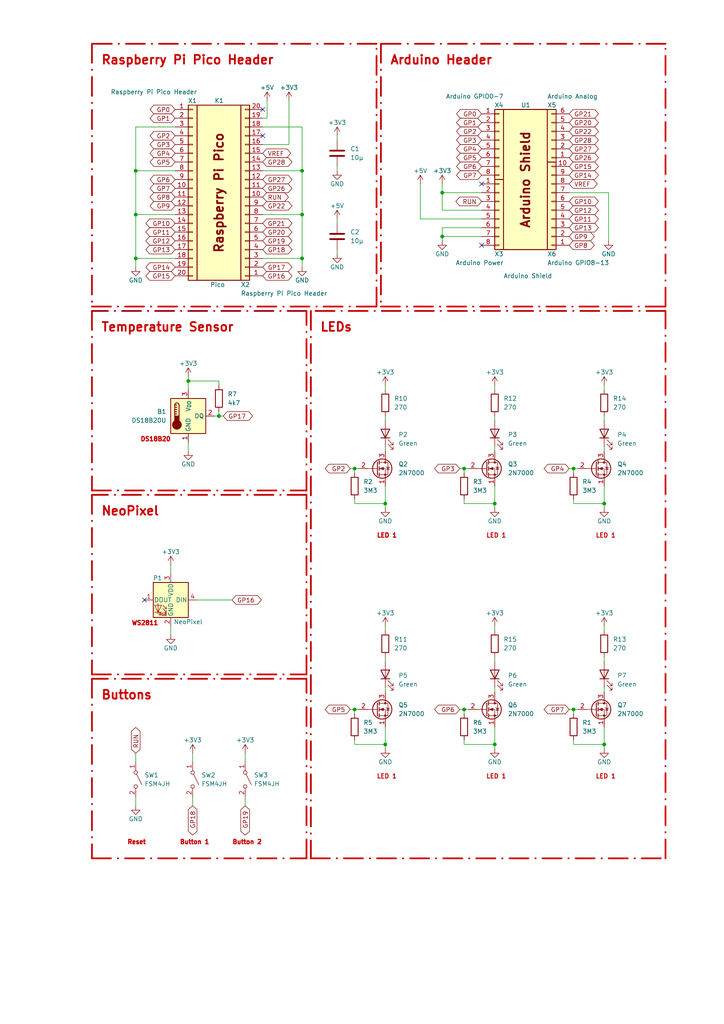
<source format=kicad_sch>
(kicad_sch
	(version 20231120)
	(generator "eeschema")
	(generator_version "8.0")
	(uuid "9b9b3466-9d28-42fc-b304-5f9decd096dd")
	(paper "A4" portrait)
	(title_block
		(title "Raspberry Pi Pico \\nArduino Shield")
		(date "2024-08-20")
		(rev "V1.1")
		(company "Hochschule Anhalt - University of Applied Sciences")
		(comment 1 "Schematic")
		(comment 2 "Tobias Müller, M.Eng.")
		(comment 3 "Tobias Müller M.Eng.")
		(comment 4 "Schematic-Design")
		(comment 5 "ready to manufacture")
		(comment 6 "EMW | ES-LAB")
		(comment 7 "DIN 40719-2, DIN EN 60664-1,\\nDIN EN 61010-1")
		(comment 8 "EN")
	)
	
	(junction
		(at 63.5 120.65)
		(diameter 0)
		(color 0 0 0 0)
		(uuid "0e48357e-e6c0-41ce-b801-3956e56999d4")
	)
	(junction
		(at 87.63 74.93)
		(diameter 0)
		(color 0 0 0 0)
		(uuid "18f72e77-21c7-4bb7-9a5c-7b3364a95e63")
	)
	(junction
		(at 166.37 135.89)
		(diameter 0)
		(color 0 0 0 0)
		(uuid "2e3ed119-d52b-4467-b7a3-3e94fa08745c")
	)
	(junction
		(at 128.27 55.88)
		(diameter 0)
		(color 0 0 0 0)
		(uuid "4a7a299f-77d8-487b-b0a9-4404547f0b81")
	)
	(junction
		(at 39.37 62.23)
		(diameter 0)
		(color 0 0 0 0)
		(uuid "4d478359-33ae-4f0d-b48e-138a5617316a")
	)
	(junction
		(at 39.37 49.53)
		(diameter 0)
		(color 0 0 0 0)
		(uuid "4e2eb755-ead2-4af9-8ecf-739974fa6088")
	)
	(junction
		(at 39.37 74.93)
		(diameter 0)
		(color 0 0 0 0)
		(uuid "54bdbc81-9675-475e-8d02-e25476278324")
	)
	(junction
		(at 143.51 146.05)
		(diameter 0)
		(color 0 0 0 0)
		(uuid "65f8562b-f4a4-4673-bfd0-c6bd7cca3a29")
	)
	(junction
		(at 87.63 49.53)
		(diameter 0)
		(color 0 0 0 0)
		(uuid "69ad8b4e-e692-48fe-9d82-2b9ba32f618c")
	)
	(junction
		(at 128.27 68.58)
		(diameter 0)
		(color 0 0 0 0)
		(uuid "6eabb379-e5b0-4e7e-a956-a81d8ef2dcca")
	)
	(junction
		(at 166.37 205.74)
		(diameter 0)
		(color 0 0 0 0)
		(uuid "703b66d8-35a1-4a25-8a71-89b19c191546")
	)
	(junction
		(at 111.76 146.05)
		(diameter 0)
		(color 0 0 0 0)
		(uuid "7896576a-dab0-4870-b7f4-1e27e2865ebe")
	)
	(junction
		(at 134.62 135.89)
		(diameter 0)
		(color 0 0 0 0)
		(uuid "82ecafb4-d531-4308-a9d1-ef766762511e")
	)
	(junction
		(at 111.76 215.9)
		(diameter 0)
		(color 0 0 0 0)
		(uuid "8cbf247b-cfe8-4fa9-8e50-9b6843e5dc5b")
	)
	(junction
		(at 54.61 110.49)
		(diameter 0)
		(color 0 0 0 0)
		(uuid "8ea31f88-3eb3-48dd-9ebb-2685e2724b84")
	)
	(junction
		(at 143.51 215.9)
		(diameter 0)
		(color 0 0 0 0)
		(uuid "90fe8fc4-6981-4042-a2c6-f712cb68f413")
	)
	(junction
		(at 175.26 215.9)
		(diameter 0)
		(color 0 0 0 0)
		(uuid "98ec05ed-efbf-47ec-aa60-4f8f0e47dd08")
	)
	(junction
		(at 134.62 205.74)
		(diameter 0)
		(color 0 0 0 0)
		(uuid "a518c6cb-9067-4e7c-9b1c-748480d081d4")
	)
	(junction
		(at 175.26 146.05)
		(diameter 0)
		(color 0 0 0 0)
		(uuid "af81698b-d6f9-47b5-99fb-769418129327")
	)
	(junction
		(at 102.87 135.89)
		(diameter 0)
		(color 0 0 0 0)
		(uuid "b1124337-9424-4bbe-811e-294e1acacf0e")
	)
	(junction
		(at 87.63 62.23)
		(diameter 0)
		(color 0 0 0 0)
		(uuid "e26b5de1-5a8d-466e-b141-87e9845ca407")
	)
	(junction
		(at 102.87 205.74)
		(diameter 0)
		(color 0 0 0 0)
		(uuid "f1f6857e-f6b6-4b29-a4f0-e46bc20bad0b")
	)
	(no_connect
		(at 76.2 31.75)
		(uuid "1199e99a-4fed-4d27-a7cc-b6aa03a26620")
	)
	(no_connect
		(at 41.91 173.99)
		(uuid "3a36cb66-19a8-4522-afc2-59db3fcb752e")
	)
	(no_connect
		(at 76.2 39.37)
		(uuid "5cd90994-1015-492e-a358-318834c9c361")
	)
	(no_connect
		(at 139.7 53.34)
		(uuid "95456bc9-21d1-48a3-ba09-ecb8b3c8956a")
	)
	(no_connect
		(at 139.7 71.12)
		(uuid "abb42968-d3d7-4fa3-8372-f52fb0f8ef62")
	)
	(polyline
		(pts
			(xy 26.67 90.17) (xy 26.67 142.24)
		)
		(stroke
			(width 0.5)
			(type dash_dot)
			(color 194 0 0 1)
		)
		(uuid "0626d10a-ae48-44c1-b5a1-b52cdaff6935")
	)
	(wire
		(pts
			(xy 63.5 120.65) (xy 64.77 120.65)
		)
		(stroke
			(width 0)
			(type default)
		)
		(uuid "06fb389a-28e9-465d-b82e-d9a4437d6ddb")
	)
	(wire
		(pts
			(xy 111.76 147.32) (xy 111.76 146.05)
		)
		(stroke
			(width 0)
			(type default)
		)
		(uuid "0778d018-d5a4-4dc6-8fc1-d04cbea28684")
	)
	(wire
		(pts
			(xy 121.92 63.5) (xy 121.92 53.34)
		)
		(stroke
			(width 0)
			(type default)
		)
		(uuid "086e08bd-84be-4d09-ae2b-89782a2def3a")
	)
	(wire
		(pts
			(xy 39.37 77.47) (xy 39.37 74.93)
		)
		(stroke
			(width 0)
			(type default)
		)
		(uuid "0b2611d8-85b4-4f92-b44c-2d66eb9248e0")
	)
	(wire
		(pts
			(xy 54.61 128.27) (xy 54.61 130.81)
		)
		(stroke
			(width 0)
			(type default)
		)
		(uuid "0b2c91c5-d1f4-44be-a741-aea490e363cb")
	)
	(wire
		(pts
			(xy 87.63 36.83) (xy 87.63 49.53)
		)
		(stroke
			(width 0)
			(type default)
		)
		(uuid "0d669d5d-101e-494f-befd-327dff171f3a")
	)
	(wire
		(pts
			(xy 175.26 120.65) (xy 175.26 121.92)
		)
		(stroke
			(width 0)
			(type default)
		)
		(uuid "0e6a638a-0158-4c54-8aa2-62845a483ab8")
	)
	(polyline
		(pts
			(xy 26.67 88.9) (xy 109.22 88.9)
		)
		(stroke
			(width 0.5)
			(type dash_dot)
			(color 194 0 0 1)
		)
		(uuid "1a56b8e0-b690-4772-a8e3-509c6911a388")
	)
	(polyline
		(pts
			(xy 193.04 88.9) (xy 193.04 12.7)
		)
		(stroke
			(width 0.5)
			(type dash_dot)
			(color 194 0 0 1)
		)
		(uuid "1ab72ab2-1cb8-4858-9504-9b68a158cf98")
	)
	(wire
		(pts
			(xy 102.87 205.74) (xy 102.87 207.01)
		)
		(stroke
			(width 0)
			(type default)
		)
		(uuid "1b76e486-6ec3-42d3-b61d-d1a425e976e4")
	)
	(wire
		(pts
			(xy 143.51 181.61) (xy 143.51 182.88)
		)
		(stroke
			(width 0)
			(type default)
		)
		(uuid "2456ed36-0e5e-429d-a37f-b7774da0690c")
	)
	(wire
		(pts
			(xy 143.51 146.05) (xy 143.51 140.97)
		)
		(stroke
			(width 0)
			(type default)
		)
		(uuid "25500f68-c5b7-4ed8-b0d6-f8f0ccb5c01f")
	)
	(wire
		(pts
			(xy 111.76 210.82) (xy 111.76 215.9)
		)
		(stroke
			(width 0)
			(type default)
		)
		(uuid "2813d1eb-c441-4f60-8858-6c54dd47022b")
	)
	(polyline
		(pts
			(xy 193.04 90.17) (xy 90.17 90.17)
		)
		(stroke
			(width 0.5)
			(type dash_dot)
			(color 194 0 0 1)
		)
		(uuid "28b163b9-d7ea-4205-b213-bc1a68e47c5d")
	)
	(wire
		(pts
			(xy 175.26 146.05) (xy 175.26 140.97)
		)
		(stroke
			(width 0)
			(type default)
		)
		(uuid "28d91197-7c83-4118-a7a1-894cfa985219")
	)
	(polyline
		(pts
			(xy 110.49 88.9) (xy 193.04 88.9)
		)
		(stroke
			(width 0.5)
			(type dash_dot)
			(color 194 0 0 1)
		)
		(uuid "2a68c96e-0a59-4d4b-9745-002435e074ff")
	)
	(polyline
		(pts
			(xy 88.9 90.17) (xy 26.67 90.17)
		)
		(stroke
			(width 0.5)
			(type dash_dot)
			(color 162 0 24 1)
		)
		(uuid "2c82361e-4014-4af8-8b92-4c838b338394")
	)
	(wire
		(pts
			(xy 54.61 109.22) (xy 54.61 110.49)
		)
		(stroke
			(width 0)
			(type default)
		)
		(uuid "2f08aec9-04c7-4c3a-926a-91a5e979ade9")
	)
	(wire
		(pts
			(xy 134.62 144.78) (xy 134.62 146.05)
		)
		(stroke
			(width 0)
			(type default)
		)
		(uuid "3202154c-e11b-4df5-b572-74ce59e9f8d1")
	)
	(wire
		(pts
			(xy 55.88 231.14) (xy 55.88 233.68)
		)
		(stroke
			(width 0)
			(type default)
		)
		(uuid "38239386-8328-4ab1-b15f-fc57c1646ac2")
	)
	(wire
		(pts
			(xy 128.27 66.04) (xy 128.27 68.58)
		)
		(stroke
			(width 0)
			(type default)
		)
		(uuid "38df2fe7-10f9-44ab-b5cc-477b2544df7f")
	)
	(wire
		(pts
			(xy 97.79 49.53) (xy 97.79 48.26)
		)
		(stroke
			(width 0)
			(type default)
		)
		(uuid "3936618f-9d26-4c6d-b526-70196662a310")
	)
	(wire
		(pts
			(xy 62.23 120.65) (xy 63.5 120.65)
		)
		(stroke
			(width 0)
			(type default)
		)
		(uuid "39c683c7-b45f-4b81-a82a-e8c09035a0d7")
	)
	(polyline
		(pts
			(xy 90.17 248.92) (xy 193.04 248.92)
		)
		(stroke
			(width 0.5)
			(type dash_dot)
			(color 194 0 0 1)
		)
		(uuid "3b930cbb-60b4-4a97-9125-6e35ea4272e2")
	)
	(polyline
		(pts
			(xy 88.9 196.85) (xy 26.67 196.85)
		)
		(stroke
			(width 0.5)
			(type dash_dot)
			(color 194 0 0 1)
		)
		(uuid "3d41c1fe-1441-45b0-b9f1-d871ed2c8812")
	)
	(wire
		(pts
			(xy 134.62 214.63) (xy 134.62 215.9)
		)
		(stroke
			(width 0)
			(type default)
		)
		(uuid "43e2d404-0698-4a11-a29b-124489d07561")
	)
	(wire
		(pts
			(xy 175.26 217.17) (xy 175.26 215.9)
		)
		(stroke
			(width 0)
			(type default)
		)
		(uuid "45049fd1-5d7d-4421-8cd9-7c1c8633973f")
	)
	(wire
		(pts
			(xy 134.62 146.05) (xy 143.51 146.05)
		)
		(stroke
			(width 0)
			(type default)
		)
		(uuid "462e6f35-7b50-43e3-8f1e-067a58daf973")
	)
	(wire
		(pts
			(xy 134.62 205.74) (xy 134.62 207.01)
		)
		(stroke
			(width 0)
			(type default)
		)
		(uuid "46d935bc-5b45-4d5d-ac96-078bdf8fa1bd")
	)
	(wire
		(pts
			(xy 76.2 62.23) (xy 87.63 62.23)
		)
		(stroke
			(width 0)
			(type default)
		)
		(uuid "47994978-1ef4-40f7-aa64-32afd4290b73")
	)
	(wire
		(pts
			(xy 143.51 217.17) (xy 143.51 215.9)
		)
		(stroke
			(width 0)
			(type default)
		)
		(uuid "4835a8c8-21bb-4de0-a8ed-9d2c6c721239")
	)
	(wire
		(pts
			(xy 111.76 129.54) (xy 111.76 130.81)
		)
		(stroke
			(width 0)
			(type default)
		)
		(uuid "48aca4d0-12bf-4a93-bce7-45d4bb7264c7")
	)
	(wire
		(pts
			(xy 87.63 49.53) (xy 87.63 62.23)
		)
		(stroke
			(width 0)
			(type default)
		)
		(uuid "4a0d4d6c-2ba5-4967-9e26-9081b80b9624")
	)
	(polyline
		(pts
			(xy 26.67 196.85) (xy 26.67 248.92)
		)
		(stroke
			(width 0.5)
			(type dash_dot)
			(color 194 0 0 1)
		)
		(uuid "4c07e704-c00b-4fbf-b768-7f0b15aa4575")
	)
	(wire
		(pts
			(xy 76.2 74.93) (xy 87.63 74.93)
		)
		(stroke
			(width 0)
			(type default)
		)
		(uuid "4c64ee40-a916-44ca-b353-c8128ed988cc")
	)
	(wire
		(pts
			(xy 128.27 68.58) (xy 128.27 69.85)
		)
		(stroke
			(width 0)
			(type default)
		)
		(uuid "4c7a223f-f61d-4e46-8bb7-1e3a3b29028c")
	)
	(wire
		(pts
			(xy 139.7 60.96) (xy 128.27 60.96)
		)
		(stroke
			(width 0)
			(type default)
		)
		(uuid "4d7c9172-f49f-4174-bb19-31847d3d558d")
	)
	(wire
		(pts
			(xy 143.51 147.32) (xy 143.51 146.05)
		)
		(stroke
			(width 0)
			(type default)
		)
		(uuid "4f0a5077-cb8f-4567-bced-dd87f781a4bc")
	)
	(polyline
		(pts
			(xy 88.9 195.58) (xy 88.9 143.51)
		)
		(stroke
			(width 0.5)
			(type dash_dot)
			(color 194 0 0 1)
		)
		(uuid "4fb41328-5fe1-47b9-8fd0-90cc8099eba6")
	)
	(wire
		(pts
			(xy 102.87 146.05) (xy 111.76 146.05)
		)
		(stroke
			(width 0)
			(type default)
		)
		(uuid "5015bba9-30b2-4f71-8bbc-c22fa8ed875a")
	)
	(wire
		(pts
			(xy 39.37 218.44) (xy 39.37 220.98)
		)
		(stroke
			(width 0)
			(type default)
		)
		(uuid "52be5d95-60b1-4292-907b-bd36a2dfb1a4")
	)
	(wire
		(pts
			(xy 166.37 135.89) (xy 167.64 135.89)
		)
		(stroke
			(width 0)
			(type default)
		)
		(uuid "58fbf670-09a2-4bae-a4cf-76a95b8db897")
	)
	(wire
		(pts
			(xy 63.5 110.49) (xy 63.5 111.76)
		)
		(stroke
			(width 0)
			(type default)
		)
		(uuid "5c0a2da1-b30b-46b6-aad8-ae09a4ad9174")
	)
	(wire
		(pts
			(xy 176.53 69.85) (xy 176.53 55.88)
		)
		(stroke
			(width 0)
			(type default)
		)
		(uuid "612ad62e-f3ad-4fca-80a4-330a4b816c29")
	)
	(wire
		(pts
			(xy 97.79 73.66) (xy 97.79 72.39)
		)
		(stroke
			(width 0)
			(type default)
		)
		(uuid "61ad63b8-2a9d-48a3-a6a2-6f28bf441b1f")
	)
	(wire
		(pts
			(xy 175.26 199.39) (xy 175.26 200.66)
		)
		(stroke
			(width 0)
			(type default)
		)
		(uuid "62113687-28be-42dd-b396-7e3c29279612")
	)
	(wire
		(pts
			(xy 133.35 205.74) (xy 134.62 205.74)
		)
		(stroke
			(width 0)
			(type default)
		)
		(uuid "621fb5f4-ea35-4559-b948-324c3f5aabe2")
	)
	(wire
		(pts
			(xy 111.76 217.17) (xy 111.76 215.9)
		)
		(stroke
			(width 0)
			(type default)
		)
		(uuid "6371afa7-e561-4474-a5ce-90e5a3f91d83")
	)
	(polyline
		(pts
			(xy 110.49 12.7) (xy 110.49 88.9)
		)
		(stroke
			(width 0.5)
			(type dash_dot)
			(color 194 0 0 1)
		)
		(uuid "63b28817-2689-43f2-921d-ae957cf91780")
	)
	(wire
		(pts
			(xy 71.12 231.14) (xy 71.12 233.68)
		)
		(stroke
			(width 0)
			(type default)
		)
		(uuid "65a8470e-c486-449e-bc9e-a9992dd633d1")
	)
	(wire
		(pts
			(xy 139.7 66.04) (xy 128.27 66.04)
		)
		(stroke
			(width 0)
			(type default)
		)
		(uuid "6b781056-328f-4a4b-82b6-996ec3cc2608")
	)
	(wire
		(pts
			(xy 143.51 190.5) (xy 143.51 191.77)
		)
		(stroke
			(width 0)
			(type default)
		)
		(uuid "6cb908e7-01a2-4e2c-bd7d-6b1c1fed233e")
	)
	(polyline
		(pts
			(xy 109.22 12.7) (xy 26.67 12.7)
		)
		(stroke
			(width 0.5)
			(type dash_dot)
			(color 194 0 0 1)
		)
		(uuid "6eb9f289-1d1b-4640-b388-e0db3da3645c")
	)
	(wire
		(pts
			(xy 111.76 190.5) (xy 111.76 191.77)
		)
		(stroke
			(width 0)
			(type default)
		)
		(uuid "711a2a2b-9664-4cbb-b107-b49730432d48")
	)
	(wire
		(pts
			(xy 55.88 218.44) (xy 55.88 220.98)
		)
		(stroke
			(width 0)
			(type default)
		)
		(uuid "71f52c0b-4076-4f12-b139-693518bedf8d")
	)
	(wire
		(pts
			(xy 175.26 215.9) (xy 175.26 210.82)
		)
		(stroke
			(width 0)
			(type default)
		)
		(uuid "720f7ff5-c6f7-42d4-9eec-9e4056cca4f0")
	)
	(wire
		(pts
			(xy 97.79 39.37) (xy 97.79 40.64)
		)
		(stroke
			(width 0)
			(type default)
		)
		(uuid "74d4e4a6-13fd-459b-a7de-7c8209a6c4da")
	)
	(polyline
		(pts
			(xy 193.04 12.7) (xy 110.49 12.7)
		)
		(stroke
			(width 0.5)
			(type dash_dot)
			(color 194 0 0 1)
		)
		(uuid "78a51237-8cc2-4a98-989a-ff8b45b2dbd5")
	)
	(wire
		(pts
			(xy 139.7 63.5) (xy 121.92 63.5)
		)
		(stroke
			(width 0)
			(type default)
		)
		(uuid "78fa1107-5ea7-4a83-958a-9c69c5d8d513")
	)
	(wire
		(pts
			(xy 39.37 62.23) (xy 39.37 74.93)
		)
		(stroke
			(width 0)
			(type default)
		)
		(uuid "7b1b60ba-0209-48d2-9549-63053713aff6")
	)
	(wire
		(pts
			(xy 83.82 41.91) (xy 83.82 29.21)
		)
		(stroke
			(width 0)
			(type default)
		)
		(uuid "7b9f02d0-f114-4a0a-8876-bb45dc176fde")
	)
	(wire
		(pts
			(xy 76.2 41.91) (xy 83.82 41.91)
		)
		(stroke
			(width 0)
			(type default)
		)
		(uuid "7c997d66-5f8b-4a95-b4ba-c15e4781ad4f")
	)
	(wire
		(pts
			(xy 87.63 77.47) (xy 87.63 74.93)
		)
		(stroke
			(width 0)
			(type default)
		)
		(uuid "7e4cf031-81d4-48bd-8e15-d5251fd8d16b")
	)
	(wire
		(pts
			(xy 54.61 110.49) (xy 63.5 110.49)
		)
		(stroke
			(width 0)
			(type default)
		)
		(uuid "7f0491e8-b5d2-45a3-b491-8ab0fe2b77c7")
	)
	(wire
		(pts
			(xy 111.76 111.76) (xy 111.76 113.03)
		)
		(stroke
			(width 0)
			(type default)
		)
		(uuid "7f37588c-a314-47ce-813a-bb72acf202c9")
	)
	(wire
		(pts
			(xy 166.37 205.74) (xy 166.37 207.01)
		)
		(stroke
			(width 0)
			(type default)
		)
		(uuid "81b2b0c8-7623-42b8-b36a-38fcbc23312d")
	)
	(wire
		(pts
			(xy 133.35 135.89) (xy 134.62 135.89)
		)
		(stroke
			(width 0)
			(type default)
		)
		(uuid "8503d0ed-bc81-4a4e-913f-d1c5c626a22a")
	)
	(wire
		(pts
			(xy 143.51 111.76) (xy 143.51 113.03)
		)
		(stroke
			(width 0)
			(type default)
		)
		(uuid "8a7adb9a-fb7f-4704-a980-f317b6672224")
	)
	(wire
		(pts
			(xy 102.87 144.78) (xy 102.87 146.05)
		)
		(stroke
			(width 0)
			(type default)
		)
		(uuid "8ab214e0-d555-498c-a1fe-df0396e9f5aa")
	)
	(wire
		(pts
			(xy 111.76 199.39) (xy 111.76 200.66)
		)
		(stroke
			(width 0)
			(type default)
		)
		(uuid "8b69f1ed-a867-40bd-a645-9fbdca5a4ddf")
	)
	(wire
		(pts
			(xy 176.53 55.88) (xy 165.1 55.88)
		)
		(stroke
			(width 0)
			(type default)
		)
		(uuid "8bb0338d-44c7-4337-a1bf-de4dee92b9ed")
	)
	(polyline
		(pts
			(xy 88.9 143.51) (xy 26.67 143.51)
		)
		(stroke
			(width 0.5)
			(type dash_dot)
			(color 194 0 0 1)
		)
		(uuid "8e570cc4-d4ae-4613-8e93-38500283bbe9")
	)
	(wire
		(pts
			(xy 134.62 135.89) (xy 134.62 137.16)
		)
		(stroke
			(width 0)
			(type default)
		)
		(uuid "9218d72c-d6fe-40c7-a380-c848ceeddcee")
	)
	(wire
		(pts
			(xy 134.62 135.89) (xy 135.89 135.89)
		)
		(stroke
			(width 0)
			(type default)
		)
		(uuid "94370f10-6dc9-4c9f-9e58-6b9e295e6598")
	)
	(wire
		(pts
			(xy 102.87 215.9) (xy 102.87 214.63)
		)
		(stroke
			(width 0)
			(type default)
		)
		(uuid "95bf2e64-2c02-4f84-9e36-1a82e15b28a4")
	)
	(wire
		(pts
			(xy 166.37 214.63) (xy 166.37 215.9)
		)
		(stroke
			(width 0)
			(type default)
		)
		(uuid "98c2ea29-ce0f-4737-b8f0-9d12323dc027")
	)
	(wire
		(pts
			(xy 143.51 199.39) (xy 143.51 200.66)
		)
		(stroke
			(width 0)
			(type default)
		)
		(uuid "98d42d31-e185-4d78-af86-1d32d3185239")
	)
	(polyline
		(pts
			(xy 193.04 248.92) (xy 193.04 90.17)
		)
		(stroke
			(width 0.5)
			(type dash_dot)
			(color 194 0 0 1)
		)
		(uuid "9b42c484-a288-4379-a2fa-ca664b006781")
	)
	(polyline
		(pts
			(xy 26.67 143.51) (xy 26.67 195.58)
		)
		(stroke
			(width 0.5)
			(type dash_dot)
			(color 194 0 0 1)
		)
		(uuid "9d80e6a3-ce30-427e-9ed8-f49d8b77ad7b")
	)
	(wire
		(pts
			(xy 39.37 36.83) (xy 39.37 49.53)
		)
		(stroke
			(width 0)
			(type default)
		)
		(uuid "9e7a6205-0370-4cc1-af07-21847c4ef688")
	)
	(wire
		(pts
			(xy 166.37 146.05) (xy 175.26 146.05)
		)
		(stroke
			(width 0)
			(type default)
		)
		(uuid "9f6e873f-fc77-4235-af6f-6bcc298a34cb")
	)
	(wire
		(pts
			(xy 111.76 215.9) (xy 102.87 215.9)
		)
		(stroke
			(width 0)
			(type default)
		)
		(uuid "a1ed391f-9bdb-4654-bf68-e029d12d0b5d")
	)
	(wire
		(pts
			(xy 166.37 215.9) (xy 175.26 215.9)
		)
		(stroke
			(width 0)
			(type default)
		)
		(uuid "a313c4cc-7ff2-4154-b24d-20ad761d2dd7")
	)
	(wire
		(pts
			(xy 57.15 173.99) (xy 67.31 173.99)
		)
		(stroke
			(width 0)
			(type default)
		)
		(uuid "a443ccb0-01fa-4bab-8076-95ec2b748039")
	)
	(wire
		(pts
			(xy 175.26 129.54) (xy 175.26 130.81)
		)
		(stroke
			(width 0)
			(type default)
		)
		(uuid "a57a387b-a37b-4fc5-9542-0ae8a867abbc")
	)
	(wire
		(pts
			(xy 175.26 111.76) (xy 175.26 113.03)
		)
		(stroke
			(width 0)
			(type default)
		)
		(uuid "aa722796-c11b-4290-98e0-ef240037e39a")
	)
	(wire
		(pts
			(xy 101.6 135.89) (xy 102.87 135.89)
		)
		(stroke
			(width 0)
			(type default)
		)
		(uuid "aae43fbb-bf08-4b74-bbff-943e40f5fb7f")
	)
	(wire
		(pts
			(xy 128.27 55.88) (xy 139.7 55.88)
		)
		(stroke
			(width 0)
			(type default)
		)
		(uuid "ae2dc2f4-0f46-4ea0-a860-11f3675f046b")
	)
	(wire
		(pts
			(xy 128.27 60.96) (xy 128.27 55.88)
		)
		(stroke
			(width 0)
			(type default)
		)
		(uuid "af9f21c7-81d3-474c-b032-8aa9dd8bef38")
	)
	(wire
		(pts
			(xy 166.37 205.74) (xy 167.64 205.74)
		)
		(stroke
			(width 0)
			(type default)
		)
		(uuid "b0ca5da4-9234-4c61-9512-12bf0a722798")
	)
	(wire
		(pts
			(xy 175.26 147.32) (xy 175.26 146.05)
		)
		(stroke
			(width 0)
			(type default)
		)
		(uuid "b48cde63-4c89-4c1e-9660-5c9e01a3f875")
	)
	(wire
		(pts
			(xy 49.53 163.83) (xy 49.53 166.37)
		)
		(stroke
			(width 0)
			(type default)
		)
		(uuid "b4e6ba15-5b51-4efe-bf32-0912eb741c5d")
	)
	(wire
		(pts
			(xy 49.53 184.15) (xy 49.53 181.61)
		)
		(stroke
			(width 0)
			(type default)
		)
		(uuid "b95c6717-428b-4645-8196-85040f9992d5")
	)
	(wire
		(pts
			(xy 111.76 146.05) (xy 111.76 140.97)
		)
		(stroke
			(width 0)
			(type default)
		)
		(uuid "bbb6e270-4dee-422a-8a9b-3d50ea22d886")
	)
	(polyline
		(pts
			(xy 26.67 248.92) (xy 88.9 248.92)
		)
		(stroke
			(width 0.5)
			(type dash_dot)
			(color 194 0 0 1)
		)
		(uuid "bbdb5aa6-a7a4-42cd-8b1c-680574f60ccc")
	)
	(wire
		(pts
			(xy 50.8 36.83) (xy 39.37 36.83)
		)
		(stroke
			(width 0)
			(type default)
		)
		(uuid "bc2af547-646d-407e-84cc-a5fe2f5a3440")
	)
	(polyline
		(pts
			(xy 26.67 142.24) (xy 88.9 142.24)
		)
		(stroke
			(width 0.5)
			(type dash_dot)
			(color 194 0 0 1)
		)
		(uuid "c00577aa-c67c-4fd3-95b7-1d03f8062164")
	)
	(polyline
		(pts
			(xy 88.9 142.24) (xy 88.9 90.17)
		)
		(stroke
			(width 0.5)
			(type dash_dot)
			(color 194 0 0 1)
		)
		(uuid "c1b90670-9f73-4aef-87a0-b86c57d53dc6")
	)
	(wire
		(pts
			(xy 165.1 205.74) (xy 166.37 205.74)
		)
		(stroke
			(width 0)
			(type default)
		)
		(uuid "c273c2db-89f3-4b71-8040-fe914228dce9")
	)
	(wire
		(pts
			(xy 50.8 49.53) (xy 39.37 49.53)
		)
		(stroke
			(width 0)
			(type default)
		)
		(uuid "c2a2a3c6-ae98-460d-87e8-9705ab440b6b")
	)
	(wire
		(pts
			(xy 102.87 135.89) (xy 104.14 135.89)
		)
		(stroke
			(width 0)
			(type default)
		)
		(uuid "c3acb810-675f-467b-af7e-d320e5a1ae98")
	)
	(wire
		(pts
			(xy 50.8 74.93) (xy 39.37 74.93)
		)
		(stroke
			(width 0)
			(type default)
		)
		(uuid "c3f6f483-c78e-4109-8689-41761f157afb")
	)
	(wire
		(pts
			(xy 166.37 135.89) (xy 165.1 135.89)
		)
		(stroke
			(width 0)
			(type default)
		)
		(uuid "cab5703c-693f-45bf-b9e9-0fb7e44afd60")
	)
	(wire
		(pts
			(xy 143.51 129.54) (xy 143.51 130.81)
		)
		(stroke
			(width 0)
			(type default)
		)
		(uuid "ce078bc7-6b61-4649-91b6-b089e6ab598a")
	)
	(wire
		(pts
			(xy 111.76 181.61) (xy 111.76 182.88)
		)
		(stroke
			(width 0)
			(type default)
		)
		(uuid "cf3070cd-8312-456a-af33-1fb72e4d0aeb")
	)
	(wire
		(pts
			(xy 39.37 231.14) (xy 39.37 233.68)
		)
		(stroke
			(width 0)
			(type default)
		)
		(uuid "d34618da-f56d-4230-81b1-df3574521ee0")
	)
	(wire
		(pts
			(xy 63.5 119.38) (xy 63.5 120.65)
		)
		(stroke
			(width 0)
			(type default)
		)
		(uuid "d610aaf2-414d-44dc-a78a-19e5491232fa")
	)
	(wire
		(pts
			(xy 50.8 62.23) (xy 39.37 62.23)
		)
		(stroke
			(width 0)
			(type default)
		)
		(uuid "d64bafa1-75e0-46cb-b244-223c102bae13")
	)
	(wire
		(pts
			(xy 166.37 137.16) (xy 166.37 135.89)
		)
		(stroke
			(width 0)
			(type default)
		)
		(uuid "d679d554-f31d-472a-a4db-3d578628bbcf")
	)
	(wire
		(pts
			(xy 111.76 120.65) (xy 111.76 121.92)
		)
		(stroke
			(width 0)
			(type default)
		)
		(uuid "d7ce9eae-2afb-4bfe-8d95-ed2940ca92eb")
	)
	(wire
		(pts
			(xy 175.26 190.5) (xy 175.26 191.77)
		)
		(stroke
			(width 0)
			(type default)
		)
		(uuid "d896775b-450a-4506-910b-07caaa2b8c8f")
	)
	(wire
		(pts
			(xy 134.62 205.74) (xy 135.89 205.74)
		)
		(stroke
			(width 0)
			(type default)
		)
		(uuid "d9fcdaad-84f0-4004-9cd8-18cdd2325b46")
	)
	(wire
		(pts
			(xy 76.2 36.83) (xy 87.63 36.83)
		)
		(stroke
			(width 0)
			(type default)
		)
		(uuid "dba768c6-79fe-4781-ba72-874c99f2a0d2")
	)
	(wire
		(pts
			(xy 143.51 215.9) (xy 143.51 210.82)
		)
		(stroke
			(width 0)
			(type default)
		)
		(uuid "dc90c1a0-a015-43c3-91be-3d73d36de956")
	)
	(wire
		(pts
			(xy 101.6 205.74) (xy 102.87 205.74)
		)
		(stroke
			(width 0)
			(type default)
		)
		(uuid "dcde13c3-24ca-47ff-8bab-40347cf53b77")
	)
	(polyline
		(pts
			(xy 26.67 195.58) (xy 88.9 195.58)
		)
		(stroke
			(width 0.5)
			(type dash_dot)
			(color 194 0 0 1)
		)
		(uuid "de96a87d-773c-4787-87b3-012e140f5cbf")
	)
	(wire
		(pts
			(xy 143.51 120.65) (xy 143.51 121.92)
		)
		(stroke
			(width 0)
			(type default)
		)
		(uuid "dea35883-656a-4615-abc4-698fec2f8b27")
	)
	(wire
		(pts
			(xy 71.12 218.44) (xy 71.12 220.98)
		)
		(stroke
			(width 0)
			(type default)
		)
		(uuid "e1a29c09-ecb5-4068-9790-91125f3a04f7")
	)
	(wire
		(pts
			(xy 134.62 215.9) (xy 143.51 215.9)
		)
		(stroke
			(width 0)
			(type default)
		)
		(uuid "e51de7e0-6b6b-4f79-884c-86b8562eb111")
	)
	(polyline
		(pts
			(xy 90.17 90.17) (xy 90.17 248.92)
		)
		(stroke
			(width 0.5)
			(type dash_dot)
			(color 194 0 0 1)
		)
		(uuid "e67085bf-258f-4977-bb0f-e2e3a6ee3295")
	)
	(wire
		(pts
			(xy 175.26 181.61) (xy 175.26 182.88)
		)
		(stroke
			(width 0)
			(type default)
		)
		(uuid "e6db362d-836b-4941-9916-1f1496348941")
	)
	(wire
		(pts
			(xy 128.27 53.34) (xy 128.27 55.88)
		)
		(stroke
			(width 0)
			(type default)
		)
		(uuid "e71c6e76-7c99-4ba9-86ec-60810409650b")
	)
	(wire
		(pts
			(xy 102.87 205.74) (xy 104.14 205.74)
		)
		(stroke
			(width 0)
			(type default)
		)
		(uuid "e73352e6-f162-4126-a3fb-d9f039d0d783")
	)
	(polyline
		(pts
			(xy 88.9 248.92) (xy 88.9 196.85)
		)
		(stroke
			(width 0.5)
			(type dash_dot)
			(color 194 0 0 1)
		)
		(uuid "e9c55f87-9533-4596-9af1-270e754814ca")
	)
	(wire
		(pts
			(xy 87.63 62.23) (xy 87.63 74.93)
		)
		(stroke
			(width 0)
			(type default)
		)
		(uuid "ea28038a-f328-4fa6-b49d-4e787ebccd84")
	)
	(wire
		(pts
			(xy 97.79 63.5) (xy 97.79 64.77)
		)
		(stroke
			(width 0)
			(type default)
		)
		(uuid "eafca9bc-0663-4231-b45d-b5a468ec94b8")
	)
	(wire
		(pts
			(xy 166.37 144.78) (xy 166.37 146.05)
		)
		(stroke
			(width 0)
			(type default)
		)
		(uuid "edd32422-118a-47bc-b649-8332a114af94")
	)
	(polyline
		(pts
			(xy 109.22 88.9) (xy 109.22 12.7)
		)
		(stroke
			(width 0.5)
			(type dash_dot)
			(color 194 0 0 1)
		)
		(uuid "ee90bcd5-fb5b-4e33-b90d-17a78a926b38")
	)
	(wire
		(pts
			(xy 76.2 49.53) (xy 87.63 49.53)
		)
		(stroke
			(width 0)
			(type default)
		)
		(uuid "ef9d7f1d-08ac-45b2-9856-328384b29450")
	)
	(polyline
		(pts
			(xy 26.67 12.7) (xy 26.67 88.9)
		)
		(stroke
			(width 0.5)
			(type dash_dot)
			(color 194 0 0 1)
		)
		(uuid "f26b8f0c-fcb7-4127-8141-4b6118369c75")
	)
	(wire
		(pts
			(xy 77.47 29.21) (xy 77.47 34.29)
		)
		(stroke
			(width 0)
			(type default)
		)
		(uuid "f53f9ac5-c67a-4169-b15e-d091f8df3561")
	)
	(wire
		(pts
			(xy 102.87 135.89) (xy 102.87 137.16)
		)
		(stroke
			(width 0)
			(type default)
		)
		(uuid "f58045f4-9a13-462f-bb7b-7f77b0ae6a32")
	)
	(wire
		(pts
			(xy 54.61 110.49) (xy 54.61 113.03)
		)
		(stroke
			(width 0)
			(type default)
		)
		(uuid "f6c23138-e84b-4df5-a76b-91d8d768d258")
	)
	(wire
		(pts
			(xy 39.37 49.53) (xy 39.37 62.23)
		)
		(stroke
			(width 0)
			(type default)
		)
		(uuid "f7de658b-a54e-45f6-b122-0d516400a5b6")
	)
	(wire
		(pts
			(xy 77.47 34.29) (xy 76.2 34.29)
		)
		(stroke
			(width 0)
			(type default)
		)
		(uuid "f98ad53a-88a3-4a9c-8337-5f156464a758")
	)
	(wire
		(pts
			(xy 139.7 68.58) (xy 128.27 68.58)
		)
		(stroke
			(width 0)
			(type default)
		)
		(uuid "fb6f6ca8-57d7-4871-b6b6-01f0bbd64663")
	)
	(text "Button 2"
		(exclude_from_sim no)
		(at 67.31 245.11 0)
		(effects
			(font
				(size 1.27 1.27)
				(thickness 0.508)
				(bold yes)
				(color 194 0 0 1)
			)
			(justify left bottom)
		)
		(uuid "0629778a-e6d8-4577-be6e-26a7258d3bad")
	)
	(text "Buttons"
		(exclude_from_sim no)
		(at 29.21 203.2 0)
		(effects
			(font
				(size 2.54 2.54)
				(thickness 0.508)
				(bold yes)
				(color 194 0 0 1)
			)
			(justify left bottom)
		)
		(uuid "34eda9e7-ab55-4dd7-ba9f-569f315ae194")
	)
	(text "LED 1"
		(exclude_from_sim no)
		(at 172.72 156.21 0)
		(effects
			(font
				(size 1.27 1.27)
				(thickness 0.254)
				(bold yes)
				(color 194 0 0 1)
			)
			(justify left bottom)
		)
		(uuid "485f611b-9a51-4340-9b1a-f27622163cac")
	)
	(text "Arduino Header"
		(exclude_from_sim no)
		(at 113.03 19.05 0)
		(effects
			(font
				(size 2.54 2.54)
				(thickness 0.508)
				(bold yes)
				(color 194 0 0 1)
			)
			(justify left bottom)
		)
		(uuid "48a99d25-807c-4c10-b997-f987709ecd2c")
	)
	(text "LED 1"
		(exclude_from_sim no)
		(at 140.97 226.06 0)
		(effects
			(font
				(size 1.27 1.27)
				(thickness 0.254)
				(bold yes)
				(color 194 0 0 1)
			)
			(justify left bottom)
		)
		(uuid "4f091767-32c4-4188-942b-491159a546da")
	)
	(text "LED 1"
		(exclude_from_sim no)
		(at 172.72 226.06 0)
		(effects
			(font
				(size 1.27 1.27)
				(thickness 0.254)
				(bold yes)
				(color 194 0 0 1)
			)
			(justify left bottom)
		)
		(uuid "61a62bdb-1f22-401a-aa3a-e39c28b7317a")
	)
	(text "WS2811"
		(exclude_from_sim no)
		(at 38.1 181.61 0)
		(effects
			(font
				(size 1.27 1.27)
				(thickness 0.508)
				(bold yes)
				(color 194 0 0 1)
			)
			(justify left bottom)
		)
		(uuid "636b099a-e61b-4344-b54a-0295e429f509")
	)
	(text "Button 1"
		(exclude_from_sim no)
		(at 52.07 245.11 0)
		(effects
			(font
				(size 1.27 1.27)
				(thickness 0.508)
				(bold yes)
				(color 194 0 0 1)
			)
			(justify left bottom)
		)
		(uuid "6a4a2f93-ad83-4f80-932c-b658d606855f")
	)
	(text "LED 1"
		(exclude_from_sim no)
		(at 140.97 156.21 0)
		(effects
			(font
				(size 1.27 1.27)
				(thickness 0.254)
				(bold yes)
				(color 194 0 0 1)
			)
			(justify left bottom)
		)
		(uuid "74191abc-766b-42c8-83ff-94f63fb05458")
	)
	(text "LED 1"
		(exclude_from_sim no)
		(at 109.22 226.06 0)
		(effects
			(font
				(size 1.27 1.27)
				(thickness 0.254)
				(bold yes)
				(color 194 0 0 1)
			)
			(justify left bottom)
		)
		(uuid "8f5404f9-d4e2-4264-bdc4-4f4121515a25")
	)
	(text "Reset"
		(exclude_from_sim no)
		(at 36.83 245.11 0)
		(effects
			(font
				(size 1.27 1.27)
				(thickness 0.508)
				(bold yes)
				(color 194 0 0 1)
			)
			(justify left bottom)
		)
		(uuid "9e01e432-8609-46ec-a775-3bacb2c29aa6")
	)
	(text "Temperature Sensor"
		(exclude_from_sim no)
		(at 29.21 96.52 0)
		(effects
			(font
				(size 2.54 2.54)
				(thickness 0.508)
				(bold yes)
				(color 194 0 0 1)
			)
			(justify left bottom)
		)
		(uuid "b0ed8e8c-565c-4144-9b59-e1df0c94e828")
	)
	(text "NeoPixel"
		(exclude_from_sim no)
		(at 29.21 149.86 0)
		(effects
			(font
				(size 2.54 2.54)
				(thickness 0.508)
				(bold yes)
				(color 194 0 0 1)
			)
			(justify left bottom)
		)
		(uuid "bf0b5308-c1e7-48de-ad2c-886ead35d3df")
	)
	(text "LED 1"
		(exclude_from_sim no)
		(at 109.22 156.21 0)
		(effects
			(font
				(size 1.27 1.27)
				(thickness 0.508)
				(bold yes)
				(color 194 0 0 1)
			)
			(justify left bottom)
		)
		(uuid "c2a37c4c-a02b-4e1a-baa0-0a3fea6ab8f0")
	)
	(text "DS18B20"
		(exclude_from_sim no)
		(at 40.64 128.27 0)
		(effects
			(font
				(size 1.27 1.27)
				(thickness 0.508)
				(bold yes)
				(color 194 0 0 1)
			)
			(justify left bottom)
		)
		(uuid "e1c48ca0-57cf-4c7f-b1ec-b4c8d2886200")
	)
	(text "Raspberry Pi Pico Header"
		(exclude_from_sim no)
		(at 29.21 19.05 0)
		(effects
			(font
				(size 2.54 2.54)
				(thickness 0.508)
				(bold yes)
				(color 194 0 0 1)
			)
			(justify left bottom)
		)
		(uuid "e9dbc94a-4303-4dc0-a2ba-3172be6daec5")
	)
	(text "LEDs"
		(exclude_from_sim no)
		(at 92.71 96.52 0)
		(effects
			(font
				(size 2.54 2.54)
				(thickness 0.508)
				(bold yes)
				(color 194 0 0 1)
			)
			(justify left bottom)
		)
		(uuid "e9f6829d-f58e-472c-a6b1-7380a134901e")
	)
	(global_label "GP2"
		(shape bidirectional)
		(at 101.6 135.89 180)
		(fields_autoplaced yes)
		(effects
			(font
				(size 1.27 1.27)
			)
			(justify right)
		)
		(uuid "03bf13e3-a72b-4941-b875-64ca05606f9f")
		(property "Intersheetrefs" "${INTERSHEET_REFS}"
			(at 93.754 135.89 0)
			(effects
				(font
					(size 1.27 1.27)
				)
				(justify right)
			)
		)
	)
	(global_label "GP20"
		(shape bidirectional)
		(at 165.1 35.56 0)
		(fields_autoplaced yes)
		(effects
			(font
				(size 1.27 1.27)
			)
			(justify left)
		)
		(uuid "0be01d68-25e5-4774-8512-0c7b1ac3428b")
		(property "Intersheetrefs" "${INTERSHEET_REFS}"
			(at 174.1555 35.56 0)
			(effects
				(font
					(size 1.27 1.27)
				)
				(justify left)
			)
		)
	)
	(global_label "GP4"
		(shape bidirectional)
		(at 139.7 43.18 180)
		(fields_autoplaced yes)
		(effects
			(font
				(size 1.27 1.27)
			)
			(justify right)
		)
		(uuid "0dd82165-190b-4d1d-b936-546e21a28365")
		(property "Intersheetrefs" "${INTERSHEET_REFS}"
			(at 131.854 43.18 0)
			(effects
				(font
					(size 1.27 1.27)
				)
				(justify right)
			)
		)
	)
	(global_label "GP14"
		(shape bidirectional)
		(at 50.8 77.47 180)
		(fields_autoplaced yes)
		(effects
			(font
				(size 1.27 1.27)
			)
			(justify right)
		)
		(uuid "1179f84c-44bd-4386-95df-c30cb17b878c")
		(property "Intersheetrefs" "${INTERSHEET_REFS}"
			(at 41.7445 77.47 0)
			(effects
				(font
					(size 1.27 1.27)
				)
				(justify right)
			)
		)
	)
	(global_label "GP5"
		(shape bidirectional)
		(at 50.8 46.99 180)
		(fields_autoplaced yes)
		(effects
			(font
				(size 1.27 1.27)
			)
			(justify right)
		)
		(uuid "1344e0ac-c34c-40e8-8150-05ee85351545")
		(property "Intersheetrefs" "${INTERSHEET_REFS}"
			(at 42.954 46.99 0)
			(effects
				(font
					(size 1.27 1.27)
				)
				(justify right)
			)
		)
	)
	(global_label "RUN"
		(shape bidirectional)
		(at 139.7 58.42 180)
		(fields_autoplaced yes)
		(effects
			(font
				(size 1.27 1.27)
			)
			(justify right)
		)
		(uuid "19d8ab88-88a4-413e-a0ca-3753fa322666")
		(property "Intersheetrefs" "${INTERSHEET_REFS}"
			(at 131.6725 58.42 0)
			(effects
				(font
					(size 1.27 1.27)
				)
				(justify right)
			)
		)
	)
	(global_label "GP28"
		(shape bidirectional)
		(at 76.2 46.99 0)
		(fields_autoplaced yes)
		(effects
			(font
				(size 1.27 1.27)
			)
			(justify left)
		)
		(uuid "22b62e98-6872-45f9-8c39-b3df70409b60")
		(property "Intersheetrefs" "${INTERSHEET_REFS}"
			(at 85.2555 46.99 0)
			(effects
				(font
					(size 1.27 1.27)
				)
				(justify left)
			)
		)
	)
	(global_label "GP15"
		(shape bidirectional)
		(at 165.1 48.26 0)
		(fields_autoplaced yes)
		(effects
			(font
				(size 1.27 1.27)
			)
			(justify left)
		)
		(uuid "22d75123-eb3f-4e6a-b41c-772fd95b5563")
		(property "Intersheetrefs" "${INTERSHEET_REFS}"
			(at 174.1555 48.26 0)
			(effects
				(font
					(size 1.27 1.27)
				)
				(justify left)
			)
		)
	)
	(global_label "GP27"
		(shape bidirectional)
		(at 76.2 52.07 0)
		(fields_autoplaced yes)
		(effects
			(font
				(size 1.27 1.27)
			)
			(justify left)
		)
		(uuid "2577ec0b-8ceb-4f35-ad8c-5e4555c11454")
		(property "Intersheetrefs" "${INTERSHEET_REFS}"
			(at 85.2555 52.07 0)
			(effects
				(font
					(size 1.27 1.27)
				)
				(justify left)
			)
		)
	)
	(global_label "GP12"
		(shape bidirectional)
		(at 50.8 69.85 180)
		(fields_autoplaced yes)
		(effects
			(font
				(size 1.27 1.27)
			)
			(justify right)
		)
		(uuid "267d6ee7-a382-4737-ad2f-09e2367035d7")
		(property "Intersheetrefs" "${INTERSHEET_REFS}"
			(at 41.7445 69.85 0)
			(effects
				(font
					(size 1.27 1.27)
				)
				(justify right)
			)
		)
	)
	(global_label "GP4"
		(shape bidirectional)
		(at 165.1 135.89 180)
		(fields_autoplaced yes)
		(effects
			(font
				(size 1.27 1.27)
			)
			(justify right)
		)
		(uuid "3104eb62-843a-4600-af2e-65aa5a101cba")
		(property "Intersheetrefs" "${INTERSHEET_REFS}"
			(at 157.254 135.89 0)
			(effects
				(font
					(size 1.27 1.27)
				)
				(justify right)
			)
		)
	)
	(global_label "GP28"
		(shape bidirectional)
		(at 165.1 40.64 0)
		(fields_autoplaced yes)
		(effects
			(font
				(size 1.27 1.27)
			)
			(justify left)
		)
		(uuid "38208237-3675-42ce-acb6-908ef061c61b")
		(property "Intersheetrefs" "${INTERSHEET_REFS}"
			(at 174.1555 40.64 0)
			(effects
				(font
					(size 1.27 1.27)
				)
				(justify left)
			)
		)
	)
	(global_label "GP17"
		(shape bidirectional)
		(at 64.77 120.65 0)
		(fields_autoplaced yes)
		(effects
			(font
				(size 1.27 1.27)
			)
			(justify left)
		)
		(uuid "3d8dea66-5d4f-4eb2-9b96-db7c93077271")
		(property "Intersheetrefs" "${INTERSHEET_REFS}"
			(at 73.8255 120.65 0)
			(effects
				(font
					(size 1.27 1.27)
				)
				(justify left)
			)
		)
	)
	(global_label "GP21"
		(shape bidirectional)
		(at 165.1 33.02 0)
		(fields_autoplaced yes)
		(effects
			(font
				(size 1.27 1.27)
			)
			(justify left)
		)
		(uuid "45648dfe-7d43-4b61-a015-3245207dbd02")
		(property "Intersheetrefs" "${INTERSHEET_REFS}"
			(at 174.1555 33.02 0)
			(effects
				(font
					(size 1.27 1.27)
				)
				(justify left)
			)
		)
	)
	(global_label "GP3"
		(shape bidirectional)
		(at 133.35 135.89 180)
		(fields_autoplaced yes)
		(effects
			(font
				(size 1.27 1.27)
			)
			(justify right)
		)
		(uuid "498e0815-5ca5-4414-b60b-40c0cde62469")
		(property "Intersheetrefs" "${INTERSHEET_REFS}"
			(at 125.504 135.89 0)
			(effects
				(font
					(size 1.27 1.27)
				)
				(justify right)
			)
		)
	)
	(global_label "GP16"
		(shape bidirectional)
		(at 76.2 80.01 0)
		(fields_autoplaced yes)
		(effects
			(font
				(size 1.27 1.27)
			)
			(justify left)
		)
		(uuid "584b8d4c-ab75-4d41-b820-1ecdcef5d91e")
		(property "Intersheetrefs" "${INTERSHEET_REFS}"
			(at 85.2555 80.01 0)
			(effects
				(font
					(size 1.27 1.27)
				)
				(justify left)
			)
		)
	)
	(global_label "GP22"
		(shape bidirectional)
		(at 76.2 59.69 0)
		(fields_autoplaced yes)
		(effects
			(font
				(size 1.27 1.27)
			)
			(justify left)
		)
		(uuid "5acac72f-8cb8-47e5-ac89-3960bb1572f8")
		(property "Intersheetrefs" "${INTERSHEET_REFS}"
			(at 85.2555 59.69 0)
			(effects
				(font
					(size 1.27 1.27)
				)
				(justify left)
			)
		)
	)
	(global_label "GP8"
		(shape bidirectional)
		(at 165.1 71.12 0)
		(fields_autoplaced yes)
		(effects
			(font
				(size 1.27 1.27)
			)
			(justify left)
		)
		(uuid "63234483-28df-464e-9fc0-070f452b23a8")
		(property "Intersheetrefs" "${INTERSHEET_REFS}"
			(at 172.946 71.12 0)
			(effects
				(font
					(size 1.27 1.27)
				)
				(justify left)
			)
		)
	)
	(global_label "GP6"
		(shape bidirectional)
		(at 139.7 48.26 180)
		(fields_autoplaced yes)
		(effects
			(font
				(size 1.27 1.27)
			)
			(justify right)
		)
		(uuid "79dac0c8-5cb2-4070-864b-7dcc53de34b8")
		(property "Intersheetrefs" "${INTERSHEET_REFS}"
			(at 131.854 48.26 0)
			(effects
				(font
					(size 1.27 1.27)
				)
				(justify right)
			)
		)
	)
	(global_label "GP11"
		(shape bidirectional)
		(at 50.8 67.31 180)
		(fields_autoplaced yes)
		(effects
			(font
				(size 1.27 1.27)
			)
			(justify right)
		)
		(uuid "7cedf4d3-2ad4-4803-af66-52cd867ae2a6")
		(property "Intersheetrefs" "${INTERSHEET_REFS}"
			(at 41.7445 67.31 0)
			(effects
				(font
					(size 1.27 1.27)
				)
				(justify right)
			)
		)
	)
	(global_label "GP5"
		(shape bidirectional)
		(at 139.7 45.72 180)
		(fields_autoplaced yes)
		(effects
			(font
				(size 1.27 1.27)
			)
			(justify right)
		)
		(uuid "828a7a24-bd17-4013-a04d-5fceedd12d80")
		(property "Intersheetrefs" "${INTERSHEET_REFS}"
			(at 131.854 45.72 0)
			(effects
				(font
					(size 1.27 1.27)
				)
				(justify right)
			)
		)
	)
	(global_label "GP14"
		(shape bidirectional)
		(at 165.1 50.8 0)
		(fields_autoplaced yes)
		(effects
			(font
				(size 1.27 1.27)
			)
			(justify left)
		)
		(uuid "85483009-2e53-4edb-9d55-aefcaeed2672")
		(property "Intersheetrefs" "${INTERSHEET_REFS}"
			(at 174.1555 50.8 0)
			(effects
				(font
					(size 1.27 1.27)
				)
				(justify left)
			)
		)
	)
	(global_label "VREF"
		(shape bidirectional)
		(at 165.1 53.34 0)
		(fields_autoplaced yes)
		(effects
			(font
				(size 1.27 1.27)
			)
			(justify left)
		)
		(uuid "863377ff-adc8-460d-8ac1-24062e211330")
		(property "Intersheetrefs" "${INTERSHEET_REFS}"
			(at 173.7927 53.34 0)
			(effects
				(font
					(size 1.27 1.27)
				)
				(justify left)
			)
		)
	)
	(global_label "GP2"
		(shape bidirectional)
		(at 50.8 39.37 180)
		(fields_autoplaced yes)
		(effects
			(font
				(size 1.27 1.27)
			)
			(justify right)
		)
		(uuid "87ad0d7f-f370-4b14-90b3-50a2f2b98a7f")
		(property "Intersheetrefs" "${INTERSHEET_REFS}"
			(at 42.954 39.37 0)
			(effects
				(font
					(size 1.27 1.27)
				)
				(justify right)
			)
		)
	)
	(global_label "GP9"
		(shape bidirectional)
		(at 50.8 59.69 180)
		(fields_autoplaced yes)
		(effects
			(font
				(size 1.27 1.27)
			)
			(justify right)
		)
		(uuid "8fa297ec-2d31-4bf3-9a77-0a330a4e9f60")
		(property "Intersheetrefs" "${INTERSHEET_REFS}"
			(at 42.954 59.69 0)
			(effects
				(font
					(size 1.27 1.27)
				)
				(justify right)
			)
		)
	)
	(global_label "GP1"
		(shape bidirectional)
		(at 139.7 35.56 180)
		(fields_autoplaced yes)
		(effects
			(font
				(size 1.27 1.27)
			)
			(justify right)
		)
		(uuid "917ef62b-e91a-4efe-b374-5124373b399c")
		(property "Intersheetrefs" "${INTERSHEET_REFS}"
			(at 131.854 35.56 0)
			(effects
				(font
					(size 1.27 1.27)
				)
				(justify right)
			)
		)
	)
	(global_label "GP8"
		(shape bidirectional)
		(at 50.8 57.15 180)
		(fields_autoplaced yes)
		(effects
			(font
				(size 1.27 1.27)
			)
			(justify right)
		)
		(uuid "91cfda25-b4e7-47f8-b2cd-746d3208b23f")
		(property "Intersheetrefs" "${INTERSHEET_REFS}"
			(at 42.954 57.15 0)
			(effects
				(font
					(size 1.27 1.27)
				)
				(justify right)
			)
		)
	)
	(global_label "GP5"
		(shape bidirectional)
		(at 101.6 205.74 180)
		(fields_autoplaced yes)
		(effects
			(font
				(size 1.27 1.27)
			)
			(justify right)
		)
		(uuid "92ba70de-9d85-4f2c-9084-a36930888955")
		(property "Intersheetrefs" "${INTERSHEET_REFS}"
			(at 93.754 205.74 0)
			(effects
				(font
					(size 1.27 1.27)
				)
				(justify right)
			)
		)
	)
	(global_label "GP22"
		(shape bidirectional)
		(at 165.1 38.1 0)
		(fields_autoplaced yes)
		(effects
			(font
				(size 1.27 1.27)
			)
			(justify left)
		)
		(uuid "9472ebc7-fd1b-4612-981d-8805001338d5")
		(property "Intersheetrefs" "${INTERSHEET_REFS}"
			(at 174.1555 38.1 0)
			(effects
				(font
					(size 1.27 1.27)
				)
				(justify left)
			)
		)
	)
	(global_label "GP11"
		(shape bidirectional)
		(at 165.1 63.5 0)
		(fields_autoplaced yes)
		(effects
			(font
				(size 1.27 1.27)
			)
			(justify left)
		)
		(uuid "98c7e11a-650c-4b81-b4f1-b5428c060be4")
		(property "Intersheetrefs" "${INTERSHEET_REFS}"
			(at 174.1555 63.5 0)
			(effects
				(font
					(size 1.27 1.27)
				)
				(justify left)
			)
		)
	)
	(global_label "RUN"
		(shape bidirectional)
		(at 39.37 218.44 90)
		(fields_autoplaced yes)
		(effects
			(font
				(size 1.27 1.27)
			)
			(justify left)
		)
		(uuid "9e47f3e1-1194-4bde-b3b8-c5f02a02e439")
		(property "Intersheetrefs" "${INTERSHEET_REFS}"
			(at 39.37 210.4125 90)
			(effects
				(font
					(size 1.27 1.27)
				)
				(justify left)
			)
		)
	)
	(global_label "GP21"
		(shape bidirectional)
		(at 76.2 64.77 0)
		(fields_autoplaced yes)
		(effects
			(font
				(size 1.27 1.27)
			)
			(justify left)
		)
		(uuid "9f06a896-71d6-48f5-97d6-a12f76a96f97")
		(property "Intersheetrefs" "${INTERSHEET_REFS}"
			(at 85.2555 64.77 0)
			(effects
				(font
					(size 1.27 1.27)
				)
				(justify left)
			)
		)
	)
	(global_label "GP19"
		(shape bidirectional)
		(at 76.2 69.85 0)
		(fields_autoplaced yes)
		(effects
			(font
				(size 1.27 1.27)
			)
			(justify left)
		)
		(uuid "a2be72a3-0514-43a7-a192-962c12c1b374")
		(property "Intersheetrefs" "${INTERSHEET_REFS}"
			(at 85.2555 69.85 0)
			(effects
				(font
					(size 1.27 1.27)
				)
				(justify left)
			)
		)
	)
	(global_label "GP17"
		(shape bidirectional)
		(at 76.2 77.47 0)
		(fields_autoplaced yes)
		(effects
			(font
				(size 1.27 1.27)
			)
			(justify left)
		)
		(uuid "a4c378fb-b92c-4ab2-a4b7-797e7237e966")
		(property "Intersheetrefs" "${INTERSHEET_REFS}"
			(at 85.2555 77.47 0)
			(effects
				(font
					(size 1.27 1.27)
				)
				(justify left)
			)
		)
	)
	(global_label "GP7"
		(shape bidirectional)
		(at 139.7 50.8 180)
		(fields_autoplaced yes)
		(effects
			(font
				(size 1.27 1.27)
			)
			(justify right)
		)
		(uuid "a6e1b357-b487-4d95-87c3-220b7187d239")
		(property "Intersheetrefs" "${INTERSHEET_REFS}"
			(at 131.854 50.8 0)
			(effects
				(font
					(size 1.27 1.27)
				)
				(justify right)
			)
		)
	)
	(global_label "VREF"
		(shape bidirectional)
		(at 76.2 44.45 0)
		(fields_autoplaced yes)
		(effects
			(font
				(size 1.27 1.27)
			)
			(justify left)
		)
		(uuid "abb3150b-9349-43a3-baa2-b7289754e161")
		(property "Intersheetrefs" "${INTERSHEET_REFS}"
			(at 84.8927 44.45 0)
			(effects
				(font
					(size 1.27 1.27)
				)
				(justify left)
			)
		)
	)
	(global_label "GP16"
		(shape bidirectional)
		(at 67.31 173.99 0)
		(fields_autoplaced yes)
		(effects
			(font
				(size 1.27 1.27)
			)
			(justify left)
		)
		(uuid "ac80bb1b-1a6f-42c1-9535-6e89cc5ce1e4")
		(property "Intersheetrefs" "${INTERSHEET_REFS}"
			(at 76.3655 173.99 0)
			(effects
				(font
					(size 1.27 1.27)
				)
				(justify left)
			)
		)
	)
	(global_label "GP2"
		(shape bidirectional)
		(at 139.7 38.1 180)
		(fields_autoplaced yes)
		(effects
			(font
				(size 1.27 1.27)
			)
			(justify right)
		)
		(uuid "ad2399c2-44e6-4811-b186-9aedf1f19c69")
		(property "Intersheetrefs" "${INTERSHEET_REFS}"
			(at 131.854 38.1 0)
			(effects
				(font
					(size 1.27 1.27)
				)
				(justify right)
			)
		)
	)
	(global_label "GP20"
		(shape bidirectional)
		(at 76.2 67.31 0)
		(fields_autoplaced yes)
		(effects
			(font
				(size 1.27 1.27)
			)
			(justify left)
		)
		(uuid "b5fd5740-38dd-4346-afa6-43232f058276")
		(property "Intersheetrefs" "${INTERSHEET_REFS}"
			(at 85.2555 67.31 0)
			(effects
				(font
					(size 1.27 1.27)
				)
				(justify left)
			)
		)
	)
	(global_label "GP3"
		(shape bidirectional)
		(at 139.7 40.64 180)
		(fields_autoplaced yes)
		(effects
			(font
				(size 1.27 1.27)
			)
			(justify right)
		)
		(uuid "b69d2413-eb02-4f1c-83e4-c4f02e85df9f")
		(property "Intersheetrefs" "${INTERSHEET_REFS}"
			(at 131.854 40.64 0)
			(effects
				(font
					(size 1.27 1.27)
				)
				(justify right)
			)
		)
	)
	(global_label "GP6"
		(shape bidirectional)
		(at 50.8 52.07 180)
		(fields_autoplaced yes)
		(effects
			(font
				(size 1.27 1.27)
			)
			(justify right)
		)
		(uuid "b83a2066-a271-4333-a985-e1893a6d4bd6")
		(property "Intersheetrefs" "${INTERSHEET_REFS}"
			(at 42.954 52.07 0)
			(effects
				(font
					(size 1.27 1.27)
				)
				(justify right)
			)
		)
	)
	(global_label "GP19"
		(shape bidirectional)
		(at 71.12 233.68 270)
		(fields_autoplaced yes)
		(effects
			(font
				(size 1.27 1.27)
			)
			(justify right)
		)
		(uuid "b8c3a0ab-759c-4807-9c36-c79bd99d6ba4")
		(property "Intersheetrefs" "${INTERSHEET_REFS}"
			(at 71.12 242.7355 90)
			(effects
				(font
					(size 1.27 1.27)
				)
				(justify right)
			)
		)
	)
	(global_label "GP0"
		(shape bidirectional)
		(at 50.8 31.75 180)
		(fields_autoplaced yes)
		(effects
			(font
				(size 1.27 1.27)
			)
			(justify right)
		)
		(uuid "bb21bb34-a076-4cbd-9a6f-1992b71c91ce")
		(property "Intersheetrefs" "${INTERSHEET_REFS}"
			(at 42.954 31.75 0)
			(effects
				(font
					(size 1.27 1.27)
				)
				(justify right)
			)
		)
	)
	(global_label "GP0"
		(shape bidirectional)
		(at 139.7 33.02 180)
		(fields_autoplaced yes)
		(effects
			(font
				(size 1.27 1.27)
			)
			(justify right)
		)
		(uuid "bba737af-c609-4df7-b7db-ca4fe9386686")
		(property "Intersheetrefs" "${INTERSHEET_REFS}"
			(at 131.854 33.02 0)
			(effects
				(font
					(size 1.27 1.27)
				)
				(justify right)
			)
		)
	)
	(global_label "GP10"
		(shape bidirectional)
		(at 165.1 58.42 0)
		(fields_autoplaced yes)
		(effects
			(font
				(size 1.27 1.27)
			)
			(justify left)
		)
		(uuid "bd19750f-d5b0-4d35-99a6-351add46f21a")
		(property "Intersheetrefs" "${INTERSHEET_REFS}"
			(at 174.1555 58.42 0)
			(effects
				(font
					(size 1.27 1.27)
				)
				(justify left)
			)
		)
	)
	(global_label "GP7"
		(shape bidirectional)
		(at 165.1 205.74 180)
		(fields_autoplaced yes)
		(effects
			(font
				(size 1.27 1.27)
			)
			(justify right)
		)
		(uuid "beda9f7e-4744-4cd3-88fe-27c039227f90")
		(property "Intersheetrefs" "${INTERSHEET_REFS}"
			(at 157.254 205.74 0)
			(effects
				(font
					(size 1.27 1.27)
				)
				(justify right)
			)
		)
	)
	(global_label "GP4"
		(shape bidirectional)
		(at 50.8 44.45 180)
		(fields_autoplaced yes)
		(effects
			(font
				(size 1.27 1.27)
			)
			(justify right)
		)
		(uuid "bf3a6474-16a3-4249-9355-173b4fb9e99c")
		(property "Intersheetrefs" "${INTERSHEET_REFS}"
			(at 42.954 44.45 0)
			(effects
				(font
					(size 1.27 1.27)
				)
				(justify right)
			)
		)
	)
	(global_label "GP15"
		(shape bidirectional)
		(at 50.8 80.01 180)
		(fields_autoplaced yes)
		(effects
			(font
				(size 1.27 1.27)
			)
			(justify right)
		)
		(uuid "c1091050-c07d-4df3-8f4b-7cc483a72f3d")
		(property "Intersheetrefs" "${INTERSHEET_REFS}"
			(at 41.7445 80.01 0)
			(effects
				(font
					(size 1.27 1.27)
				)
				(justify right)
			)
		)
	)
	(global_label "GP18"
		(shape bidirectional)
		(at 76.2 72.39 0)
		(fields_autoplaced yes)
		(effects
			(font
				(size 1.27 1.27)
			)
			(justify left)
		)
		(uuid "c49f084c-27d9-4a97-8dba-10048590d8a2")
		(property "Intersheetrefs" "${INTERSHEET_REFS}"
			(at 85.2555 72.39 0)
			(effects
				(font
					(size 1.27 1.27)
				)
				(justify left)
			)
		)
	)
	(global_label "GP7"
		(shape bidirectional)
		(at 50.8 54.61 180)
		(fields_autoplaced yes)
		(effects
			(font
				(size 1.27 1.27)
			)
			(justify right)
		)
		(uuid "cea4ee94-a612-428e-8e66-c6e51c69f264")
		(property "Intersheetrefs" "${INTERSHEET_REFS}"
			(at 42.954 54.61 0)
			(effects
				(font
					(size 1.27 1.27)
				)
				(justify right)
			)
		)
	)
	(global_label "GP1"
		(shape bidirectional)
		(at 50.8 34.29 180)
		(fields_autoplaced yes)
		(effects
			(font
				(size 1.27 1.27)
			)
			(justify right)
		)
		(uuid "d051efb0-e304-4042-80ec-9bf881d8fdc8")
		(property "Intersheetrefs" "${INTERSHEET_REFS}"
			(at 42.954 34.29 0)
			(effects
				(font
					(size 1.27 1.27)
				)
				(justify right)
			)
		)
	)
	(global_label "GP6"
		(shape bidirectional)
		(at 133.35 205.74 180)
		(fields_autoplaced yes)
		(effects
			(font
				(size 1.27 1.27)
			)
			(justify right)
		)
		(uuid "d53388d5-50ba-4309-b13a-037fd6be18c3")
		(property "Intersheetrefs" "${INTERSHEET_REFS}"
			(at 125.504 205.74 0)
			(effects
				(font
					(size 1.27 1.27)
				)
				(justify right)
			)
		)
	)
	(global_label "GP3"
		(shape bidirectional)
		(at 50.8 41.91 180)
		(fields_autoplaced yes)
		(effects
			(font
				(size 1.27 1.27)
			)
			(justify right)
		)
		(uuid "dad809ac-1a6b-4043-9421-9fa4c49dad04")
		(property "Intersheetrefs" "${INTERSHEET_REFS}"
			(at 42.954 41.91 0)
			(effects
				(font
					(size 1.27 1.27)
				)
				(justify right)
			)
		)
	)
	(global_label "RUN"
		(shape bidirectional)
		(at 76.2 57.15 0)
		(fields_autoplaced yes)
		(effects
			(font
				(size 1.27 1.27)
			)
			(justify left)
		)
		(uuid "de2afb90-16e7-4e43-871d-706374ef99ab")
		(property "Intersheetrefs" "${INTERSHEET_REFS}"
			(at 84.2275 57.15 0)
			(effects
				(font
					(size 1.27 1.27)
				)
				(justify left)
			)
		)
	)
	(global_label "GP18"
		(shape bidirectional)
		(at 55.88 233.68 270)
		(fields_autoplaced yes)
		(effects
			(font
				(size 1.27 1.27)
			)
			(justify right)
		)
		(uuid "e902b93b-5322-4d00-8a7d-f445751450cd")
		(property "Intersheetrefs" "${INTERSHEET_REFS}"
			(at 55.88 242.7355 90)
			(effects
				(font
					(size 1.27 1.27)
				)
				(justify right)
			)
		)
	)
	(global_label "GP27"
		(shape bidirectional)
		(at 165.1 43.18 0)
		(fields_autoplaced yes)
		(effects
			(font
				(size 1.27 1.27)
			)
			(justify left)
		)
		(uuid "ec38bba8-cc3c-48aa-9063-380a256a9624")
		(property "Intersheetrefs" "${INTERSHEET_REFS}"
			(at 174.1555 43.18 0)
			(effects
				(font
					(size 1.27 1.27)
				)
				(justify left)
			)
		)
	)
	(global_label "GP13"
		(shape bidirectional)
		(at 165.1 66.04 0)
		(fields_autoplaced yes)
		(effects
			(font
				(size 1.27 1.27)
			)
			(justify left)
		)
		(uuid "ee90f19e-2a71-4067-9696-1287f4d90226")
		(property "Intersheetrefs" "${INTERSHEET_REFS}"
			(at 174.1555 66.04 0)
			(effects
				(font
					(size 1.27 1.27)
				)
				(justify left)
			)
		)
	)
	(global_label "GP10"
		(shape bidirectional)
		(at 50.8 64.77 180)
		(fields_autoplaced yes)
		(effects
			(font
				(size 1.27 1.27)
			)
			(justify right)
		)
		(uuid "ef7b0aa0-63df-459b-bea7-f28afad1a1a7")
		(property "Intersheetrefs" "${INTERSHEET_REFS}"
			(at 41.7445 64.77 0)
			(effects
				(font
					(size 1.27 1.27)
				)
				(justify right)
			)
		)
	)
	(global_label "GP26"
		(shape bidirectional)
		(at 76.2 54.61 0)
		(fields_autoplaced yes)
		(effects
			(font
				(size 1.27 1.27)
			)
			(justify left)
		)
		(uuid "f24720bb-d0be-49a5-8e5d-39c6aebbcf9c")
		(property "Intersheetrefs" "${INTERSHEET_REFS}"
			(at 85.2555 54.61 0)
			(effects
				(font
					(size 1.27 1.27)
				)
				(justify left)
			)
		)
	)
	(global_label "GP9"
		(shape bidirectional)
		(at 165.1 68.58 0)
		(fields_autoplaced yes)
		(effects
			(font
				(size 1.27 1.27)
			)
			(justify left)
		)
		(uuid "f33152ad-34c7-4f03-bc80-eeed329a51c0")
		(property "Intersheetrefs" "${INTERSHEET_REFS}"
			(at 172.946 68.58 0)
			(effects
				(font
					(size 1.27 1.27)
				)
				(justify left)
			)
		)
	)
	(global_label "GP12"
		(shape bidirectional)
		(at 165.1 60.96 0)
		(fields_autoplaced yes)
		(effects
			(font
				(size 1.27 1.27)
			)
			(justify left)
		)
		(uuid "f5ef849e-7ec2-460f-abff-b76efc5ee100")
		(property "Intersheetrefs" "${INTERSHEET_REFS}"
			(at 174.1555 60.96 0)
			(effects
				(font
					(size 1.27 1.27)
				)
				(justify left)
			)
		)
	)
	(global_label "GP26"
		(shape bidirectional)
		(at 165.1 45.72 0)
		(fields_autoplaced yes)
		(effects
			(font
				(size 1.27 1.27)
			)
			(justify left)
		)
		(uuid "fcc843c4-f768-4bd3-b09b-c01675aae9e5")
		(property "Intersheetrefs" "${INTERSHEET_REFS}"
			(at 174.1555 45.72 0)
			(effects
				(font
					(size 1.27 1.27)
				)
				(justify left)
			)
		)
	)
	(global_label "GP13"
		(shape bidirectional)
		(at 50.8 72.39 180)
		(fields_autoplaced yes)
		(effects
			(font
				(size 1.27 1.27)
			)
			(justify right)
		)
		(uuid "ff0a2c9d-8cdf-457c-b520-63a428970ebb")
		(property "Intersheetrefs" "${INTERSHEET_REFS}"
			(at 41.7445 72.39 0)
			(effects
				(font
					(size 1.27 1.27)
				)
				(justify right)
			)
		)
	)
	(symbol
		(lib_id "Pico_Adapter:MOSFET 2N7000")
		(at 109.22 135.89 0)
		(unit 1)
		(exclude_from_sim no)
		(in_bom yes)
		(on_board yes)
		(dnp no)
		(fields_autoplaced yes)
		(uuid "08383de5-5bba-418a-8fdc-d8f2bd2616e0")
		(property "Reference" "Q2"
			(at 115.57 134.62 0)
			(effects
				(font
					(size 1.27 1.27)
				)
				(justify left)
			)
		)
		(property "Value" "2N7000"
			(at 115.57 137.16 0)
			(effects
				(font
					(size 1.27 1.27)
				)
				(justify left)
			)
		)
		(property "Footprint" "Package_TO_SOT_THT:TO-92_Inline_Wide"
			(at 114.3 137.795 0)
			(effects
				(font
					(size 1.27 1.27)
					(italic yes)
				)
				(justify left)
				(hide yes)
			)
		)
		(property "Datasheet" "https://www.mouser.de/datasheet/2/308/NDS7002A_D-1522662.pdf"
			(at 109.22 135.89 0)
			(effects
				(font
					(size 1.27 1.27)
				)
				(justify left)
				(hide yes)
			)
		)
		(property "Description" ""
			(at 109.22 135.89 0)
			(effects
				(font
					(size 1.27 1.27)
				)
				(hide yes)
			)
		)
		(property "Hersteller-Nr." "2N7000BU"
			(at 109.22 135.89 0)
			(effects
				(font
					(size 1.27 1.27)
				)
				(hide yes)
			)
		)
		(property "Mouser-Nr." "512-2N7000BU"
			(at 109.22 135.89 0)
			(effects
				(font
					(size 1.27 1.27)
				)
				(hide yes)
			)
		)
		(pin "1"
			(uuid "e7fd60dd-ad04-481b-bc4d-1626faef8c40")
		)
		(pin "2"
			(uuid "4f0aab54-17a4-46f0-a1bc-3a65974ddc67")
		)
		(pin "3"
			(uuid "16dfa370-0043-413b-9a6e-9f561077bc36")
		)
		(instances
			(project "Pico_Adapter"
				(path "/9b9b3466-9d28-42fc-b304-5f9decd096dd"
					(reference "Q2")
					(unit 1)
				)
			)
		)
	)
	(symbol
		(lib_id "power:GND")
		(at 175.26 147.32 0)
		(unit 1)
		(exclude_from_sim no)
		(in_bom yes)
		(on_board yes)
		(dnp no)
		(uuid "09ab976b-15cc-4607-9e98-9fd1e7402a3a")
		(property "Reference" "#PWR017"
			(at 175.26 153.67 0)
			(effects
				(font
					(size 1.27 1.27)
				)
				(hide yes)
			)
		)
		(property "Value" "GND"
			(at 175.26 151.13 0)
			(effects
				(font
					(size 1.27 1.27)
				)
			)
		)
		(property "Footprint" ""
			(at 175.26 147.32 0)
			(effects
				(font
					(size 1.27 1.27)
				)
				(hide yes)
			)
		)
		(property "Datasheet" ""
			(at 175.26 147.32 0)
			(effects
				(font
					(size 1.27 1.27)
				)
				(hide yes)
			)
		)
		(property "Description" ""
			(at 175.26 147.32 0)
			(effects
				(font
					(size 1.27 1.27)
				)
				(hide yes)
			)
		)
		(pin "1"
			(uuid "b8444fcf-1c71-4c4f-af09-c7e26519672c")
		)
		(instances
			(project "Pico_Adapter"
				(path "/9b9b3466-9d28-42fc-b304-5f9decd096dd"
					(reference "#PWR017")
					(unit 1)
				)
			)
		)
	)
	(symbol
		(lib_id "Pico_Adapter:LED Green 3mm")
		(at 111.76 125.73 90)
		(unit 1)
		(exclude_from_sim no)
		(in_bom yes)
		(on_board yes)
		(dnp no)
		(fields_autoplaced yes)
		(uuid "0a690579-9239-47bf-aefb-9afd058fc4ef")
		(property "Reference" "P2"
			(at 115.57 126.0475 90)
			(effects
				(font
					(size 1.27 1.27)
				)
				(justify right)
			)
		)
		(property "Value" "Green"
			(at 115.57 128.5875 90)
			(effects
				(font
					(size 1.27 1.27)
				)
				(justify right)
			)
		)
		(property "Footprint" "LED_THT:LED_D3.0mm"
			(at 111.76 125.73 0)
			(effects
				(font
					(size 1.27 1.27)
				)
				(hide yes)
			)
		)
		(property "Datasheet" "https://www.mouser.de/datasheet/2/216/WP710A10GT-231723.pdf"
			(at 111.76 125.73 0)
			(effects
				(font
					(size 1.27 1.27)
				)
				(hide yes)
			)
		)
		(property "Description" ""
			(at 111.76 125.73 0)
			(effects
				(font
					(size 1.27 1.27)
				)
				(hide yes)
			)
		)
		(property "Hersteller-Nr." "WP710A10GT"
			(at 111.76 125.73 0)
			(effects
				(font
					(size 1.27 1.27)
				)
				(hide yes)
			)
		)
		(property "Mouser-Nr." "604-WP710A10GT"
			(at 111.76 125.73 0)
			(effects
				(font
					(size 1.27 1.27)
				)
				(hide yes)
			)
		)
		(pin "1"
			(uuid "9df107d5-4ccd-4efb-bdfc-1b7f2b11a6d1")
		)
		(pin "2"
			(uuid "dfd853db-b6c8-4f0e-99df-c22128eab952")
		)
		(instances
			(project "Pico_Adapter"
				(path "/9b9b3466-9d28-42fc-b304-5f9decd096dd"
					(reference "P2")
					(unit 1)
				)
			)
		)
	)
	(symbol
		(lib_id "Pico_Adapter:MOSFET 2N7000")
		(at 140.97 205.74 0)
		(unit 1)
		(exclude_from_sim no)
		(in_bom yes)
		(on_board yes)
		(dnp no)
		(fields_autoplaced yes)
		(uuid "0b921d8c-bd12-45c3-b53a-fbe3c5edf954")
		(property "Reference" "Q6"
			(at 147.32 204.47 0)
			(effects
				(font
					(size 1.27 1.27)
				)
				(justify left)
			)
		)
		(property "Value" "2N7000"
			(at 147.32 207.01 0)
			(effects
				(font
					(size 1.27 1.27)
				)
				(justify left)
			)
		)
		(property "Footprint" "Package_TO_SOT_THT:TO-92_Inline_Wide"
			(at 146.05 207.645 0)
			(effects
				(font
					(size 1.27 1.27)
					(italic yes)
				)
				(justify left)
				(hide yes)
			)
		)
		(property "Datasheet" "https://www.mouser.de/datasheet/2/308/NDS7002A_D-1522662.pdf"
			(at 140.97 205.74 0)
			(effects
				(font
					(size 1.27 1.27)
				)
				(justify left)
				(hide yes)
			)
		)
		(property "Description" ""
			(at 140.97 205.74 0)
			(effects
				(font
					(size 1.27 1.27)
				)
				(hide yes)
			)
		)
		(property "Hersteller-Nr." "2N7000BU"
			(at 140.97 205.74 0)
			(effects
				(font
					(size 1.27 1.27)
				)
				(hide yes)
			)
		)
		(property "Mouser-Nr." "512-2N7000BU"
			(at 140.97 205.74 0)
			(effects
				(font
					(size 1.27 1.27)
				)
				(hide yes)
			)
		)
		(pin "1"
			(uuid "569b8056-fbb2-4851-88e5-87f1adb310a4")
		)
		(pin "2"
			(uuid "ee4f5828-7f8a-4f43-80af-51ba845a7093")
		)
		(pin "3"
			(uuid "7ed2cd14-3dee-48ac-b017-5be46797b90e")
		)
		(instances
			(project "Pico_Adapter"
				(path "/9b9b3466-9d28-42fc-b304-5f9decd096dd"
					(reference "Q6")
					(unit 1)
				)
			)
		)
	)
	(symbol
		(lib_id "Pico_Adapter:Raspberry_Pi_Pico")
		(at 63.5 55.88 0)
		(unit 1)
		(exclude_from_sim no)
		(in_bom yes)
		(on_board yes)
		(dnp no)
		(uuid "0dcbe5e6-9f4d-4cc0-a2bc-206f2a79110f")
		(property "Reference" "K1"
			(at 62.23 29.21 0)
			(effects
				(font
					(size 1.27 1.27)
				)
				(justify left)
			)
		)
		(property "Value" "Pico"
			(at 60.96 82.55 0)
			(effects
				(font
					(size 1.27 1.27)
				)
				(justify left)
			)
		)
		(property "Footprint" "Pico Adapter:Raspberry Pi Pico"
			(at 63.5 90.17 0)
			(effects
				(font
					(size 1.27 1.27)
				)
				(hide yes)
			)
		)
		(property "Datasheet" "https://datasheets.raspberrypi.com/pico/pico-datasheet.pdf"
			(at 67.31 87.63 0)
			(effects
				(font
					(size 1.27 1.27)
				)
				(hide yes)
			)
		)
		(property "Description" ""
			(at 63.5 55.88 0)
			(effects
				(font
					(size 1.27 1.27)
				)
				(hide yes)
			)
		)
		(property "Hersteller-Nr." "SC0915"
			(at 71.12 85.09 0)
			(effects
				(font
					(size 1.27 1.27)
				)
				(hide yes)
			)
		)
		(property "Mouser-Nr." "358-SC0915"
			(at 59.69 85.09 0)
			(effects
				(font
					(size 1.27 1.27)
				)
				(hide yes)
			)
		)
		(instances
			(project "Pico_Adapter"
				(path "/9b9b3466-9d28-42fc-b304-5f9decd096dd"
					(reference "K1")
					(unit 1)
				)
			)
		)
	)
	(symbol
		(lib_id "Pico_Adapter:MOSFET 2N7000")
		(at 140.97 135.89 0)
		(unit 1)
		(exclude_from_sim no)
		(in_bom yes)
		(on_board yes)
		(dnp no)
		(fields_autoplaced yes)
		(uuid "0f434202-ac0f-436d-83c1-6d8071f8aecc")
		(property "Reference" "Q3"
			(at 147.32 134.62 0)
			(effects
				(font
					(size 1.27 1.27)
				)
				(justify left)
			)
		)
		(property "Value" "2N7000"
			(at 147.32 137.16 0)
			(effects
				(font
					(size 1.27 1.27)
				)
				(justify left)
			)
		)
		(property "Footprint" "Package_TO_SOT_THT:TO-92_Inline_Wide"
			(at 146.05 137.795 0)
			(effects
				(font
					(size 1.27 1.27)
					(italic yes)
				)
				(justify left)
				(hide yes)
			)
		)
		(property "Datasheet" "https://www.mouser.de/datasheet/2/308/NDS7002A_D-1522662.pdf"
			(at 140.97 135.89 0)
			(effects
				(font
					(size 1.27 1.27)
				)
				(justify left)
				(hide yes)
			)
		)
		(property "Description" ""
			(at 140.97 135.89 0)
			(effects
				(font
					(size 1.27 1.27)
				)
				(hide yes)
			)
		)
		(property "Hersteller-Nr." "2N7000BU"
			(at 140.97 135.89 0)
			(effects
				(font
					(size 1.27 1.27)
				)
				(hide yes)
			)
		)
		(property "Mouser-Nr." "512-2N7000BU"
			(at 140.97 135.89 0)
			(effects
				(font
					(size 1.27 1.27)
				)
				(hide yes)
			)
		)
		(pin "1"
			(uuid "b95936f9-b0ed-45a0-931d-cbd9ffedc681")
		)
		(pin "2"
			(uuid "fba1e224-feb1-4753-b414-cd382dffd5d1")
		)
		(pin "3"
			(uuid "9a5338ce-1a60-47c2-aabe-d97e97d1d5b0")
		)
		(instances
			(project "Pico_Adapter"
				(path "/9b9b3466-9d28-42fc-b304-5f9decd096dd"
					(reference "Q3")
					(unit 1)
				)
			)
		)
	)
	(symbol
		(lib_id "power:+3V3")
		(at 111.76 111.76 0)
		(unit 1)
		(exclude_from_sim no)
		(in_bom yes)
		(on_board yes)
		(dnp no)
		(uuid "13d6aa29-c82b-4884-a50f-532ac500a800")
		(property "Reference" "#PWR023"
			(at 111.76 115.57 0)
			(effects
				(font
					(size 1.27 1.27)
				)
				(hide yes)
			)
		)
		(property "Value" "+3V3"
			(at 111.76 107.95 0)
			(effects
				(font
					(size 1.27 1.27)
				)
			)
		)
		(property "Footprint" ""
			(at 111.76 111.76 0)
			(effects
				(font
					(size 1.27 1.27)
				)
				(hide yes)
			)
		)
		(property "Datasheet" ""
			(at 111.76 111.76 0)
			(effects
				(font
					(size 1.27 1.27)
				)
				(hide yes)
			)
		)
		(property "Description" ""
			(at 111.76 111.76 0)
			(effects
				(font
					(size 1.27 1.27)
				)
				(hide yes)
			)
		)
		(pin "1"
			(uuid "5e957498-088b-4a41-9a9a-8f2e752d66d3")
		)
		(instances
			(project "Pico_Adapter"
				(path "/9b9b3466-9d28-42fc-b304-5f9decd096dd"
					(reference "#PWR023")
					(unit 1)
				)
			)
		)
	)
	(symbol
		(lib_id "Pico_Adapter:LED NeoPixel 5mm")
		(at 49.53 173.99 0)
		(mirror y)
		(unit 1)
		(exclude_from_sim no)
		(in_bom yes)
		(on_board yes)
		(dnp no)
		(uuid "1491443a-49c8-4525-9651-ff1cf7a36208")
		(property "Reference" "P1"
			(at 45.72 167.64 0)
			(effects
				(font
					(size 1.27 1.27)
				)
			)
		)
		(property "Value" "NeoPixel"
			(at 54.61 180.34 0)
			(effects
				(font
					(size 1.27 1.27)
				)
			)
		)
		(property "Footprint" "Pico Adapter:LED_D5.0mm-4_RGB"
			(at 48.26 181.61 0)
			(effects
				(font
					(size 1.27 1.27)
				)
				(justify left top)
				(hide yes)
			)
		)
		(property "Datasheet" "https://www.adafruit.com/product/1938"
			(at 46.99 183.515 0)
			(effects
				(font
					(size 1.27 1.27)
				)
				(justify left top)
				(hide yes)
			)
		)
		(property "Description" ""
			(at 49.53 173.99 0)
			(effects
				(font
					(size 1.27 1.27)
				)
				(hide yes)
			)
		)
		(property "Hersteller-Nr." "COM-12986"
			(at 49.53 173.99 0)
			(effects
				(font
					(size 1.27 1.27)
				)
				(hide yes)
			)
		)
		(property "Mouser-Nr." "474-COM-12986"
			(at 49.53 173.99 0)
			(effects
				(font
					(size 1.27 1.27)
				)
				(hide yes)
			)
		)
		(pin "1"
			(uuid "6543bf1a-39fb-43d0-8419-a1962a3ac759")
		)
		(pin "2"
			(uuid "82ef721c-259f-40f1-8834-92e68ce29344")
		)
		(pin "3"
			(uuid "560e2af3-11cd-4e0a-b294-325646ac0c76")
		)
		(pin "4"
			(uuid "8930f164-4788-452f-ad83-a7ccaa22d2ab")
		)
		(instances
			(project "Pico_Adapter"
				(path "/9b9b3466-9d28-42fc-b304-5f9decd096dd"
					(reference "P1")
					(unit 1)
				)
			)
		)
	)
	(symbol
		(lib_id "Device:R")
		(at 143.51 116.84 0)
		(unit 1)
		(exclude_from_sim no)
		(in_bom yes)
		(on_board yes)
		(dnp no)
		(fields_autoplaced yes)
		(uuid "17072041-8569-4b0a-bfe0-13952316e0ff")
		(property "Reference" "R12"
			(at 146.05 115.57 0)
			(effects
				(font
					(size 1.27 1.27)
				)
				(justify left)
			)
		)
		(property "Value" "270"
			(at 146.05 118.11 0)
			(effects
				(font
					(size 1.27 1.27)
				)
				(justify left)
			)
		)
		(property "Footprint" "Resistor_THT:R_Axial_DIN0207_L6.3mm_D2.5mm_P10.16mm_Horizontal"
			(at 141.732 116.84 90)
			(effects
				(font
					(size 1.27 1.27)
				)
				(hide yes)
			)
		)
		(property "Datasheet" "https://www.mouser.de/datasheet/2/447/YAGEO_MFR_datasheet_2021v1-3003041.pdf"
			(at 143.51 116.84 0)
			(effects
				(font
					(size 1.27 1.27)
				)
				(hide yes)
			)
		)
		(property "Description" ""
			(at 143.51 116.84 0)
			(effects
				(font
					(size 1.27 1.27)
				)
				(hide yes)
			)
		)
		(property "Hersteller-Nr." "MFR-25FBF52-270R"
			(at 143.51 116.84 0)
			(effects
				(font
					(size 1.27 1.27)
				)
				(hide yes)
			)
		)
		(property "Mouser-Nr." "603-MFR-25FBF52-270R"
			(at 143.51 116.84 0)
			(effects
				(font
					(size 1.27 1.27)
				)
				(hide yes)
			)
		)
		(pin "1"
			(uuid "389e8b75-ca03-4d55-8ea0-c45b16afcf59")
		)
		(pin "2"
			(uuid "037c4449-cdd1-426d-a5f5-355c3ff5a670")
		)
		(instances
			(project "Pico_Adapter"
				(path "/9b9b3466-9d28-42fc-b304-5f9decd096dd"
					(reference "R12")
					(unit 1)
				)
			)
		)
	)
	(symbol
		(lib_id "power:+3V3")
		(at 83.82 29.21 0)
		(unit 1)
		(exclude_from_sim no)
		(in_bom yes)
		(on_board yes)
		(dnp no)
		(uuid "1dc41856-301d-4850-9a01-fcc834be32d9")
		(property "Reference" "#PWR05"
			(at 83.82 33.02 0)
			(effects
				(font
					(size 1.27 1.27)
				)
				(hide yes)
			)
		)
		(property "Value" "+3V3"
			(at 83.82 25.4 0)
			(effects
				(font
					(size 1.27 1.27)
				)
			)
		)
		(property "Footprint" ""
			(at 83.82 29.21 0)
			(effects
				(font
					(size 1.27 1.27)
				)
				(hide yes)
			)
		)
		(property "Datasheet" ""
			(at 83.82 29.21 0)
			(effects
				(font
					(size 1.27 1.27)
				)
				(hide yes)
			)
		)
		(property "Description" ""
			(at 83.82 29.21 0)
			(effects
				(font
					(size 1.27 1.27)
				)
				(hide yes)
			)
		)
		(pin "1"
			(uuid "2ebf8fbf-523c-4900-9bb8-563cfabb1f2f")
		)
		(instances
			(project "Pico_Adapter"
				(path "/9b9b3466-9d28-42fc-b304-5f9decd096dd"
					(reference "#PWR05")
					(unit 1)
				)
			)
		)
	)
	(symbol
		(lib_id "power:GND")
		(at 39.37 77.47 0)
		(mirror y)
		(unit 1)
		(exclude_from_sim no)
		(in_bom yes)
		(on_board yes)
		(dnp no)
		(uuid "260939dc-a309-4c79-b2e3-b50e02b99ee3")
		(property "Reference" "#PWR06"
			(at 39.37 83.82 0)
			(effects
				(font
					(size 1.27 1.27)
				)
				(hide yes)
			)
		)
		(property "Value" "GND"
			(at 39.37 81.28 0)
			(effects
				(font
					(size 1.27 1.27)
				)
			)
		)
		(property "Footprint" ""
			(at 39.37 77.47 0)
			(effects
				(font
					(size 1.27 1.27)
				)
				(hide yes)
			)
		)
		(property "Datasheet" ""
			(at 39.37 77.47 0)
			(effects
				(font
					(size 1.27 1.27)
				)
				(hide yes)
			)
		)
		(property "Description" ""
			(at 39.37 77.47 0)
			(effects
				(font
					(size 1.27 1.27)
				)
				(hide yes)
			)
		)
		(pin "1"
			(uuid "f7574b93-05ec-4d51-9d74-8fa47bfb38a8")
		)
		(instances
			(project "Pico_Adapter"
				(path "/9b9b3466-9d28-42fc-b304-5f9decd096dd"
					(reference "#PWR06")
					(unit 1)
				)
			)
		)
	)
	(symbol
		(lib_id "power:+3V3")
		(at 97.79 39.37 0)
		(unit 1)
		(exclude_from_sim no)
		(in_bom yes)
		(on_board yes)
		(dnp no)
		(uuid "29a1dee5-0bce-40cf-ada6-308c96868b36")
		(property "Reference" "#PWR029"
			(at 97.79 43.18 0)
			(effects
				(font
					(size 1.27 1.27)
				)
				(hide yes)
			)
		)
		(property "Value" "+3V3"
			(at 97.79 35.56 0)
			(effects
				(font
					(size 1.27 1.27)
				)
			)
		)
		(property "Footprint" ""
			(at 97.79 39.37 0)
			(effects
				(font
					(size 1.27 1.27)
				)
				(hide yes)
			)
		)
		(property "Datasheet" ""
			(at 97.79 39.37 0)
			(effects
				(font
					(size 1.27 1.27)
				)
				(hide yes)
			)
		)
		(property "Description" ""
			(at 97.79 39.37 0)
			(effects
				(font
					(size 1.27 1.27)
				)
				(hide yes)
			)
		)
		(pin "1"
			(uuid "609015c5-03e8-477b-8a90-75f701b9f3e5")
		)
		(instances
			(project "Pico_Adapter"
				(path "/9b9b3466-9d28-42fc-b304-5f9decd096dd"
					(reference "#PWR029")
					(unit 1)
				)
			)
		)
	)
	(symbol
		(lib_id "power:GND")
		(at 143.51 147.32 0)
		(unit 1)
		(exclude_from_sim no)
		(in_bom yes)
		(on_board yes)
		(dnp no)
		(uuid "357a369c-d93c-444b-a4e9-f68b762a9dd5")
		(property "Reference" "#PWR018"
			(at 143.51 153.67 0)
			(effects
				(font
					(size 1.27 1.27)
				)
				(hide yes)
			)
		)
		(property "Value" "GND"
			(at 143.51 151.13 0)
			(effects
				(font
					(size 1.27 1.27)
				)
			)
		)
		(property "Footprint" ""
			(at 143.51 147.32 0)
			(effects
				(font
					(size 1.27 1.27)
				)
				(hide yes)
			)
		)
		(property "Datasheet" ""
			(at 143.51 147.32 0)
			(effects
				(font
					(size 1.27 1.27)
				)
				(hide yes)
			)
		)
		(property "Description" ""
			(at 143.51 147.32 0)
			(effects
				(font
					(size 1.27 1.27)
				)
				(hide yes)
			)
		)
		(pin "1"
			(uuid "ade237ca-25ef-4d35-afe0-f0d7668a5553")
		)
		(instances
			(project "Pico_Adapter"
				(path "/9b9b3466-9d28-42fc-b304-5f9decd096dd"
					(reference "#PWR018")
					(unit 1)
				)
			)
		)
	)
	(symbol
		(lib_id "power:+3V3")
		(at 49.53 163.83 0)
		(unit 1)
		(exclude_from_sim no)
		(in_bom yes)
		(on_board yes)
		(dnp no)
		(uuid "3bf5281b-6102-4f99-b111-21515ee87584")
		(property "Reference" "#PWR015"
			(at 49.53 167.64 0)
			(effects
				(font
					(size 1.27 1.27)
				)
				(hide yes)
			)
		)
		(property "Value" "+3V3"
			(at 49.53 160.02 0)
			(effects
				(font
					(size 1.27 1.27)
				)
			)
		)
		(property "Footprint" ""
			(at 49.53 163.83 0)
			(effects
				(font
					(size 1.27 1.27)
				)
				(hide yes)
			)
		)
		(property "Datasheet" ""
			(at 49.53 163.83 0)
			(effects
				(font
					(size 1.27 1.27)
				)
				(hide yes)
			)
		)
		(property "Description" ""
			(at 49.53 163.83 0)
			(effects
				(font
					(size 1.27 1.27)
				)
				(hide yes)
			)
		)
		(pin "1"
			(uuid "23cb9169-503b-4f47-ba8f-d2bf41a57a84")
		)
		(instances
			(project "Pico_Adapter"
				(path "/9b9b3466-9d28-42fc-b304-5f9decd096dd"
					(reference "#PWR015")
					(unit 1)
				)
			)
		)
	)
	(symbol
		(lib_id "power:+5V")
		(at 97.79 63.5 0)
		(unit 1)
		(exclude_from_sim no)
		(in_bom yes)
		(on_board yes)
		(dnp no)
		(uuid "48606e6c-886e-4c3a-a8fd-866a44582918")
		(property "Reference" "#PWR030"
			(at 97.79 67.31 0)
			(effects
				(font
					(size 1.27 1.27)
				)
				(hide yes)
			)
		)
		(property "Value" "+5V"
			(at 97.79 59.69 0)
			(effects
				(font
					(size 1.27 1.27)
				)
			)
		)
		(property "Footprint" ""
			(at 97.79 63.5 0)
			(effects
				(font
					(size 1.27 1.27)
				)
				(hide yes)
			)
		)
		(property "Datasheet" ""
			(at 97.79 63.5 0)
			(effects
				(font
					(size 1.27 1.27)
				)
				(hide yes)
			)
		)
		(property "Description" ""
			(at 97.79 63.5 0)
			(effects
				(font
					(size 1.27 1.27)
				)
				(hide yes)
			)
		)
		(pin "1"
			(uuid "c9e9f50d-41b0-40f8-8f9d-7040472eca44")
		)
		(instances
			(project "Pico_Adapter"
				(path "/9b9b3466-9d28-42fc-b304-5f9decd096dd"
					(reference "#PWR030")
					(unit 1)
				)
			)
		)
	)
	(symbol
		(lib_id "Device:R")
		(at 166.37 210.82 0)
		(unit 1)
		(exclude_from_sim no)
		(in_bom yes)
		(on_board yes)
		(dnp no)
		(fields_autoplaced yes)
		(uuid "48a2168c-28d7-4716-abe6-5ea4436d62f2")
		(property "Reference" "R1"
			(at 168.91 209.55 0)
			(effects
				(font
					(size 1.27 1.27)
				)
				(justify left)
			)
		)
		(property "Value" "3M3"
			(at 168.91 212.09 0)
			(effects
				(font
					(size 1.27 1.27)
				)
				(justify left)
			)
		)
		(property "Footprint" "Resistor_THT:R_Axial_DIN0207_L6.3mm_D2.5mm_P10.16mm_Horizontal"
			(at 164.592 210.82 90)
			(effects
				(font
					(size 1.27 1.27)
				)
				(hide yes)
			)
		)
		(property "Datasheet" "https://www.mouser.de/datasheet/2/447/YAGEO_MFR_datasheet_2021v1-3003041.pdf"
			(at 166.37 210.82 0)
			(effects
				(font
					(size 1.27 1.27)
				)
				(hide yes)
			)
		)
		(property "Description" ""
			(at 166.37 210.82 0)
			(effects
				(font
					(size 1.27 1.27)
				)
				(hide yes)
			)
		)
		(property "Hersteller-Nr." "MFR-25FTE52-3M3"
			(at 166.37 210.82 0)
			(effects
				(font
					(size 1.27 1.27)
				)
				(hide yes)
			)
		)
		(property "Mouser-Nr." "603-MFR-25FTE52-3M3"
			(at 166.37 210.82 0)
			(effects
				(font
					(size 1.27 1.27)
				)
				(hide yes)
			)
		)
		(pin "1"
			(uuid "ea629943-f2fd-4709-b73d-a832baa0a1db")
		)
		(pin "2"
			(uuid "ebe1dc0e-ccac-4601-a737-7bc2716d87bd")
		)
		(instances
			(project "Pico_Adapter"
				(path "/9b9b3466-9d28-42fc-b304-5f9decd096dd"
					(reference "R1")
					(unit 1)
				)
			)
		)
	)
	(symbol
		(lib_id "Device:R")
		(at 63.5 115.57 0)
		(unit 1)
		(exclude_from_sim no)
		(in_bom yes)
		(on_board yes)
		(dnp no)
		(fields_autoplaced yes)
		(uuid "493124c5-6e6e-4600-b1d6-a52709460365")
		(property "Reference" "R7"
			(at 66.04 114.3 0)
			(effects
				(font
					(size 1.27 1.27)
				)
				(justify left)
			)
		)
		(property "Value" "4k7"
			(at 66.04 116.84 0)
			(effects
				(font
					(size 1.27 1.27)
				)
				(justify left)
			)
		)
		(property "Footprint" "Resistor_THT:R_Axial_DIN0207_L6.3mm_D2.5mm_P10.16mm_Horizontal"
			(at 61.722 115.57 90)
			(effects
				(font
					(size 1.27 1.27)
				)
				(hide yes)
			)
		)
		(property "Datasheet" "https://www.mouser.de/datasheet/2/447/YAGEO_MFR_datasheet_2021v1-3003041.pdf"
			(at 63.5 115.57 0)
			(effects
				(font
					(size 1.27 1.27)
				)
				(hide yes)
			)
		)
		(property "Description" ""
			(at 63.5 115.57 0)
			(effects
				(font
					(size 1.27 1.27)
				)
				(hide yes)
			)
		)
		(property "Hersteller-Nr." "MFR-25FRF52-4K7"
			(at 63.5 115.57 0)
			(effects
				(font
					(size 1.27 1.27)
				)
				(hide yes)
			)
		)
		(property "Mouser-Nr." "603-MFR-25FRF52-4K7"
			(at 63.5 115.57 0)
			(effects
				(font
					(size 1.27 1.27)
				)
				(hide yes)
			)
		)
		(pin "1"
			(uuid "af62f020-8cdf-48f4-8d8d-f0e3b18dcc71")
		)
		(pin "2"
			(uuid "8c727ce2-42e4-4950-bae1-3636745b0b71")
		)
		(instances
			(project "Pico_Adapter"
				(path "/9b9b3466-9d28-42fc-b304-5f9decd096dd"
					(reference "R7")
					(unit 1)
				)
			)
		)
	)
	(symbol
		(lib_id "Device:C")
		(at 97.79 44.45 0)
		(unit 1)
		(exclude_from_sim no)
		(in_bom yes)
		(on_board yes)
		(dnp no)
		(fields_autoplaced yes)
		(uuid "49b13d12-55fe-45cd-baf1-26c7f520e066")
		(property "Reference" "C1"
			(at 101.6 43.18 0)
			(effects
				(font
					(size 1.27 1.27)
				)
				(justify left)
			)
		)
		(property "Value" "10µ"
			(at 101.6 45.72 0)
			(effects
				(font
					(size 1.27 1.27)
				)
				(justify left)
			)
		)
		(property "Footprint" "Capacitor_THT:C_Disc_D5.1mm_W3.2mm_P5.00mm"
			(at 98.7552 48.26 0)
			(effects
				(font
					(size 1.27 1.27)
				)
				(hide yes)
			)
		)
		(property "Datasheet" "https://product.tdk.com/system/files/dam/doc/product/capacitor/ceramic/lead-mlcc/catalog/leadmlcc_halogenfree_fg_en.pdf?ref_disty=mouser"
			(at 97.79 44.45 0)
			(effects
				(font
					(size 1.27 1.27)
				)
				(hide yes)
			)
		)
		(property "Description" ""
			(at 97.79 44.45 0)
			(effects
				(font
					(size 1.27 1.27)
				)
				(hide yes)
			)
		)
		(property "Hersteller-Nr." "FG24X7R1A106KRT06"
			(at 97.79 44.45 0)
			(effects
				(font
					(size 1.27 1.27)
				)
				(hide yes)
			)
		)
		(property "Mouser-Nr." "810-FG24X7R1A106KRT6"
			(at 97.79 44.45 0)
			(effects
				(font
					(size 1.27 1.27)
				)
				(hide yes)
			)
		)
		(pin "1"
			(uuid "b5221d69-6d55-4a29-8717-0033ae9706f6")
		)
		(pin "2"
			(uuid "f354a235-6ca5-4c7f-afa3-6918777a5c46")
		)
		(instances
			(project "Pico_Adapter"
				(path "/9b9b3466-9d28-42fc-b304-5f9decd096dd"
					(reference "C1")
					(unit 1)
				)
			)
		)
	)
	(symbol
		(lib_id "Pico_Adapter:Raspberry Pi Pico Header")
		(at 71.12 57.15 180)
		(unit 1)
		(exclude_from_sim no)
		(in_bom yes)
		(on_board yes)
		(dnp no)
		(uuid "5748b72d-3e7b-4f12-aba7-81f15a77d6a1")
		(property "Reference" "X2"
			(at 69.85 82.55 0)
			(effects
				(font
					(size 1.27 1.27)
				)
				(justify right)
			)
		)
		(property "Value" "Raspberry Pi Pico Header"
			(at 57.15 26.67 0)
			(effects
				(font
					(size 1.27 1.27)
				)
				(justify left)
			)
		)
		(property "Footprint" "Pico Adapter:Raspberry Pi Pico Header"
			(at 71.12 57.15 0)
			(effects
				(font
					(size 1.27 1.27)
				)
				(hide yes)
			)
		)
		(property "Datasheet" "https://www.mouser.de/datasheet/2/527/htsw_th-2854340.pdf"
			(at 71.12 57.15 0)
			(effects
				(font
					(size 1.27 1.27)
				)
				(hide yes)
			)
		)
		(property "Description" ""
			(at 71.12 57.15 0)
			(effects
				(font
					(size 1.27 1.27)
				)
				(hide yes)
			)
		)
		(property "Hersteller-Nr." "HTSW-120-10-T-S"
			(at 71.12 57.15 0)
			(effects
				(font
					(size 1.27 1.27)
				)
				(hide yes)
			)
		)
		(property "Mouser-Nr." "200-HTSW12010TS"
			(at 71.12 57.15 0)
			(effects
				(font
					(size 1.27 1.27)
				)
				(hide yes)
			)
		)
		(pin "1"
			(uuid "ccfe79f0-8c93-412e-98ed-8a7d11dedd08")
		)
		(pin "10"
			(uuid "d62b54dd-cd24-4135-842c-7a35cbc01871")
		)
		(pin "11"
			(uuid "35b5262a-a7e0-4a2e-8a5f-5c78e70ef798")
		)
		(pin "12"
			(uuid "f6b21280-a993-4987-b59c-84340bd56c26")
		)
		(pin "13"
			(uuid "5e578669-11df-4c64-8598-f8742cb9826e")
		)
		(pin "14"
			(uuid "f8d2bad6-0262-4d5e-b043-a8a23434bda2")
		)
		(pin "15"
			(uuid "e23737f2-7f47-4917-b943-ce887e77140f")
		)
		(pin "16"
			(uuid "4c375a3c-1a1c-4011-9897-c49b0c7d208b")
		)
		(pin "17"
			(uuid "b80e263b-055c-4a89-a576-05b4cf3e3a05")
		)
		(pin "18"
			(uuid "5bd1cc2c-61fe-43c3-957d-a572747118ca")
		)
		(pin "19"
			(uuid "e6d94758-2642-43dc-b144-2c674a0273a4")
		)
		(pin "2"
			(uuid "fa4ef673-e30e-4e5d-a541-9048dc65a73b")
		)
		(pin "20"
			(uuid "d303baf0-053f-43f0-a3c2-adaedf47bb09")
		)
		(pin "3"
			(uuid "5c8c7cc6-d58a-4eba-bd1e-23d65dec37fb")
		)
		(pin "4"
			(uuid "fce35c8b-c7d5-44fd-b056-78704fe20a45")
		)
		(pin "5"
			(uuid "2aba5990-2ea3-4878-a0cc-06b8a28dcb88")
		)
		(pin "6"
			(uuid "ac9be2f8-04b5-427b-963e-e6395d6fd22e")
		)
		(pin "7"
			(uuid "1d49ff20-b69f-457b-b370-f2cc759e8ded")
		)
		(pin "8"
			(uuid "6736e991-9ed4-4321-994e-a45b8ac8ba23")
		)
		(pin "9"
			(uuid "ca460c75-075a-4326-aeda-dadf7794f90b")
		)
		(instances
			(project "Pico_Adapter"
				(path "/9b9b3466-9d28-42fc-b304-5f9decd096dd"
					(reference "X2")
					(unit 1)
				)
			)
		)
	)
	(symbol
		(lib_id "Device:C")
		(at 97.79 68.58 0)
		(unit 1)
		(exclude_from_sim no)
		(in_bom yes)
		(on_board yes)
		(dnp no)
		(fields_autoplaced yes)
		(uuid "5817bd3c-d4c3-449d-b087-b9950b8cbb5e")
		(property "Reference" "C2"
			(at 101.6 67.31 0)
			(effects
				(font
					(size 1.27 1.27)
				)
				(justify left)
			)
		)
		(property "Value" "10µ"
			(at 101.6 69.85 0)
			(effects
				(font
					(size 1.27 1.27)
				)
				(justify left)
			)
		)
		(property "Footprint" "Capacitor_THT:C_Disc_D5.1mm_W3.2mm_P5.00mm"
			(at 98.7552 72.39 0)
			(effects
				(font
					(size 1.27 1.27)
				)
				(hide yes)
			)
		)
		(property "Datasheet" "https://product.tdk.com/system/files/dam/doc/product/capacitor/ceramic/lead-mlcc/catalog/leadmlcc_halogenfree_fg_en.pdf?ref_disty=mouser"
			(at 97.79 68.58 0)
			(effects
				(font
					(size 1.27 1.27)
				)
				(hide yes)
			)
		)
		(property "Description" ""
			(at 97.79 68.58 0)
			(effects
				(font
					(size 1.27 1.27)
				)
				(hide yes)
			)
		)
		(property "Hersteller-Nr." "FG24X7R1A106KRT06"
			(at 97.79 68.58 0)
			(effects
				(font
					(size 1.27 1.27)
				)
				(hide yes)
			)
		)
		(property "Mouser-Nr." "810-FG24X7R1A106KRT6"
			(at 97.79 68.58 0)
			(effects
				(font
					(size 1.27 1.27)
				)
				(hide yes)
			)
		)
		(pin "1"
			(uuid "828b6531-3519-4ea7-a1c8-a5c6d760ca10")
		)
		(pin "2"
			(uuid "6d3ae18a-248d-40b9-8438-cd5d0cc5189a")
		)
		(instances
			(project "Pico_Adapter"
				(path "/9b9b3466-9d28-42fc-b304-5f9decd096dd"
					(reference "C2")
					(unit 1)
				)
			)
		)
	)
	(symbol
		(lib_id "Pico_Adapter:MOSFET 2N7000")
		(at 172.72 135.89 0)
		(unit 1)
		(exclude_from_sim no)
		(in_bom yes)
		(on_board yes)
		(dnp no)
		(fields_autoplaced yes)
		(uuid "583b4efb-e38d-4203-b1ec-63910a9dea19")
		(property "Reference" "Q4"
			(at 179.07 134.62 0)
			(effects
				(font
					(size 1.27 1.27)
				)
				(justify left)
			)
		)
		(property "Value" "2N7000"
			(at 179.07 137.16 0)
			(effects
				(font
					(size 1.27 1.27)
				)
				(justify left)
			)
		)
		(property "Footprint" "Package_TO_SOT_THT:TO-92_Inline_Wide"
			(at 177.8 137.795 0)
			(effects
				(font
					(size 1.27 1.27)
					(italic yes)
				)
				(justify left)
				(hide yes)
			)
		)
		(property "Datasheet" "https://www.mouser.de/datasheet/2/308/NDS7002A_D-1522662.pdf"
			(at 172.72 135.89 0)
			(effects
				(font
					(size 1.27 1.27)
				)
				(justify left)
				(hide yes)
			)
		)
		(property "Description" ""
			(at 172.72 135.89 0)
			(effects
				(font
					(size 1.27 1.27)
				)
				(hide yes)
			)
		)
		(property "Hersteller-Nr." "2N7000BU"
			(at 172.72 135.89 0)
			(effects
				(font
					(size 1.27 1.27)
				)
				(hide yes)
			)
		)
		(property "Mouser-Nr." "512-2N7000BU"
			(at 172.72 135.89 0)
			(effects
				(font
					(size 1.27 1.27)
				)
				(hide yes)
			)
		)
		(pin "1"
			(uuid "f6075034-a0c2-482f-945c-ec487ff78d27")
		)
		(pin "2"
			(uuid "25659168-51f5-41d1-a687-456e9a52e690")
		)
		(pin "3"
			(uuid "d6639840-9c04-4600-a3e0-87c85ceb4de7")
		)
		(instances
			(project "Pico_Adapter"
				(path "/9b9b3466-9d28-42fc-b304-5f9decd096dd"
					(reference "Q4")
					(unit 1)
				)
			)
		)
	)
	(symbol
		(lib_id "power:GND")
		(at 111.76 147.32 0)
		(unit 1)
		(exclude_from_sim no)
		(in_bom yes)
		(on_board yes)
		(dnp no)
		(uuid "5c6048c7-47ff-4e54-ba6f-29fb278c0bad")
		(property "Reference" "#PWR022"
			(at 111.76 153.67 0)
			(effects
				(font
					(size 1.27 1.27)
				)
				(hide yes)
			)
		)
		(property "Value" "GND"
			(at 111.76 151.13 0)
			(effects
				(font
					(size 1.27 1.27)
				)
			)
		)
		(property "Footprint" ""
			(at 111.76 147.32 0)
			(effects
				(font
					(size 1.27 1.27)
				)
				(hide yes)
			)
		)
		(property "Datasheet" ""
			(at 111.76 147.32 0)
			(effects
				(font
					(size 1.27 1.27)
				)
				(hide yes)
			)
		)
		(property "Description" ""
			(at 111.76 147.32 0)
			(effects
				(font
					(size 1.27 1.27)
				)
				(hide yes)
			)
		)
		(pin "1"
			(uuid "a43e32e2-b33e-437d-af75-11b26f95b58e")
		)
		(instances
			(project "Pico_Adapter"
				(path "/9b9b3466-9d28-42fc-b304-5f9decd096dd"
					(reference "#PWR022")
					(unit 1)
				)
			)
		)
	)
	(symbol
		(lib_id "Pico_Adapter:Micro_Switch_5mm")
		(at 39.37 226.06 270)
		(unit 1)
		(exclude_from_sim no)
		(in_bom yes)
		(on_board yes)
		(dnp no)
		(fields_autoplaced yes)
		(uuid "634947ba-1c93-4998-81df-9df75d488cd6")
		(property "Reference" "SW1"
			(at 41.91 224.79 90)
			(effects
				(font
					(size 1.27 1.27)
				)
				(justify left)
			)
		)
		(property "Value" "FSM4JH"
			(at 41.91 227.33 90)
			(effects
				(font
					(size 1.27 1.27)
				)
				(justify left)
			)
		)
		(property "Footprint" "Button_Switch_THT:SW_PUSH_6mm_H5mm"
			(at 31.75 226.06 0)
			(effects
				(font
					(size 1.27 1.27)
				)
				(hide yes)
			)
		)
		(property "Datasheet" "https://www.mouser.de/datasheet/2/418/NG_CD_1825910_C10-679020.pdf"
			(at 27.94 226.06 0)
			(effects
				(font
					(size 1.27 1.27)
				)
				(hide yes)
			)
		)
		(property "Description" ""
			(at 39.37 226.06 0)
			(effects
				(font
					(size 1.27 1.27)
				)
				(hide yes)
			)
		)
		(property "Hersteller-Nr." "FSM4JH"
			(at 34.29 227.33 0)
			(effects
				(font
					(size 1.27 1.27)
				)
				(hide yes)
			)
		)
		(property "Mouser-Nr." "506-FSM4JH"
			(at 34.29 224.79 0)
			(effects
				(font
					(size 1.27 1.27)
				)
				(hide yes)
			)
		)
		(pin "1"
			(uuid "706c2e10-1b15-4eab-b61f-9ba800033148")
		)
		(pin "2"
			(uuid "13d1ed17-b0e8-4e70-879e-2b32e02daabf")
		)
		(instances
			(project "Pico_Adapter"
				(path "/9b9b3466-9d28-42fc-b304-5f9decd096dd"
					(reference "SW1")
					(unit 1)
				)
			)
		)
	)
	(symbol
		(lib_id "Pico_Adapter:LED Green 3mm")
		(at 175.26 195.58 90)
		(unit 1)
		(exclude_from_sim no)
		(in_bom yes)
		(on_board yes)
		(dnp no)
		(fields_autoplaced yes)
		(uuid "698e8ffb-685b-445c-8bf5-eb6baf50e816")
		(property "Reference" "P7"
			(at 179.07 195.8975 90)
			(effects
				(font
					(size 1.27 1.27)
				)
				(justify right)
			)
		)
		(property "Value" "Green"
			(at 179.07 198.4375 90)
			(effects
				(font
					(size 1.27 1.27)
				)
				(justify right)
			)
		)
		(property "Footprint" "LED_THT:LED_D3.0mm"
			(at 175.26 195.58 0)
			(effects
				(font
					(size 1.27 1.27)
				)
				(hide yes)
			)
		)
		(property "Datasheet" "https://www.mouser.de/datasheet/2/216/WP710A10GT-231723.pdf"
			(at 175.26 195.58 0)
			(effects
				(font
					(size 1.27 1.27)
				)
				(hide yes)
			)
		)
		(property "Description" ""
			(at 175.26 195.58 0)
			(effects
				(font
					(size 1.27 1.27)
				)
				(hide yes)
			)
		)
		(property "Hersteller-Nr." "WP710A10GT"
			(at 175.26 195.58 0)
			(effects
				(font
					(size 1.27 1.27)
				)
				(hide yes)
			)
		)
		(property "Mouser-Nr." "604-WP710A10GT"
			(at 175.26 195.58 0)
			(effects
				(font
					(size 1.27 1.27)
				)
				(hide yes)
			)
		)
		(pin "1"
			(uuid "92cf033c-4a9b-4aaf-8e2b-78a0ab6a11c0")
		)
		(pin "2"
			(uuid "07441df3-fca5-4756-bf24-300b42bf6929")
		)
		(instances
			(project "Pico_Adapter"
				(path "/9b9b3466-9d28-42fc-b304-5f9decd096dd"
					(reference "P7")
					(unit 1)
				)
			)
		)
	)
	(symbol
		(lib_id "power:GND")
		(at 143.51 217.17 0)
		(unit 1)
		(exclude_from_sim no)
		(in_bom yes)
		(on_board yes)
		(dnp no)
		(uuid "6ae19300-089f-4fc5-9161-6ef615b48a60")
		(property "Reference" "#PWR019"
			(at 143.51 223.52 0)
			(effects
				(font
					(size 1.27 1.27)
				)
				(hide yes)
			)
		)
		(property "Value" "GND"
			(at 143.51 220.98 0)
			(effects
				(font
					(size 1.27 1.27)
				)
			)
		)
		(property "Footprint" ""
			(at 143.51 217.17 0)
			(effects
				(font
					(size 1.27 1.27)
				)
				(hide yes)
			)
		)
		(property "Datasheet" ""
			(at 143.51 217.17 0)
			(effects
				(font
					(size 1.27 1.27)
				)
				(hide yes)
			)
		)
		(property "Description" ""
			(at 143.51 217.17 0)
			(effects
				(font
					(size 1.27 1.27)
				)
				(hide yes)
			)
		)
		(pin "1"
			(uuid "f983d27e-b74b-40bf-8266-a329afbd4e5e")
		)
		(instances
			(project "Pico_Adapter"
				(path "/9b9b3466-9d28-42fc-b304-5f9decd096dd"
					(reference "#PWR019")
					(unit 1)
				)
			)
		)
	)
	(symbol
		(lib_id "Pico_Adapter:MOSFET 2N7000")
		(at 109.22 205.74 0)
		(unit 1)
		(exclude_from_sim no)
		(in_bom yes)
		(on_board yes)
		(dnp no)
		(fields_autoplaced yes)
		(uuid "6b10d5df-4f5a-4277-bdec-01f5e5116550")
		(property "Reference" "Q5"
			(at 115.57 204.47 0)
			(effects
				(font
					(size 1.27 1.27)
				)
				(justify left)
			)
		)
		(property "Value" "2N7000"
			(at 115.57 207.01 0)
			(effects
				(font
					(size 1.27 1.27)
				)
				(justify left)
			)
		)
		(property "Footprint" "Package_TO_SOT_THT:TO-92_Inline_Wide"
			(at 114.3 207.645 0)
			(effects
				(font
					(size 1.27 1.27)
					(italic yes)
				)
				(justify left)
				(hide yes)
			)
		)
		(property "Datasheet" "https://www.mouser.de/datasheet/2/308/NDS7002A_D-1522662.pdf"
			(at 109.22 205.74 0)
			(effects
				(font
					(size 1.27 1.27)
				)
				(justify left)
				(hide yes)
			)
		)
		(property "Description" ""
			(at 109.22 205.74 0)
			(effects
				(font
					(size 1.27 1.27)
				)
				(hide yes)
			)
		)
		(property "Hersteller-Nr." "2N7000BU"
			(at 109.22 205.74 0)
			(effects
				(font
					(size 1.27 1.27)
				)
				(hide yes)
			)
		)
		(property "Mouser-Nr." "512-2N7000BU"
			(at 109.22 205.74 0)
			(effects
				(font
					(size 1.27 1.27)
				)
				(hide yes)
			)
		)
		(pin "1"
			(uuid "a8943823-3ca8-4769-92ab-8529749e4c3c")
		)
		(pin "2"
			(uuid "952fe01e-f9a3-410f-9ab8-1f102eb34a5f")
		)
		(pin "3"
			(uuid "fab428a1-ab5e-4222-a2df-2d4e0fd73319")
		)
		(instances
			(project "Pico_Adapter"
				(path "/9b9b3466-9d28-42fc-b304-5f9decd096dd"
					(reference "Q5")
					(unit 1)
				)
			)
		)
	)
	(symbol
		(lib_id "Pico_Adapter:Micro_Switch_5mm")
		(at 71.12 226.06 270)
		(unit 1)
		(exclude_from_sim no)
		(in_bom yes)
		(on_board yes)
		(dnp no)
		(fields_autoplaced yes)
		(uuid "7112c807-5da9-4738-8692-fac8384f4166")
		(property "Reference" "SW3"
			(at 73.66 224.79 90)
			(effects
				(font
					(size 1.27 1.27)
				)
				(justify left)
			)
		)
		(property "Value" "FSM4JH"
			(at 73.66 227.33 90)
			(effects
				(font
					(size 1.27 1.27)
				)
				(justify left)
			)
		)
		(property "Footprint" "Button_Switch_THT:SW_PUSH_6mm_H5mm"
			(at 63.5 226.06 0)
			(effects
				(font
					(size 1.27 1.27)
				)
				(hide yes)
			)
		)
		(property "Datasheet" "https://www.mouser.de/datasheet/2/418/NG_CD_1825910_C10-679020.pdf"
			(at 59.69 226.06 0)
			(effects
				(font
					(size 1.27 1.27)
				)
				(hide yes)
			)
		)
		(property "Description" ""
			(at 71.12 226.06 0)
			(effects
				(font
					(size 1.27 1.27)
				)
				(hide yes)
			)
		)
		(property "Hersteller-Nr." "FSM4JH"
			(at 66.04 227.33 0)
			(effects
				(font
					(size 1.27 1.27)
				)
				(hide yes)
			)
		)
		(property "Mouser-Nr." "506-FSM4JH"
			(at 66.04 224.79 0)
			(effects
				(font
					(size 1.27 1.27)
				)
				(hide yes)
			)
		)
		(pin "1"
			(uuid "31b0e953-ee13-436a-beb4-aa9c6e0fab23")
		)
		(pin "2"
			(uuid "0e884755-b719-481f-9787-d5e805132617")
		)
		(instances
			(project "Pico_Adapter"
				(path "/9b9b3466-9d28-42fc-b304-5f9decd096dd"
					(reference "SW3")
					(unit 1)
				)
			)
		)
	)
	(symbol
		(lib_id "power:+3V3")
		(at 111.76 181.61 0)
		(unit 1)
		(exclude_from_sim no)
		(in_bom yes)
		(on_board yes)
		(dnp no)
		(uuid "733e51e7-0ee4-46fb-b317-dcca8bb808e8")
		(property "Reference" "#PWR024"
			(at 111.76 185.42 0)
			(effects
				(font
					(size 1.27 1.27)
				)
				(hide yes)
			)
		)
		(property "Value" "+3V3"
			(at 111.76 177.8 0)
			(effects
				(font
					(size 1.27 1.27)
				)
			)
		)
		(property "Footprint" ""
			(at 111.76 181.61 0)
			(effects
				(font
					(size 1.27 1.27)
				)
				(hide yes)
			)
		)
		(property "Datasheet" ""
			(at 111.76 181.61 0)
			(effects
				(font
					(size 1.27 1.27)
				)
				(hide yes)
			)
		)
		(property "Description" ""
			(at 111.76 181.61 0)
			(effects
				(font
					(size 1.27 1.27)
				)
				(hide yes)
			)
		)
		(pin "1"
			(uuid "3344f494-c609-4bd5-beb5-eeab9ffebb9a")
		)
		(instances
			(project "Pico_Adapter"
				(path "/9b9b3466-9d28-42fc-b304-5f9decd096dd"
					(reference "#PWR024")
					(unit 1)
				)
			)
		)
	)
	(symbol
		(lib_id "power:GND")
		(at 111.76 217.17 0)
		(unit 1)
		(exclude_from_sim no)
		(in_bom yes)
		(on_board yes)
		(dnp no)
		(uuid "741dcb13-08fd-4020-97d8-d21fd5af689e")
		(property "Reference" "#PWR021"
			(at 111.76 223.52 0)
			(effects
				(font
					(size 1.27 1.27)
				)
				(hide yes)
			)
		)
		(property "Value" "GND"
			(at 111.76 220.98 0)
			(effects
				(font
					(size 1.27 1.27)
				)
			)
		)
		(property "Footprint" ""
			(at 111.76 217.17 0)
			(effects
				(font
					(size 1.27 1.27)
				)
				(hide yes)
			)
		)
		(property "Datasheet" ""
			(at 111.76 217.17 0)
			(effects
				(font
					(size 1.27 1.27)
				)
				(hide yes)
			)
		)
		(property "Description" ""
			(at 111.76 217.17 0)
			(effects
				(font
					(size 1.27 1.27)
				)
				(hide yes)
			)
		)
		(pin "1"
			(uuid "48f82735-ec32-428e-a52d-79ed5eb1868f")
		)
		(instances
			(project "Pico_Adapter"
				(path "/9b9b3466-9d28-42fc-b304-5f9decd096dd"
					(reference "#PWR021")
					(unit 1)
				)
			)
		)
	)
	(symbol
		(lib_id "Pico_Adapter:Arduino Shield")
		(at 151.13 52.07 0)
		(unit 1)
		(exclude_from_sim no)
		(in_bom no)
		(on_board yes)
		(dnp no)
		(uuid "75a60a50-cbf7-4ff2-8d47-9e04ebd20c15")
		(property "Reference" "U1"
			(at 151.13 30.48 0)
			(effects
				(font
					(size 1.27 1.27)
				)
				(justify left)
			)
		)
		(property "Value" "Arduino Shield"
			(at 146.05 80.01 0)
			(effects
				(font
					(size 1.27 1.27)
				)
				(justify left)
			)
		)
		(property "Footprint" "Pico Adapter:Arduino Shield"
			(at 152.4 76.2 0)
			(effects
				(font
					(size 1.27 1.27)
				)
				(hide yes)
			)
		)
		(property "Datasheet" "https://docs.arduino.cc/static/901e4b985af3bc16ef45a1e37d90b7c5/A000066-datasheet.pdf"
			(at 153.67 24.13 0)
			(effects
				(font
					(size 1.27 1.27)
				)
				(hide yes)
			)
		)
		(property "Description" ""
			(at 151.13 52.07 0)
			(effects
				(font
					(size 1.27 1.27)
				)
				(hide yes)
			)
		)
		(instances
			(project "Pico_Adapter"
				(path "/9b9b3466-9d28-42fc-b304-5f9decd096dd"
					(reference "U1")
					(unit 1)
				)
			)
		)
	)
	(symbol
		(lib_id "power:GND")
		(at 54.61 130.81 0)
		(unit 1)
		(exclude_from_sim no)
		(in_bom yes)
		(on_board yes)
		(dnp no)
		(uuid "7aaee9d6-af79-4736-bfed-c3b835a686d3")
		(property "Reference" "#PWR013"
			(at 54.61 137.16 0)
			(effects
				(font
					(size 1.27 1.27)
				)
				(hide yes)
			)
		)
		(property "Value" "GND"
			(at 54.61 134.62 0)
			(effects
				(font
					(size 1.27 1.27)
				)
			)
		)
		(property "Footprint" ""
			(at 54.61 130.81 0)
			(effects
				(font
					(size 1.27 1.27)
				)
				(hide yes)
			)
		)
		(property "Datasheet" ""
			(at 54.61 130.81 0)
			(effects
				(font
					(size 1.27 1.27)
				)
				(hide yes)
			)
		)
		(property "Description" ""
			(at 54.61 130.81 0)
			(effects
				(font
					(size 1.27 1.27)
				)
				(hide yes)
			)
		)
		(pin "1"
			(uuid "009c8813-82b5-42cd-9b79-b7327c8301d8")
		)
		(instances
			(project "Pico_Adapter"
				(path "/9b9b3466-9d28-42fc-b304-5f9decd096dd"
					(reference "#PWR013")
					(unit 1)
				)
			)
		)
	)
	(symbol
		(lib_id "Pico_Adapter:LED Green 3mm")
		(at 175.26 125.73 90)
		(unit 1)
		(exclude_from_sim no)
		(in_bom yes)
		(on_board yes)
		(dnp no)
		(fields_autoplaced yes)
		(uuid "80d26939-1489-4940-85d4-467d9c3a0461")
		(property "Reference" "P4"
			(at 179.07 126.0475 90)
			(effects
				(font
					(size 1.27 1.27)
				)
				(justify right)
			)
		)
		(property "Value" "Green"
			(at 179.07 128.5875 90)
			(effects
				(font
					(size 1.27 1.27)
				)
				(justify right)
			)
		)
		(property "Footprint" "LED_THT:LED_D3.0mm"
			(at 175.26 125.73 0)
			(effects
				(font
					(size 1.27 1.27)
				)
				(hide yes)
			)
		)
		(property "Datasheet" "https://www.mouser.de/datasheet/2/216/WP710A10GT-231723.pdf"
			(at 175.26 125.73 0)
			(effects
				(font
					(size 1.27 1.27)
				)
				(hide yes)
			)
		)
		(property "Description" ""
			(at 175.26 125.73 0)
			(effects
				(font
					(size 1.27 1.27)
				)
				(hide yes)
			)
		)
		(property "Hersteller-Nr." "WP710A10GT"
			(at 175.26 125.73 0)
			(effects
				(font
					(size 1.27 1.27)
				)
				(hide yes)
			)
		)
		(property "Mouser-Nr." "604-WP710A10GT"
			(at 175.26 125.73 0)
			(effects
				(font
					(size 1.27 1.27)
				)
				(hide yes)
			)
		)
		(pin "1"
			(uuid "cb4c008f-0c3c-4d5f-940a-80fbaf68e58a")
		)
		(pin "2"
			(uuid "8ca92715-4b03-46b2-9a3d-a204dfe54285")
		)
		(instances
			(project "Pico_Adapter"
				(path "/9b9b3466-9d28-42fc-b304-5f9decd096dd"
					(reference "P4")
					(unit 1)
				)
			)
		)
	)
	(symbol
		(lib_id "Device:R")
		(at 175.26 116.84 0)
		(unit 1)
		(exclude_from_sim no)
		(in_bom yes)
		(on_board yes)
		(dnp no)
		(fields_autoplaced yes)
		(uuid "8281fe33-1a62-4569-9566-8803dc29e56c")
		(property "Reference" "R14"
			(at 177.8 115.57 0)
			(effects
				(font
					(size 1.27 1.27)
				)
				(justify left)
			)
		)
		(property "Value" "270"
			(at 177.8 118.11 0)
			(effects
				(font
					(size 1.27 1.27)
				)
				(justify left)
			)
		)
		(property "Footprint" "Resistor_THT:R_Axial_DIN0207_L6.3mm_D2.5mm_P10.16mm_Horizontal"
			(at 173.482 116.84 90)
			(effects
				(font
					(size 1.27 1.27)
				)
				(hide yes)
			)
		)
		(property "Datasheet" "https://www.mouser.de/datasheet/2/447/YAGEO_MFR_datasheet_2021v1-3003041.pdf"
			(at 175.26 116.84 0)
			(effects
				(font
					(size 1.27 1.27)
				)
				(hide yes)
			)
		)
		(property "Description" ""
			(at 175.26 116.84 0)
			(effects
				(font
					(size 1.27 1.27)
				)
				(hide yes)
			)
		)
		(property "Hersteller-Nr." "MFR-25FBF52-270R"
			(at 175.26 116.84 0)
			(effects
				(font
					(size 1.27 1.27)
				)
				(hide yes)
			)
		)
		(property "Mouser-Nr." "603-MFR-25FBF52-270R"
			(at 175.26 116.84 0)
			(effects
				(font
					(size 1.27 1.27)
				)
				(hide yes)
			)
		)
		(pin "1"
			(uuid "055ddfb5-6c04-4901-be0b-5dfee671aaa4")
		)
		(pin "2"
			(uuid "fdca47c3-bba2-48b8-a72a-3969e226ba3a")
		)
		(instances
			(project "Pico_Adapter"
				(path "/9b9b3466-9d28-42fc-b304-5f9decd096dd"
					(reference "R14")
					(unit 1)
				)
			)
		)
	)
	(symbol
		(lib_id "Connector_Generic:Conn_01x10")
		(at 160.02 60.96 180)
		(unit 1)
		(exclude_from_sim no)
		(in_bom yes)
		(on_board yes)
		(dnp no)
		(uuid "83d0d0bd-c757-410e-b6d9-f21c14cb05b4")
		(property "Reference" "X6"
			(at 158.75 73.66 0)
			(effects
				(font
					(size 1.27 1.27)
				)
				(justify right)
			)
		)
		(property "Value" "Arduino GPIO8-13"
			(at 158.75 76.2 0)
			(effects
				(font
					(size 1.27 1.27)
				)
				(justify right)
			)
		)
		(property "Footprint" "Connector_PinSocket_2.54mm:PinSocket_1x10_P2.54mm_Vertical"
			(at 160.02 60.96 0)
			(effects
				(font
					(size 1.27 1.27)
				)
				(hide yes)
			)
		)
		(property "Datasheet" "https://cdn.sparkfun.com/assets/3/f/3/2/1/SP-140520-XX-001.pdf"
			(at 160.02 60.96 0)
			(effects
				(font
					(size 1.27 1.27)
				)
				(hide yes)
			)
		)
		(property "Description" ""
			(at 160.02 60.96 0)
			(effects
				(font
					(size 1.27 1.27)
				)
				(hide yes)
			)
		)
		(property "Hersteller-Nr." "PRT-11417"
			(at 160.02 60.96 0)
			(effects
				(font
					(size 1.27 1.27)
				)
				(hide yes)
			)
		)
		(property "Mouser-Nr." "474-PRT-11417"
			(at 160.02 60.96 0)
			(effects
				(font
					(size 1.27 1.27)
				)
				(hide yes)
			)
		)
		(pin "1"
			(uuid "959ed55e-78c3-4507-926f-2505e89a47b9")
		)
		(pin "10"
			(uuid "bf63042f-6303-47e8-b753-24caa06bfff9")
		)
		(pin "2"
			(uuid "b66d43de-6080-45be-b7dd-39fdc8f4d478")
		)
		(pin "3"
			(uuid "17383192-b2e6-43eb-a482-18a8e21b287e")
		)
		(pin "4"
			(uuid "56a5dba6-92b6-42b6-8b22-36748e88530a")
		)
		(pin "5"
			(uuid "e5f88466-9371-4b03-b51c-bfdbae282e6a")
		)
		(pin "6"
			(uuid "065f6e83-7c66-4a98-94c2-bb1aeeee1201")
		)
		(pin "7"
			(uuid "a68d3258-75d7-46b8-97b6-ecaa704b4095")
		)
		(pin "8"
			(uuid "d919f555-7b62-42fc-93db-042be4b3256f")
		)
		(pin "9"
			(uuid "fc0d537f-3e1d-4c5c-9522-107b25a9b250")
		)
		(instances
			(project "Pico_Adapter"
				(path "/9b9b3466-9d28-42fc-b304-5f9decd096dd"
					(reference "X6")
					(unit 1)
				)
			)
		)
	)
	(symbol
		(lib_id "Pico_Adapter:LED Green 3mm")
		(at 143.51 195.58 90)
		(unit 1)
		(exclude_from_sim no)
		(in_bom yes)
		(on_board yes)
		(dnp no)
		(fields_autoplaced yes)
		(uuid "8895dbe2-2104-43ff-92ad-2bd7ff8bd926")
		(property "Reference" "P6"
			(at 147.32 195.8975 90)
			(effects
				(font
					(size 1.27 1.27)
				)
				(justify right)
			)
		)
		(property "Value" "Green"
			(at 147.32 198.4375 90)
			(effects
				(font
					(size 1.27 1.27)
				)
				(justify right)
			)
		)
		(property "Footprint" "LED_THT:LED_D3.0mm"
			(at 143.51 195.58 0)
			(effects
				(font
					(size 1.27 1.27)
				)
				(hide yes)
			)
		)
		(property "Datasheet" "https://www.mouser.de/datasheet/2/216/WP710A10GT-231723.pdf"
			(at 143.51 195.58 0)
			(effects
				(font
					(size 1.27 1.27)
				)
				(hide yes)
			)
		)
		(property "Description" ""
			(at 143.51 195.58 0)
			(effects
				(font
					(size 1.27 1.27)
				)
				(hide yes)
			)
		)
		(property "Hersteller-Nr." "WP710A10GT"
			(at 143.51 195.58 0)
			(effects
				(font
					(size 1.27 1.27)
				)
				(hide yes)
			)
		)
		(property "Mouser-Nr." "604-WP710A10GT"
			(at 143.51 195.58 0)
			(effects
				(font
					(size 1.27 1.27)
				)
				(hide yes)
			)
		)
		(pin "1"
			(uuid "a51cca6a-d8cb-4a89-a172-bd77e478b7b4")
		)
		(pin "2"
			(uuid "adc2cc42-b0fe-485d-a201-02570dd246a0")
		)
		(instances
			(project "Pico_Adapter"
				(path "/9b9b3466-9d28-42fc-b304-5f9decd096dd"
					(reference "P6")
					(unit 1)
				)
			)
		)
	)
	(symbol
		(lib_id "power:+5V")
		(at 121.92 53.34 0)
		(unit 1)
		(exclude_from_sim no)
		(in_bom yes)
		(on_board yes)
		(dnp no)
		(uuid "8a822e64-868d-4899-9cf6-7402a02a46ef")
		(property "Reference" "#PWR010"
			(at 121.92 57.15 0)
			(effects
				(font
					(size 1.27 1.27)
				)
				(hide yes)
			)
		)
		(property "Value" "+5V"
			(at 121.92 49.53 0)
			(effects
				(font
					(size 1.27 1.27)
				)
			)
		)
		(property "Footprint" ""
			(at 121.92 53.34 0)
			(effects
				(font
					(size 1.27 1.27)
				)
				(hide yes)
			)
		)
		(property "Datasheet" ""
			(at 121.92 53.34 0)
			(effects
				(font
					(size 1.27 1.27)
				)
				(hide yes)
			)
		)
		(property "Description" ""
			(at 121.92 53.34 0)
			(effects
				(font
					(size 1.27 1.27)
				)
				(hide yes)
			)
		)
		(pin "1"
			(uuid "1a05806d-553e-4dd2-b9b3-43762f9e9152")
		)
		(instances
			(project "Pico_Adapter"
				(path "/9b9b3466-9d28-42fc-b304-5f9decd096dd"
					(reference "#PWR010")
					(unit 1)
				)
			)
		)
	)
	(symbol
		(lib_id "power:GND")
		(at 128.27 69.85 0)
		(mirror y)
		(unit 1)
		(exclude_from_sim no)
		(in_bom yes)
		(on_board yes)
		(dnp no)
		(uuid "8ad3d5f7-af95-4ac8-a4f4-50dd906f2821")
		(property "Reference" "#PWR03"
			(at 128.27 76.2 0)
			(effects
				(font
					(size 1.27 1.27)
				)
				(hide yes)
			)
		)
		(property "Value" "GND"
			(at 128.27 73.66 0)
			(effects
				(font
					(size 1.27 1.27)
				)
			)
		)
		(property "Footprint" ""
			(at 128.27 69.85 0)
			(effects
				(font
					(size 1.27 1.27)
				)
				(hide yes)
			)
		)
		(property "Datasheet" ""
			(at 128.27 69.85 0)
			(effects
				(font
					(size 1.27 1.27)
				)
				(hide yes)
			)
		)
		(property "Description" ""
			(at 128.27 69.85 0)
			(effects
				(font
					(size 1.27 1.27)
				)
				(hide yes)
			)
		)
		(pin "1"
			(uuid "8bcf43f9-fac9-4e9c-a8aa-4fd12efb93da")
		)
		(instances
			(project "Pico_Adapter"
				(path "/9b9b3466-9d28-42fc-b304-5f9decd096dd"
					(reference "#PWR03")
					(unit 1)
				)
			)
		)
	)
	(symbol
		(lib_id "Pico_Adapter:Raspberry Pi Pico Header")
		(at 55.88 54.61 0)
		(unit 1)
		(exclude_from_sim no)
		(in_bom yes)
		(on_board yes)
		(dnp no)
		(uuid "8c49dd93-20af-4151-aae9-2b4d7dbd1ccf")
		(property "Reference" "X1"
			(at 57.15 29.21 0)
			(effects
				(font
					(size 1.27 1.27)
				)
				(justify right)
			)
		)
		(property "Value" "Raspberry Pi Pico Header"
			(at 69.85 85.09 0)
			(effects
				(font
					(size 1.27 1.27)
				)
				(justify left)
			)
		)
		(property "Footprint" "Pico Adapter:Raspberry Pi Pico Header"
			(at 55.88 54.61 0)
			(effects
				(font
					(size 1.27 1.27)
				)
				(hide yes)
			)
		)
		(property "Datasheet" "https://www.mouser.de/datasheet/2/527/htsw_th-2854340.pdf"
			(at 55.88 54.61 0)
			(effects
				(font
					(size 1.27 1.27)
				)
				(hide yes)
			)
		)
		(property "Description" ""
			(at 55.88 54.61 0)
			(effects
				(font
					(size 1.27 1.27)
				)
				(hide yes)
			)
		)
		(property "Hersteller-Nr." "HTSW-120-10-T-S"
			(at 55.88 54.61 0)
			(effects
				(font
					(size 1.27 1.27)
				)
				(hide yes)
			)
		)
		(property "Mouser-Nr." "200-HTSW12010TS"
			(at 55.88 54.61 0)
			(effects
				(font
					(size 1.27 1.27)
				)
				(hide yes)
			)
		)
		(pin "1"
			(uuid "7b3b933e-deb5-4fb6-9280-16d06d5770b4")
		)
		(pin "10"
			(uuid "86efe0f3-314f-4191-a80f-a6f57b536355")
		)
		(pin "11"
			(uuid "b5432a19-0448-451e-b13d-6b02b7739819")
		)
		(pin "12"
			(uuid "c349e931-6a04-4d9f-87e1-e19062b94f8a")
		)
		(pin "13"
			(uuid "730697ac-2333-4c88-9d0e-d8b71f10b6cb")
		)
		(pin "14"
			(uuid "9b613e2d-e96b-41d4-bd4b-323fd09b1dee")
		)
		(pin "15"
			(uuid "35bf791b-38f8-45fe-a66d-96b22e6a52af")
		)
		(pin "16"
			(uuid "7c7f70bb-9b18-49a0-83d1-a57f17d357a6")
		)
		(pin "17"
			(uuid "a9f6a2af-4120-45b2-b698-ce5d4b4d49de")
		)
		(pin "18"
			(uuid "0faa6278-1dd6-4de5-8e73-3dcbf0c36943")
		)
		(pin "19"
			(uuid "fbc7fa86-8596-47a2-80c9-eaa1111d4902")
		)
		(pin "2"
			(uuid "d198f2b7-3d11-463c-9121-bf1ff889d560")
		)
		(pin "20"
			(uuid "cd788b1b-0fd6-4f29-8e17-561f2a345d9d")
		)
		(pin "3"
			(uuid "43129d5d-d4ba-43bd-ae9e-49e8574cba91")
		)
		(pin "4"
			(uuid "81925256-c302-4fc2-802c-95c9fb68d167")
		)
		(pin "5"
			(uuid "cf9c4333-a020-44e3-a4ab-51f009254d4c")
		)
		(pin "6"
			(uuid "b82f55e5-2651-4b1c-881a-65b9dbc64a8c")
		)
		(pin "7"
			(uuid "79a384ae-3c15-4e14-bcdd-8d994eaf2999")
		)
		(pin "8"
			(uuid "1d12778b-0d6a-4bf0-831e-04680369a8d3")
		)
		(pin "9"
			(uuid "10f295b1-924b-4bae-9c33-9e578e18b7db")
		)
		(instances
			(project "Pico_Adapter"
				(path "/9b9b3466-9d28-42fc-b304-5f9decd096dd"
					(reference "X1")
					(unit 1)
				)
			)
		)
	)
	(symbol
		(lib_id "Pico_Adapter:Temperatur Sensor")
		(at 54.61 120.65 0)
		(unit 1)
		(exclude_from_sim no)
		(in_bom yes)
		(on_board yes)
		(dnp no)
		(fields_autoplaced yes)
		(uuid "90ab34be-2353-4dc7-a53c-f607305dcfb3")
		(property "Reference" "B1"
			(at 48.26 119.38 0)
			(effects
				(font
					(size 1.27 1.27)
				)
				(justify right)
			)
		)
		(property "Value" "DS18B20U"
			(at 48.26 121.92 0)
			(effects
				(font
					(size 1.27 1.27)
				)
				(justify right)
			)
		)
		(property "Footprint" "Package_TO_SOT_THT:TO-92_Inline_Wide"
			(at 30.48 127 0)
			(effects
				(font
					(size 1.27 1.27)
				)
				(hide yes)
			)
		)
		(property "Datasheet" "https://www.mouser.de/datasheet/2/609/DS18B20-3122759.pdf"
			(at 50.8 114.3 0)
			(effects
				(font
					(size 1.27 1.27)
				)
				(hide yes)
			)
		)
		(property "Description" ""
			(at 54.61 120.65 0)
			(effects
				(font
					(size 1.27 1.27)
				)
				(hide yes)
			)
		)
		(property "Hersteller-Nr." "DS18B20+"
			(at 54.61 120.65 0)
			(effects
				(font
					(size 1.27 1.27)
				)
				(hide yes)
			)
		)
		(property "Mouser-Nr." "700-DS18B20+"
			(at 54.61 120.65 0)
			(effects
				(font
					(size 1.27 1.27)
				)
				(hide yes)
			)
		)
		(pin "1"
			(uuid "0dfd03a6-f6ef-4978-aaa8-a9156833b863")
		)
		(pin "2"
			(uuid "e0cf0970-29a6-449a-b0af-5f78526ab676")
		)
		(pin "3"
			(uuid "f3f6ce4a-a490-416d-975c-db17a055cae8")
		)
		(instances
			(project "Pico_Adapter"
				(path "/9b9b3466-9d28-42fc-b304-5f9decd096dd"
					(reference "B1")
					(unit 1)
				)
			)
		)
	)
	(symbol
		(lib_id "Connector_Generic:Conn_01x06")
		(at 160.02 40.64 180)
		(unit 1)
		(exclude_from_sim no)
		(in_bom no)
		(on_board yes)
		(dnp no)
		(uuid "92928c93-d021-43de-bcef-dbca5e789332")
		(property "Reference" "X5"
			(at 158.75 30.48 0)
			(effects
				(font
					(size 1.27 1.27)
				)
				(justify right)
			)
		)
		(property "Value" "Arduino Analog"
			(at 158.75 27.94 0)
			(effects
				(font
					(size 1.27 1.27)
				)
				(justify right)
			)
		)
		(property "Footprint" "Connector_PinSocket_2.54mm:PinSocket_1x06_P2.54mm_Vertical"
			(at 160.02 40.64 0)
			(effects
				(font
					(size 1.27 1.27)
				)
				(hide yes)
			)
		)
		(property "Datasheet" "https://cdn.sparkfun.com/assets/3/f/3/2/1/SP-140520-XX-001.pdf"
			(at 160.02 40.64 0)
			(effects
				(font
					(size 1.27 1.27)
				)
				(hide yes)
			)
		)
		(property "Description" ""
			(at 160.02 40.64 0)
			(effects
				(font
					(size 1.27 1.27)
				)
				(hide yes)
			)
		)
		(property "Hersteller-Nr." "PRT-11417"
			(at 160.02 40.64 0)
			(effects
				(font
					(size 1.27 1.27)
				)
				(hide yes)
			)
		)
		(property "Mouser-Nr." "474-PRT-11417"
			(at 160.02 40.64 0)
			(effects
				(font
					(size 1.27 1.27)
				)
				(hide yes)
			)
		)
		(pin "1"
			(uuid "4c8659a9-6f1f-41b6-947a-06043c83a0e9")
		)
		(pin "2"
			(uuid "b3876c2a-3568-4518-9089-b0237f5e9483")
		)
		(pin "3"
			(uuid "d93b7ed8-c86b-49a7-86a5-e1443283d34b")
		)
		(pin "4"
			(uuid "402c80c5-7efc-46a9-951f-fe0a485f7149")
		)
		(pin "5"
			(uuid "8d915b2a-de61-49b7-b887-cb98aaecf6ea")
		)
		(pin "6"
			(uuid "2fb0c493-3f5e-45a7-83ac-6589a64cc16b")
		)
		(instances
			(project "Pico_Adapter"
				(path "/9b9b3466-9d28-42fc-b304-5f9decd096dd"
					(reference "X5")
					(unit 1)
				)
			)
		)
	)
	(symbol
		(lib_id "power:+3V3")
		(at 143.51 111.76 0)
		(unit 1)
		(exclude_from_sim no)
		(in_bom yes)
		(on_board yes)
		(dnp no)
		(uuid "9bc1bb1e-ab52-4743-8747-47e8e8f63f68")
		(property "Reference" "#PWR025"
			(at 143.51 115.57 0)
			(effects
				(font
					(size 1.27 1.27)
				)
				(hide yes)
			)
		)
		(property "Value" "+3V3"
			(at 143.51 107.95 0)
			(effects
				(font
					(size 1.27 1.27)
				)
			)
		)
		(property "Footprint" ""
			(at 143.51 111.76 0)
			(effects
				(font
					(size 1.27 1.27)
				)
				(hide yes)
			)
		)
		(property "Datasheet" ""
			(at 143.51 111.76 0)
			(effects
				(font
					(size 1.27 1.27)
				)
				(hide yes)
			)
		)
		(property "Description" ""
			(at 143.51 111.76 0)
			(effects
				(font
					(size 1.27 1.27)
				)
				(hide yes)
			)
		)
		(pin "1"
			(uuid "cad10bc7-9c00-4bcc-83c5-c703e04dc546")
		)
		(instances
			(project "Pico_Adapter"
				(path "/9b9b3466-9d28-42fc-b304-5f9decd096dd"
					(reference "#PWR025")
					(unit 1)
				)
			)
		)
	)
	(symbol
		(lib_id "Device:R")
		(at 102.87 210.82 0)
		(unit 1)
		(exclude_from_sim no)
		(in_bom yes)
		(on_board yes)
		(dnp no)
		(fields_autoplaced yes)
		(uuid "9d970207-9d5d-4599-a505-47fdd60dc205")
		(property "Reference" "R5"
			(at 105.41 209.55 0)
			(effects
				(font
					(size 1.27 1.27)
				)
				(justify left)
			)
		)
		(property "Value" "3M3"
			(at 105.41 212.09 0)
			(effects
				(font
					(size 1.27 1.27)
				)
				(justify left)
			)
		)
		(property "Footprint" "Resistor_THT:R_Axial_DIN0207_L6.3mm_D2.5mm_P10.16mm_Horizontal"
			(at 101.092 210.82 90)
			(effects
				(font
					(size 1.27 1.27)
				)
				(hide yes)
			)
		)
		(property "Datasheet" "https://www.mouser.de/datasheet/2/447/YAGEO_MFR_datasheet_2021v1-3003041.pdf"
			(at 102.87 210.82 0)
			(effects
				(font
					(size 1.27 1.27)
				)
				(hide yes)
			)
		)
		(property "Description" ""
			(at 102.87 210.82 0)
			(effects
				(font
					(size 1.27 1.27)
				)
				(hide yes)
			)
		)
		(property "Hersteller-Nr." "MFR-25FTE52-3M3"
			(at 102.87 210.82 0)
			(effects
				(font
					(size 1.27 1.27)
				)
				(hide yes)
			)
		)
		(property "Mouser-Nr." "603-MFR-25FTE52-3M3"
			(at 102.87 210.82 0)
			(effects
				(font
					(size 1.27 1.27)
				)
				(hide yes)
			)
		)
		(pin "1"
			(uuid "5b67c07d-6674-4324-af24-9132e6feea2c")
		)
		(pin "2"
			(uuid "21592b9d-2059-49d4-ab6b-1b293c812665")
		)
		(instances
			(project "Pico_Adapter"
				(path "/9b9b3466-9d28-42fc-b304-5f9decd096dd"
					(reference "R5")
					(unit 1)
				)
			)
		)
	)
	(symbol
		(lib_id "power:+5V")
		(at 77.47 29.21 0)
		(unit 1)
		(exclude_from_sim no)
		(in_bom yes)
		(on_board yes)
		(dnp no)
		(uuid "a088bec9-a693-44b3-824b-5d064b8598b8")
		(property "Reference" "#PWR09"
			(at 77.47 33.02 0)
			(effects
				(font
					(size 1.27 1.27)
				)
				(hide yes)
			)
		)
		(property "Value" "+5V"
			(at 77.47 25.4 0)
			(effects
				(font
					(size 1.27 1.27)
				)
			)
		)
		(property "Footprint" ""
			(at 77.47 29.21 0)
			(effects
				(font
					(size 1.27 1.27)
				)
				(hide yes)
			)
		)
		(property "Datasheet" ""
			(at 77.47 29.21 0)
			(effects
				(font
					(size 1.27 1.27)
				)
				(hide yes)
			)
		)
		(property "Description" ""
			(at 77.47 29.21 0)
			(effects
				(font
					(size 1.27 1.27)
				)
				(hide yes)
			)
		)
		(pin "1"
			(uuid "5059defe-8e99-49e0-a429-ba5da7daecb9")
		)
		(instances
			(project "Pico_Adapter"
				(path "/9b9b3466-9d28-42fc-b304-5f9decd096dd"
					(reference "#PWR09")
					(unit 1)
				)
			)
		)
	)
	(symbol
		(lib_id "power:GND")
		(at 176.53 69.85 0)
		(unit 1)
		(exclude_from_sim no)
		(in_bom yes)
		(on_board yes)
		(dnp no)
		(uuid "a1ad4cec-8d5b-4a08-810c-edb0e3d73ea5")
		(property "Reference" "#PWR02"
			(at 176.53 76.2 0)
			(effects
				(font
					(size 1.27 1.27)
				)
				(hide yes)
			)
		)
		(property "Value" "GND"
			(at 176.53 73.66 0)
			(effects
				(font
					(size 1.27 1.27)
				)
			)
		)
		(property "Footprint" ""
			(at 176.53 69.85 0)
			(effects
				(font
					(size 1.27 1.27)
				)
				(hide yes)
			)
		)
		(property "Datasheet" ""
			(at 176.53 69.85 0)
			(effects
				(font
					(size 1.27 1.27)
				)
				(hide yes)
			)
		)
		(property "Description" ""
			(at 176.53 69.85 0)
			(effects
				(font
					(size 1.27 1.27)
				)
				(hide yes)
			)
		)
		(pin "1"
			(uuid "2e1c72d2-0a56-42c5-8d86-0c088d14ed71")
		)
		(instances
			(project "Pico_Adapter"
				(path "/9b9b3466-9d28-42fc-b304-5f9decd096dd"
					(reference "#PWR02")
					(unit 1)
				)
			)
		)
	)
	(symbol
		(lib_id "Device:R")
		(at 175.26 186.69 0)
		(unit 1)
		(exclude_from_sim no)
		(in_bom yes)
		(on_board yes)
		(dnp no)
		(fields_autoplaced yes)
		(uuid "a9d59c10-ac5b-4eb3-95ce-0b0eb029f7a4")
		(property "Reference" "R13"
			(at 177.8 185.42 0)
			(effects
				(font
					(size 1.27 1.27)
				)
				(justify left)
			)
		)
		(property "Value" "270"
			(at 177.8 187.96 0)
			(effects
				(font
					(size 1.27 1.27)
				)
				(justify left)
			)
		)
		(property "Footprint" "Resistor_THT:R_Axial_DIN0207_L6.3mm_D2.5mm_P10.16mm_Horizontal"
			(at 173.482 186.69 90)
			(effects
				(font
					(size 1.27 1.27)
				)
				(hide yes)
			)
		)
		(property "Datasheet" "https://www.mouser.de/datasheet/2/447/YAGEO_MFR_datasheet_2021v1-3003041.pdf"
			(at 175.26 186.69 0)
			(effects
				(font
					(size 1.27 1.27)
				)
				(hide yes)
			)
		)
		(property "Description" ""
			(at 175.26 186.69 0)
			(effects
				(font
					(size 1.27 1.27)
				)
				(hide yes)
			)
		)
		(property "Hersteller-Nr." "MFR-25FBF52-270R"
			(at 175.26 186.69 0)
			(effects
				(font
					(size 1.27 1.27)
				)
				(hide yes)
			)
		)
		(property "Mouser-Nr." "603-MFR-25FBF52-270R"
			(at 175.26 186.69 0)
			(effects
				(font
					(size 1.27 1.27)
				)
				(hide yes)
			)
		)
		(pin "1"
			(uuid "ecaa5e51-6902-4020-a5a3-6ee94abe0ced")
		)
		(pin "2"
			(uuid "3936cd2b-96e1-4a7f-8cac-4bfde1907688")
		)
		(instances
			(project "Pico_Adapter"
				(path "/9b9b3466-9d28-42fc-b304-5f9decd096dd"
					(reference "R13")
					(unit 1)
				)
			)
		)
	)
	(symbol
		(lib_id "Pico_Adapter:MOSFET 2N7000")
		(at 172.72 205.74 0)
		(unit 1)
		(exclude_from_sim no)
		(in_bom yes)
		(on_board yes)
		(dnp no)
		(fields_autoplaced yes)
		(uuid "ae6f0cea-8fed-4b6c-ae65-b8557bcb9ec9")
		(property "Reference" "Q7"
			(at 179.07 204.47 0)
			(effects
				(font
					(size 1.27 1.27)
				)
				(justify left)
			)
		)
		(property "Value" "2N7000"
			(at 179.07 207.01 0)
			(effects
				(font
					(size 1.27 1.27)
				)
				(justify left)
			)
		)
		(property "Footprint" "Package_TO_SOT_THT:TO-92_Inline_Wide"
			(at 177.8 207.645 0)
			(effects
				(font
					(size 1.27 1.27)
					(italic yes)
				)
				(justify left)
				(hide yes)
			)
		)
		(property "Datasheet" "https://www.mouser.de/datasheet/2/308/NDS7002A_D-1522662.pdf"
			(at 172.72 205.74 0)
			(effects
				(font
					(size 1.27 1.27)
				)
				(justify left)
				(hide yes)
			)
		)
		(property "Description" ""
			(at 172.72 205.74 0)
			(effects
				(font
					(size 1.27 1.27)
				)
				(hide yes)
			)
		)
		(property "Hersteller-Nr." "2N7000BU"
			(at 172.72 205.74 0)
			(effects
				(font
					(size 1.27 1.27)
				)
				(hide yes)
			)
		)
		(property "Mouser-Nr." "512-2N7000BU"
			(at 172.72 205.74 0)
			(effects
				(font
					(size 1.27 1.27)
				)
				(hide yes)
			)
		)
		(pin "1"
			(uuid "6c898a73-584a-476e-bf16-90d6c75de54a")
		)
		(pin "2"
			(uuid "8bfeac47-cdbf-47a3-ade7-1e931481379b")
		)
		(pin "3"
			(uuid "d2a0fc4d-a8eb-4654-802f-7408a7984745")
		)
		(instances
			(project "Pico_Adapter"
				(path "/9b9b3466-9d28-42fc-b304-5f9decd096dd"
					(reference "Q7")
					(unit 1)
				)
			)
		)
	)
	(symbol
		(lib_id "Device:R")
		(at 111.76 116.84 0)
		(unit 1)
		(exclude_from_sim no)
		(in_bom yes)
		(on_board yes)
		(dnp no)
		(fields_autoplaced yes)
		(uuid "ae98d3e1-25fc-4c08-a6d1-ac062e8ea55a")
		(property "Reference" "R10"
			(at 114.3 115.57 0)
			(effects
				(font
					(size 1.27 1.27)
				)
				(justify left)
			)
		)
		(property "Value" "270"
			(at 114.3 118.11 0)
			(effects
				(font
					(size 1.27 1.27)
				)
				(justify left)
			)
		)
		(property "Footprint" "Resistor_THT:R_Axial_DIN0207_L6.3mm_D2.5mm_P10.16mm_Horizontal"
			(at 109.982 116.84 90)
			(effects
				(font
					(size 1.27 1.27)
				)
				(hide yes)
			)
		)
		(property "Datasheet" "https://www.mouser.de/datasheet/2/447/YAGEO_MFR_datasheet_2021v1-3003041.pdf"
			(at 111.76 116.84 0)
			(effects
				(font
					(size 1.27 1.27)
				)
				(hide yes)
			)
		)
		(property "Description" ""
			(at 111.76 116.84 0)
			(effects
				(font
					(size 1.27 1.27)
				)
				(hide yes)
			)
		)
		(property "Hersteller-Nr." "MFR-25FBF52-270R"
			(at 111.76 116.84 0)
			(effects
				(font
					(size 1.27 1.27)
				)
				(hide yes)
			)
		)
		(property "Mouser-Nr." "603-MFR-25FBF52-270R"
			(at 111.76 116.84 0)
			(effects
				(font
					(size 1.27 1.27)
				)
				(hide yes)
			)
		)
		(pin "1"
			(uuid "dcec3744-de97-4687-b716-c5be383949c5")
		)
		(pin "2"
			(uuid "b50b4df8-9094-477f-9062-99cf702908ee")
		)
		(instances
			(project "Pico_Adapter"
				(path "/9b9b3466-9d28-42fc-b304-5f9decd096dd"
					(reference "R10")
					(unit 1)
				)
			)
		)
	)
	(symbol
		(lib_id "power:+3V3")
		(at 55.88 218.44 0)
		(unit 1)
		(exclude_from_sim no)
		(in_bom yes)
		(on_board yes)
		(dnp no)
		(uuid "b07b2d3b-3537-4b47-a973-64d24e2c5d57")
		(property "Reference" "#PWR07"
			(at 55.88 222.25 0)
			(effects
				(font
					(size 1.27 1.27)
				)
				(hide yes)
			)
		)
		(property "Value" "+3V3"
			(at 55.88 214.63 0)
			(effects
				(font
					(size 1.27 1.27)
				)
			)
		)
		(property "Footprint" ""
			(at 55.88 218.44 0)
			(effects
				(font
					(size 1.27 1.27)
				)
				(hide yes)
			)
		)
		(property "Datasheet" ""
			(at 55.88 218.44 0)
			(effects
				(font
					(size 1.27 1.27)
				)
				(hide yes)
			)
		)
		(property "Description" ""
			(at 55.88 218.44 0)
			(effects
				(font
					(size 1.27 1.27)
				)
				(hide yes)
			)
		)
		(pin "1"
			(uuid "0391345e-a6eb-4083-b46e-18cd7373cbfb")
		)
		(instances
			(project "Pico_Adapter"
				(path "/9b9b3466-9d28-42fc-b304-5f9decd096dd"
					(reference "#PWR07")
					(unit 1)
				)
			)
		)
	)
	(symbol
		(lib_id "Pico_Adapter:Micro_Switch_5mm")
		(at 55.88 226.06 270)
		(unit 1)
		(exclude_from_sim no)
		(in_bom yes)
		(on_board yes)
		(dnp no)
		(fields_autoplaced yes)
		(uuid "b233421e-79d6-462a-99a1-91e1ff3a35fe")
		(property "Reference" "SW2"
			(at 58.42 224.79 90)
			(effects
				(font
					(size 1.27 1.27)
				)
				(justify left)
			)
		)
		(property "Value" "FSM4JH"
			(at 58.42 227.33 90)
			(effects
				(font
					(size 1.27 1.27)
				)
				(justify left)
			)
		)
		(property "Footprint" "Button_Switch_THT:SW_PUSH_6mm_H5mm"
			(at 48.26 226.06 0)
			(effects
				(font
					(size 1.27 1.27)
				)
				(hide yes)
			)
		)
		(property "Datasheet" "https://www.mouser.de/datasheet/2/418/NG_CD_1825910_C10-679020.pdf"
			(at 44.45 226.06 0)
			(effects
				(font
					(size 1.27 1.27)
				)
				(hide yes)
			)
		)
		(property "Description" ""
			(at 55.88 226.06 0)
			(effects
				(font
					(size 1.27 1.27)
				)
				(hide yes)
			)
		)
		(property "Hersteller-Nr." "FSM4JH"
			(at 50.8 227.33 0)
			(effects
				(font
					(size 1.27 1.27)
				)
				(hide yes)
			)
		)
		(property "Mouser-Nr." "506-FSM4JH"
			(at 50.8 224.79 0)
			(effects
				(font
					(size 1.27 1.27)
				)
				(hide yes)
			)
		)
		(pin "1"
			(uuid "0a92289f-6253-4047-95c8-195b5931a03e")
		)
		(pin "2"
			(uuid "d41595f9-dddd-4510-aa2d-d6ee9a81d5fc")
		)
		(instances
			(project "Pico_Adapter"
				(path "/9b9b3466-9d28-42fc-b304-5f9decd096dd"
					(reference "SW2")
					(unit 1)
				)
			)
		)
	)
	(symbol
		(lib_id "power:+3V3")
		(at 175.26 111.76 0)
		(unit 1)
		(exclude_from_sim no)
		(in_bom yes)
		(on_board yes)
		(dnp no)
		(uuid "b593e85a-b75e-42b3-9750-c8b707aa330f")
		(property "Reference" "#PWR027"
			(at 175.26 115.57 0)
			(effects
				(font
					(size 1.27 1.27)
				)
				(hide yes)
			)
		)
		(property "Value" "+3V3"
			(at 175.26 107.95 0)
			(effects
				(font
					(size 1.27 1.27)
				)
			)
		)
		(property "Footprint" ""
			(at 175.26 111.76 0)
			(effects
				(font
					(size 1.27 1.27)
				)
				(hide yes)
			)
		)
		(property "Datasheet" ""
			(at 175.26 111.76 0)
			(effects
				(font
					(size 1.27 1.27)
				)
				(hide yes)
			)
		)
		(property "Description" ""
			(at 175.26 111.76 0)
			(effects
				(font
					(size 1.27 1.27)
				)
				(hide yes)
			)
		)
		(pin "1"
			(uuid "d6e8c153-905a-4fc3-a8a4-0caee14b98f1")
		)
		(instances
			(project "Pico_Adapter"
				(path "/9b9b3466-9d28-42fc-b304-5f9decd096dd"
					(reference "#PWR027")
					(unit 1)
				)
			)
		)
	)
	(symbol
		(lib_id "power:GND")
		(at 49.53 184.15 0)
		(unit 1)
		(exclude_from_sim no)
		(in_bom yes)
		(on_board yes)
		(dnp no)
		(uuid "b680ac51-cf5c-49a7-ac5e-412e9fe1c8b3")
		(property "Reference" "#PWR014"
			(at 49.53 190.5 0)
			(effects
				(font
					(size 1.27 1.27)
				)
				(hide yes)
			)
		)
		(property "Value" "GND"
			(at 49.53 187.96 0)
			(effects
				(font
					(size 1.27 1.27)
				)
			)
		)
		(property "Footprint" ""
			(at 49.53 184.15 0)
			(effects
				(font
					(size 1.27 1.27)
				)
				(hide yes)
			)
		)
		(property "Datasheet" ""
			(at 49.53 184.15 0)
			(effects
				(font
					(size 1.27 1.27)
				)
				(hide yes)
			)
		)
		(property "Description" ""
			(at 49.53 184.15 0)
			(effects
				(font
					(size 1.27 1.27)
				)
				(hide yes)
			)
		)
		(pin "1"
			(uuid "7c2ec84f-20b8-4de7-8322-2fda9a78199b")
		)
		(instances
			(project "Pico_Adapter"
				(path "/9b9b3466-9d28-42fc-b304-5f9decd096dd"
					(reference "#PWR014")
					(unit 1)
				)
			)
		)
	)
	(symbol
		(lib_id "Device:R")
		(at 134.62 210.82 0)
		(unit 1)
		(exclude_from_sim no)
		(in_bom yes)
		(on_board yes)
		(dnp no)
		(fields_autoplaced yes)
		(uuid "c31933d1-6b60-4b6f-bcf3-32da2d0bd05e")
		(property "Reference" "R6"
			(at 137.16 209.55 0)
			(effects
				(font
					(size 1.27 1.27)
				)
				(justify left)
			)
		)
		(property "Value" "3M3"
			(at 137.16 212.09 0)
			(effects
				(font
					(size 1.27 1.27)
				)
				(justify left)
			)
		)
		(property "Footprint" "Resistor_THT:R_Axial_DIN0207_L6.3mm_D2.5mm_P10.16mm_Horizontal"
			(at 132.842 210.82 90)
			(effects
				(font
					(size 1.27 1.27)
				)
				(hide yes)
			)
		)
		(property "Datasheet" "https://www.mouser.de/datasheet/2/447/YAGEO_MFR_datasheet_2021v1-3003041.pdf"
			(at 134.62 210.82 0)
			(effects
				(font
					(size 1.27 1.27)
				)
				(hide yes)
			)
		)
		(property "Description" ""
			(at 134.62 210.82 0)
			(effects
				(font
					(size 1.27 1.27)
				)
				(hide yes)
			)
		)
		(property "Hersteller-Nr." "MFR-25FTE52-3M3"
			(at 134.62 210.82 0)
			(effects
				(font
					(size 1.27 1.27)
				)
				(hide yes)
			)
		)
		(property "Mouser-Nr." "603-MFR-25FTE52-3M3"
			(at 134.62 210.82 0)
			(effects
				(font
					(size 1.27 1.27)
				)
				(hide yes)
			)
		)
		(pin "1"
			(uuid "56ded549-0d9f-435a-acdc-591237ad4102")
		)
		(pin "2"
			(uuid "ca4c14c1-1b95-421c-b929-ec04ae108bd3")
		)
		(instances
			(project "Pico_Adapter"
				(path "/9b9b3466-9d28-42fc-b304-5f9decd096dd"
					(reference "R6")
					(unit 1)
				)
			)
		)
	)
	(symbol
		(lib_id "Device:R")
		(at 111.76 186.69 0)
		(unit 1)
		(exclude_from_sim no)
		(in_bom yes)
		(on_board yes)
		(dnp no)
		(fields_autoplaced yes)
		(uuid "c55ca8e2-0920-4651-be84-9b5b8ae2a7a1")
		(property "Reference" "R11"
			(at 114.3 185.42 0)
			(effects
				(font
					(size 1.27 1.27)
				)
				(justify left)
			)
		)
		(property "Value" "270"
			(at 114.3 187.96 0)
			(effects
				(font
					(size 1.27 1.27)
				)
				(justify left)
			)
		)
		(property "Footprint" "Resistor_THT:R_Axial_DIN0207_L6.3mm_D2.5mm_P10.16mm_Horizontal"
			(at 109.982 186.69 90)
			(effects
				(font
					(size 1.27 1.27)
				)
				(hide yes)
			)
		)
		(property "Datasheet" "https://www.mouser.de/datasheet/2/447/YAGEO_MFR_datasheet_2021v1-3003041.pdf"
			(at 111.76 186.69 0)
			(effects
				(font
					(size 1.27 1.27)
				)
				(hide yes)
			)
		)
		(property "Description" ""
			(at 111.76 186.69 0)
			(effects
				(font
					(size 1.27 1.27)
				)
				(hide yes)
			)
		)
		(property "Hersteller-Nr." "MFR-25FBF52-270R"
			(at 111.76 186.69 0)
			(effects
				(font
					(size 1.27 1.27)
				)
				(hide yes)
			)
		)
		(property "Mouser-Nr." "603-MFR-25FBF52-270R"
			(at 111.76 186.69 0)
			(effects
				(font
					(size 1.27 1.27)
				)
				(hide yes)
			)
		)
		(pin "1"
			(uuid "7886df05-0673-4c53-9233-c47848f33dd5")
		)
		(pin "2"
			(uuid "820b38ea-8741-4994-ad92-4d0bd8429001")
		)
		(instances
			(project "Pico_Adapter"
				(path "/9b9b3466-9d28-42fc-b304-5f9decd096dd"
					(reference "R11")
					(unit 1)
				)
			)
		)
	)
	(symbol
		(lib_id "power:+3V3")
		(at 128.27 53.34 0)
		(unit 1)
		(exclude_from_sim no)
		(in_bom yes)
		(on_board yes)
		(dnp no)
		(uuid "c6190d08-e4a2-4b36-84f8-a28b770a7fce")
		(property "Reference" "#PWR08"
			(at 128.27 57.15 0)
			(effects
				(font
					(size 1.27 1.27)
				)
				(hide yes)
			)
		)
		(property "Value" "+3V3"
			(at 128.27 49.53 0)
			(effects
				(font
					(size 1.27 1.27)
				)
			)
		)
		(property "Footprint" ""
			(at 128.27 53.34 0)
			(effects
				(font
					(size 1.27 1.27)
				)
				(hide yes)
			)
		)
		(property "Datasheet" ""
			(at 128.27 53.34 0)
			(effects
				(font
					(size 1.27 1.27)
				)
				(hide yes)
			)
		)
		(property "Description" ""
			(at 128.27 53.34 0)
			(effects
				(font
					(size 1.27 1.27)
				)
				(hide yes)
			)
		)
		(pin "1"
			(uuid "5fc37a56-17d9-4e8b-9b45-77a18a5f3b67")
		)
		(instances
			(project "Pico_Adapter"
				(path "/9b9b3466-9d28-42fc-b304-5f9decd096dd"
					(reference "#PWR08")
					(unit 1)
				)
			)
		)
	)
	(symbol
		(lib_id "power:GND")
		(at 97.79 49.53 0)
		(unit 1)
		(exclude_from_sim no)
		(in_bom yes)
		(on_board yes)
		(dnp no)
		(uuid "c8ee17da-5750-42a1-9850-2a1714f98a23")
		(property "Reference" "#PWR032"
			(at 97.79 55.88 0)
			(effects
				(font
					(size 1.27 1.27)
				)
				(hide yes)
			)
		)
		(property "Value" "GND"
			(at 97.79 53.34 0)
			(effects
				(font
					(size 1.27 1.27)
				)
			)
		)
		(property "Footprint" ""
			(at 97.79 49.53 0)
			(effects
				(font
					(size 1.27 1.27)
				)
				(hide yes)
			)
		)
		(property "Datasheet" ""
			(at 97.79 49.53 0)
			(effects
				(font
					(size 1.27 1.27)
				)
				(hide yes)
			)
		)
		(property "Description" ""
			(at 97.79 49.53 0)
			(effects
				(font
					(size 1.27 1.27)
				)
				(hide yes)
			)
		)
		(pin "1"
			(uuid "f4ec769e-4dbb-49ee-89f2-c986c468c24d")
		)
		(instances
			(project "Pico_Adapter"
				(path "/9b9b3466-9d28-42fc-b304-5f9decd096dd"
					(reference "#PWR032")
					(unit 1)
				)
			)
		)
	)
	(symbol
		(lib_id "power:+3V3")
		(at 71.12 218.44 0)
		(unit 1)
		(exclude_from_sim no)
		(in_bom yes)
		(on_board yes)
		(dnp no)
		(uuid "cd323116-f648-43f5-9f1c-9c4b0b632a95")
		(property "Reference" "#PWR011"
			(at 71.12 222.25 0)
			(effects
				(font
					(size 1.27 1.27)
				)
				(hide yes)
			)
		)
		(property "Value" "+3V3"
			(at 71.12 214.63 0)
			(effects
				(font
					(size 1.27 1.27)
				)
			)
		)
		(property "Footprint" ""
			(at 71.12 218.44 0)
			(effects
				(font
					(size 1.27 1.27)
				)
				(hide yes)
			)
		)
		(property "Datasheet" ""
			(at 71.12 218.44 0)
			(effects
				(font
					(size 1.27 1.27)
				)
				(hide yes)
			)
		)
		(property "Description" ""
			(at 71.12 218.44 0)
			(effects
				(font
					(size 1.27 1.27)
				)
				(hide yes)
			)
		)
		(pin "1"
			(uuid "88fa9f89-1992-46ff-bac4-1e55cc637b76")
		)
		(instances
			(project "Pico_Adapter"
				(path "/9b9b3466-9d28-42fc-b304-5f9decd096dd"
					(reference "#PWR011")
					(unit 1)
				)
			)
		)
	)
	(symbol
		(lib_id "power:GND")
		(at 87.63 77.47 0)
		(unit 1)
		(exclude_from_sim no)
		(in_bom yes)
		(on_board yes)
		(dnp no)
		(uuid "cee8bbfd-926c-4b96-9218-b673a88f2eb3")
		(property "Reference" "#PWR01"
			(at 87.63 83.82 0)
			(effects
				(font
					(size 1.27 1.27)
				)
				(hide yes)
			)
		)
		(property "Value" "GND"
			(at 87.63 81.28 0)
			(effects
				(font
					(size 1.27 1.27)
				)
			)
		)
		(property "Footprint" ""
			(at 87.63 77.47 0)
			(effects
				(font
					(size 1.27 1.27)
				)
				(hide yes)
			)
		)
		(property "Datasheet" ""
			(at 87.63 77.47 0)
			(effects
				(font
					(size 1.27 1.27)
				)
				(hide yes)
			)
		)
		(property "Description" ""
			(at 87.63 77.47 0)
			(effects
				(font
					(size 1.27 1.27)
				)
				(hide yes)
			)
		)
		(pin "1"
			(uuid "21faf925-0998-4d9f-af07-019a46092bbf")
		)
		(instances
			(project "Pico_Adapter"
				(path "/9b9b3466-9d28-42fc-b304-5f9decd096dd"
					(reference "#PWR01")
					(unit 1)
				)
			)
		)
	)
	(symbol
		(lib_id "Pico_Adapter:LED Green 3mm")
		(at 111.76 195.58 90)
		(unit 1)
		(exclude_from_sim no)
		(in_bom yes)
		(on_board yes)
		(dnp no)
		(fields_autoplaced yes)
		(uuid "cf95a5a1-705c-4dbf-a6f6-0b72bc96d335")
		(property "Reference" "P5"
			(at 115.57 195.8975 90)
			(effects
				(font
					(size 1.27 1.27)
				)
				(justify right)
			)
		)
		(property "Value" "Green"
			(at 115.57 198.4375 90)
			(effects
				(font
					(size 1.27 1.27)
				)
				(justify right)
			)
		)
		(property "Footprint" "LED_THT:LED_D3.0mm"
			(at 111.76 195.58 0)
			(effects
				(font
					(size 1.27 1.27)
				)
				(hide yes)
			)
		)
		(property "Datasheet" "https://www.mouser.de/datasheet/2/216/WP710A10GT-231723.pdf"
			(at 111.76 195.58 0)
			(effects
				(font
					(size 1.27 1.27)
				)
				(hide yes)
			)
		)
		(property "Description" ""
			(at 111.76 195.58 0)
			(effects
				(font
					(size 1.27 1.27)
				)
				(hide yes)
			)
		)
		(property "Hersteller-Nr." "WP710A10GT"
			(at 111.76 195.58 0)
			(effects
				(font
					(size 1.27 1.27)
				)
				(hide yes)
			)
		)
		(property "Mouser-Nr." "604-WP710A10GT"
			(at 111.76 195.58 0)
			(effects
				(font
					(size 1.27 1.27)
				)
				(hide yes)
			)
		)
		(pin "1"
			(uuid "4e1d19c8-0dde-47fa-a529-a79dab4a7499")
		)
		(pin "2"
			(uuid "5a673192-c3e7-49ea-a56a-f542f9a2afcf")
		)
		(instances
			(project "Pico_Adapter"
				(path "/9b9b3466-9d28-42fc-b304-5f9decd096dd"
					(reference "P5")
					(unit 1)
				)
			)
		)
	)
	(symbol
		(lib_id "Device:R")
		(at 143.51 186.69 0)
		(unit 1)
		(exclude_from_sim no)
		(in_bom yes)
		(on_board yes)
		(dnp no)
		(fields_autoplaced yes)
		(uuid "d47f946f-3fa0-47b5-a7b0-b0b9a49ebab7")
		(property "Reference" "R15"
			(at 146.05 185.42 0)
			(effects
				(font
					(size 1.27 1.27)
				)
				(justify left)
			)
		)
		(property "Value" "270"
			(at 146.05 187.96 0)
			(effects
				(font
					(size 1.27 1.27)
				)
				(justify left)
			)
		)
		(property "Footprint" "Resistor_THT:R_Axial_DIN0207_L6.3mm_D2.5mm_P10.16mm_Horizontal"
			(at 141.732 186.69 90)
			(effects
				(font
					(size 1.27 1.27)
				)
				(hide yes)
			)
		)
		(property "Datasheet" "https://www.mouser.de/datasheet/2/447/YAGEO_MFR_datasheet_2021v1-3003041.pdf"
			(at 143.51 186.69 0)
			(effects
				(font
					(size 1.27 1.27)
				)
				(hide yes)
			)
		)
		(property "Description" ""
			(at 143.51 186.69 0)
			(effects
				(font
					(size 1.27 1.27)
				)
				(hide yes)
			)
		)
		(property "Hersteller-Nr." "MFR-25FBF52-270R"
			(at 143.51 186.69 0)
			(effects
				(font
					(size 1.27 1.27)
				)
				(hide yes)
			)
		)
		(property "Mouser-Nr." "603-MFR-25FBF52-270R"
			(at 143.51 186.69 0)
			(effects
				(font
					(size 1.27 1.27)
				)
				(hide yes)
			)
		)
		(pin "1"
			(uuid "6d670860-f98c-4fe8-bc40-52078a07019c")
		)
		(pin "2"
			(uuid "3b0bda66-af3b-4c26-bcb1-79f1ec920762")
		)
		(instances
			(project "Pico_Adapter"
				(path "/9b9b3466-9d28-42fc-b304-5f9decd096dd"
					(reference "R15")
					(unit 1)
				)
			)
		)
	)
	(symbol
		(lib_id "power:GND")
		(at 175.26 217.17 0)
		(unit 1)
		(exclude_from_sim no)
		(in_bom yes)
		(on_board yes)
		(dnp no)
		(uuid "d49b7707-e072-414e-9d54-da8067391e3f")
		(property "Reference" "#PWR020"
			(at 175.26 223.52 0)
			(effects
				(font
					(size 1.27 1.27)
				)
				(hide yes)
			)
		)
		(property "Value" "GND"
			(at 175.26 220.98 0)
			(effects
				(font
					(size 1.27 1.27)
				)
			)
		)
		(property "Footprint" ""
			(at 175.26 217.17 0)
			(effects
				(font
					(size 1.27 1.27)
				)
				(hide yes)
			)
		)
		(property "Datasheet" ""
			(at 175.26 217.17 0)
			(effects
				(font
					(size 1.27 1.27)
				)
				(hide yes)
			)
		)
		(property "Description" ""
			(at 175.26 217.17 0)
			(effects
				(font
					(size 1.27 1.27)
				)
				(hide yes)
			)
		)
		(pin "1"
			(uuid "8a527918-f055-47fc-bb06-041338b1ae1a")
		)
		(instances
			(project "Pico_Adapter"
				(path "/9b9b3466-9d28-42fc-b304-5f9decd096dd"
					(reference "#PWR020")
					(unit 1)
				)
			)
		)
	)
	(symbol
		(lib_id "power:+3V3")
		(at 54.61 109.22 0)
		(unit 1)
		(exclude_from_sim no)
		(in_bom yes)
		(on_board yes)
		(dnp no)
		(uuid "d5c2f233-49a6-4851-9581-6090323cb7b4")
		(property "Reference" "#PWR012"
			(at 54.61 113.03 0)
			(effects
				(font
					(size 1.27 1.27)
				)
				(hide yes)
			)
		)
		(property "Value" "+3V3"
			(at 54.61 105.41 0)
			(effects
				(font
					(size 1.27 1.27)
				)
			)
		)
		(property "Footprint" ""
			(at 54.61 109.22 0)
			(effects
				(font
					(size 1.27 1.27)
				)
				(hide yes)
			)
		)
		(property "Datasheet" ""
			(at 54.61 109.22 0)
			(effects
				(font
					(size 1.27 1.27)
				)
				(hide yes)
			)
		)
		(property "Description" ""
			(at 54.61 109.22 0)
			(effects
				(font
					(size 1.27 1.27)
				)
				(hide yes)
			)
		)
		(pin "1"
			(uuid "fe29c305-8a73-4331-8d62-8c9853f66f9a")
		)
		(instances
			(project "Pico_Adapter"
				(path "/9b9b3466-9d28-42fc-b304-5f9decd096dd"
					(reference "#PWR012")
					(unit 1)
				)
			)
		)
	)
	(symbol
		(lib_id "Pico_Adapter:LED Green 3mm")
		(at 143.51 125.73 90)
		(unit 1)
		(exclude_from_sim no)
		(in_bom yes)
		(on_board yes)
		(dnp no)
		(fields_autoplaced yes)
		(uuid "d8a61cbe-9b1a-4e3a-838a-0c86693bc0c0")
		(property "Reference" "P3"
			(at 147.32 126.0475 90)
			(effects
				(font
					(size 1.27 1.27)
				)
				(justify right)
			)
		)
		(property "Value" "Green"
			(at 147.32 128.5875 90)
			(effects
				(font
					(size 1.27 1.27)
				)
				(justify right)
			)
		)
		(property "Footprint" "LED_THT:LED_D3.0mm"
			(at 143.51 125.73 0)
			(effects
				(font
					(size 1.27 1.27)
				)
				(hide yes)
			)
		)
		(property "Datasheet" "https://www.mouser.de/datasheet/2/216/WP710A10GT-231723.pdf"
			(at 143.51 125.73 0)
			(effects
				(font
					(size 1.27 1.27)
				)
				(hide yes)
			)
		)
		(property "Description" ""
			(at 143.51 125.73 0)
			(effects
				(font
					(size 1.27 1.27)
				)
				(hide yes)
			)
		)
		(property "Hersteller-Nr." "WP710A10GT"
			(at 143.51 125.73 0)
			(effects
				(font
					(size 1.27 1.27)
				)
				(hide yes)
			)
		)
		(property "Mouser-Nr." "604-WP710A10GT"
			(at 143.51 125.73 0)
			(effects
				(font
					(size 1.27 1.27)
				)
				(hide yes)
			)
		)
		(pin "1"
			(uuid "078efcd3-bdd0-4efb-be38-7c6506224320")
		)
		(pin "2"
			(uuid "68864cdb-13a9-451c-bca9-e3428c99e4dc")
		)
		(instances
			(project "Pico_Adapter"
				(path "/9b9b3466-9d28-42fc-b304-5f9decd096dd"
					(reference "P3")
					(unit 1)
				)
			)
		)
	)
	(symbol
		(lib_id "Connector_Generic:Conn_01x08")
		(at 144.78 40.64 0)
		(unit 1)
		(exclude_from_sim no)
		(in_bom no)
		(on_board yes)
		(dnp no)
		(uuid "e94c4a0a-2828-4566-b700-f8462c086e69")
		(property "Reference" "X4"
			(at 146.05 30.48 0)
			(effects
				(font
					(size 1.27 1.27)
				)
				(justify right)
			)
		)
		(property "Value" "Arduino GPIO0-7"
			(at 146.05 27.94 0)
			(effects
				(font
					(size 1.27 1.27)
				)
				(justify right)
			)
		)
		(property "Footprint" "Connector_PinSocket_2.54mm:PinSocket_1x08_P2.54mm_Vertical"
			(at 144.78 40.64 0)
			(effects
				(font
					(size 1.27 1.27)
				)
				(hide yes)
			)
		)
		(property "Datasheet" "https://cdn.sparkfun.com/assets/3/f/3/2/1/SP-140520-XX-001.pdf"
			(at 144.78 40.64 0)
			(effects
				(font
					(size 1.27 1.27)
				)
				(hide yes)
			)
		)
		(property "Description" ""
			(at 144.78 40.64 0)
			(effects
				(font
					(size 1.27 1.27)
				)
				(hide yes)
			)
		)
		(property "Hersteller-Nr." "PRT-11417"
			(at 144.78 40.64 0)
			(effects
				(font
					(size 1.27 1.27)
				)
				(hide yes)
			)
		)
		(property "Mouser-Nr." "474-PRT-11417"
			(at 144.78 40.64 0)
			(effects
				(font
					(size 1.27 1.27)
				)
				(hide yes)
			)
		)
		(pin "1"
			(uuid "9513abfd-4139-4780-a4a3-2606da430f73")
		)
		(pin "2"
			(uuid "4bc3b2cc-5c0f-4c5d-9330-9c5169fa8755")
		)
		(pin "3"
			(uuid "874a2343-bab4-4279-8ee3-e0652532a4e2")
		)
		(pin "4"
			(uuid "2892e70a-489c-47c7-9e45-ca9492a0ad7e")
		)
		(pin "5"
			(uuid "13440763-d855-4827-a54f-071e9053679e")
		)
		(pin "6"
			(uuid "1211b0bc-914d-4efa-aed1-2dec94a23f11")
		)
		(pin "7"
			(uuid "205330ed-ccb5-4934-bf80-913b71b3a545")
		)
		(pin "8"
			(uuid "50ef029d-7896-4abd-bc4a-2693a20ba9dc")
		)
		(instances
			(project "Pico_Adapter"
				(path "/9b9b3466-9d28-42fc-b304-5f9decd096dd"
					(reference "X4")
					(unit 1)
				)
			)
		)
	)
	(symbol
		(lib_id "power:+3V3")
		(at 143.51 181.61 0)
		(unit 1)
		(exclude_from_sim no)
		(in_bom yes)
		(on_board yes)
		(dnp no)
		(uuid "e9c8612b-bc62-4962-b2e8-a23f33944d8d")
		(property "Reference" "#PWR028"
			(at 143.51 185.42 0)
			(effects
				(font
					(size 1.27 1.27)
				)
				(hide yes)
			)
		)
		(property "Value" "+3V3"
			(at 143.51 177.8 0)
			(effects
				(font
					(size 1.27 1.27)
				)
			)
		)
		(property "Footprint" ""
			(at 143.51 181.61 0)
			(effects
				(font
					(size 1.27 1.27)
				)
				(hide yes)
			)
		)
		(property "Datasheet" ""
			(at 143.51 181.61 0)
			(effects
				(font
					(size 1.27 1.27)
				)
				(hide yes)
			)
		)
		(property "Description" ""
			(at 143.51 181.61 0)
			(effects
				(font
					(size 1.27 1.27)
				)
				(hide yes)
			)
		)
		(pin "1"
			(uuid "08a592b3-eb67-48a2-af76-6ffc60a96fca")
		)
		(instances
			(project "Pico_Adapter"
				(path "/9b9b3466-9d28-42fc-b304-5f9decd096dd"
					(reference "#PWR028")
					(unit 1)
				)
			)
		)
	)
	(symbol
		(lib_id "Device:R")
		(at 102.87 140.97 0)
		(unit 1)
		(exclude_from_sim no)
		(in_bom yes)
		(on_board yes)
		(dnp no)
		(fields_autoplaced yes)
		(uuid "ec825ea5-1e76-4ebd-b544-c851373f6c23")
		(property "Reference" "R2"
			(at 105.41 139.7 0)
			(effects
				(font
					(size 1.27 1.27)
				)
				(justify left)
			)
		)
		(property "Value" "3M3"
			(at 105.41 142.24 0)
			(effects
				(font
					(size 1.27 1.27)
				)
				(justify left)
			)
		)
		(property "Footprint" "Resistor_THT:R_Axial_DIN0207_L6.3mm_D2.5mm_P10.16mm_Horizontal"
			(at 101.092 140.97 90)
			(effects
				(font
					(size 1.27 1.27)
				)
				(hide yes)
			)
		)
		(property "Datasheet" "https://www.mouser.de/datasheet/2/447/YAGEO_MFR_datasheet_2021v1-3003041.pdf"
			(at 102.87 140.97 0)
			(effects
				(font
					(size 1.27 1.27)
				)
				(hide yes)
			)
		)
		(property "Description" ""
			(at 102.87 140.97 0)
			(effects
				(font
					(size 1.27 1.27)
				)
				(hide yes)
			)
		)
		(property "Hersteller-Nr." "MFR-25FTE52-3M3"
			(at 102.87 140.97 0)
			(effects
				(font
					(size 1.27 1.27)
				)
				(hide yes)
			)
		)
		(property "Mouser-Nr." "603-MFR-25FTE52-3M3"
			(at 102.87 140.97 0)
			(effects
				(font
					(size 1.27 1.27)
				)
				(hide yes)
			)
		)
		(pin "1"
			(uuid "baf8794e-55ac-4008-847a-43fbf643b8c7")
		)
		(pin "2"
			(uuid "68f2c07e-8bea-426e-9be6-9c4aaee9d04a")
		)
		(instances
			(project "Pico_Adapter"
				(path "/9b9b3466-9d28-42fc-b304-5f9decd096dd"
					(reference "R2")
					(unit 1)
				)
			)
		)
	)
	(symbol
		(lib_id "Device:R")
		(at 134.62 140.97 0)
		(unit 1)
		(exclude_from_sim no)
		(in_bom yes)
		(on_board yes)
		(dnp no)
		(fields_autoplaced yes)
		(uuid "ee433eb7-4965-4bb3-bf55-0d05d1d39241")
		(property "Reference" "R3"
			(at 137.16 139.7 0)
			(effects
				(font
					(size 1.27 1.27)
				)
				(justify left)
			)
		)
		(property "Value" "3M3"
			(at 137.16 142.24 0)
			(effects
				(font
					(size 1.27 1.27)
				)
				(justify left)
			)
		)
		(property "Footprint" "Resistor_THT:R_Axial_DIN0207_L6.3mm_D2.5mm_P10.16mm_Horizontal"
			(at 132.842 140.97 90)
			(effects
				(font
					(size 1.27 1.27)
				)
				(hide yes)
			)
		)
		(property "Datasheet" "https://www.mouser.de/datasheet/2/447/YAGEO_MFR_datasheet_2021v1-3003041.pdf"
			(at 134.62 140.97 0)
			(effects
				(font
					(size 1.27 1.27)
				)
				(hide yes)
			)
		)
		(property "Description" ""
			(at 134.62 140.97 0)
			(effects
				(font
					(size 1.27 1.27)
				)
				(hide yes)
			)
		)
		(property "Hersteller-Nr." "MFR-25FTE52-3M3"
			(at 134.62 140.97 0)
			(effects
				(font
					(size 1.27 1.27)
				)
				(hide yes)
			)
		)
		(property "Mouser-Nr." "603-MFR-25FTE52-3M3"
			(at 134.62 140.97 0)
			(effects
				(font
					(size 1.27 1.27)
				)
				(hide yes)
			)
		)
		(pin "1"
			(uuid "ef2692cf-9c54-42bc-88fc-a3b8037d16c6")
		)
		(pin "2"
			(uuid "1355e222-eae9-43c3-b9e0-f0f0589869b3")
		)
		(instances
			(project "Pico_Adapter"
				(path "/9b9b3466-9d28-42fc-b304-5f9decd096dd"
					(reference "R3")
					(unit 1)
				)
			)
		)
	)
	(symbol
		(lib_id "power:GND")
		(at 97.79 73.66 0)
		(unit 1)
		(exclude_from_sim no)
		(in_bom yes)
		(on_board yes)
		(dnp no)
		(uuid "f5529f69-f8c9-4d85-9809-cee52d8b5baa")
		(property "Reference" "#PWR031"
			(at 97.79 80.01 0)
			(effects
				(font
					(size 1.27 1.27)
				)
				(hide yes)
			)
		)
		(property "Value" "GND"
			(at 97.79 77.47 0)
			(effects
				(font
					(size 1.27 1.27)
				)
			)
		)
		(property "Footprint" ""
			(at 97.79 73.66 0)
			(effects
				(font
					(size 1.27 1.27)
				)
				(hide yes)
			)
		)
		(property "Datasheet" ""
			(at 97.79 73.66 0)
			(effects
				(font
					(size 1.27 1.27)
				)
				(hide yes)
			)
		)
		(property "Description" ""
			(at 97.79 73.66 0)
			(effects
				(font
					(size 1.27 1.27)
				)
				(hide yes)
			)
		)
		(pin "1"
			(uuid "4f80a1e8-ecb7-4df6-8806-bdf6cf976d78")
		)
		(instances
			(project "Pico_Adapter"
				(path "/9b9b3466-9d28-42fc-b304-5f9decd096dd"
					(reference "#PWR031")
					(unit 1)
				)
			)
		)
	)
	(symbol
		(lib_id "Device:R")
		(at 166.37 140.97 0)
		(unit 1)
		(exclude_from_sim no)
		(in_bom yes)
		(on_board yes)
		(dnp no)
		(fields_autoplaced yes)
		(uuid "f8625bcf-6cbb-4f10-9d35-128483edb42a")
		(property "Reference" "R4"
			(at 168.91 139.7 0)
			(effects
				(font
					(size 1.27 1.27)
				)
				(justify left)
			)
		)
		(property "Value" "3M3"
			(at 168.91 142.24 0)
			(effects
				(font
					(size 1.27 1.27)
				)
				(justify left)
			)
		)
		(property "Footprint" "Resistor_THT:R_Axial_DIN0207_L6.3mm_D2.5mm_P10.16mm_Horizontal"
			(at 164.592 140.97 90)
			(effects
				(font
					(size 1.27 1.27)
				)
				(hide yes)
			)
		)
		(property "Datasheet" "https://www.mouser.de/datasheet/2/447/YAGEO_MFR_datasheet_2021v1-3003041.pdf"
			(at 166.37 140.97 0)
			(effects
				(font
					(size 1.27 1.27)
				)
				(hide yes)
			)
		)
		(property "Description" ""
			(at 166.37 140.97 0)
			(effects
				(font
					(size 1.27 1.27)
				)
				(hide yes)
			)
		)
		(property "Hersteller-Nr." "MFR-25FTE52-3M3"
			(at 166.37 140.97 0)
			(effects
				(font
					(size 1.27 1.27)
				)
				(hide yes)
			)
		)
		(property "Mouser-Nr." "603-MFR-25FTE52-3M3"
			(at 166.37 140.97 0)
			(effects
				(font
					(size 1.27 1.27)
				)
				(hide yes)
			)
		)
		(pin "1"
			(uuid "13b2fcde-a05d-46e5-b3fa-509a4eac3523")
		)
		(pin "2"
			(uuid "ac6c7c2b-cc5e-4e17-ac36-8214a9ab2a65")
		)
		(instances
			(project "Pico_Adapter"
				(path "/9b9b3466-9d28-42fc-b304-5f9decd096dd"
					(reference "R4")
					(unit 1)
				)
			)
		)
	)
	(symbol
		(lib_id "power:+3V3")
		(at 175.26 181.61 0)
		(unit 1)
		(exclude_from_sim no)
		(in_bom yes)
		(on_board yes)
		(dnp no)
		(uuid "f8b890fe-b8da-49b2-bcea-0da1f2f86239")
		(property "Reference" "#PWR026"
			(at 175.26 185.42 0)
			(effects
				(font
					(size 1.27 1.27)

... [3678 chars truncated]
</source>
